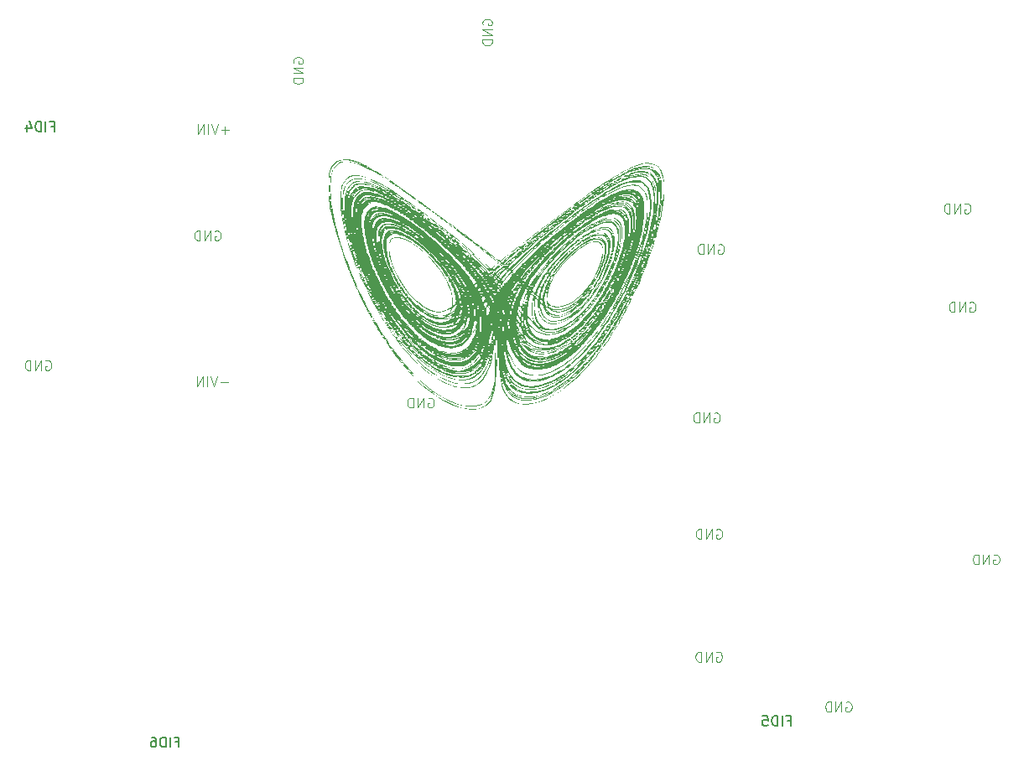
<source format=gbo>
%TF.GenerationSoftware,KiCad,Pcbnew,8.0.2*%
%TF.CreationDate,2024-06-23T14:40:44+03:00*%
%TF.ProjectId,Chaos Circuits,4368616f-7320-4436-9972-63756974732e,1*%
%TF.SameCoordinates,Original*%
%TF.FileFunction,Legend,Bot*%
%TF.FilePolarity,Positive*%
%FSLAX46Y46*%
G04 Gerber Fmt 4.6, Leading zero omitted, Abs format (unit mm)*
G04 Created by KiCad (PCBNEW 8.0.2) date 2024-06-23 14:40:44*
%MOMM*%
%LPD*%
G01*
G04 APERTURE LIST*
%ADD10C,0.100000*%
%ADD11C,0.150000*%
%ADD12C,0.000000*%
G04 APERTURE END LIST*
D10*
X121372306Y-46080038D02*
X121467544Y-46032419D01*
X121467544Y-46032419D02*
X121610401Y-46032419D01*
X121610401Y-46032419D02*
X121753258Y-46080038D01*
X121753258Y-46080038D02*
X121848496Y-46175276D01*
X121848496Y-46175276D02*
X121896115Y-46270514D01*
X121896115Y-46270514D02*
X121943734Y-46460990D01*
X121943734Y-46460990D02*
X121943734Y-46603847D01*
X121943734Y-46603847D02*
X121896115Y-46794323D01*
X121896115Y-46794323D02*
X121848496Y-46889561D01*
X121848496Y-46889561D02*
X121753258Y-46984800D01*
X121753258Y-46984800D02*
X121610401Y-47032419D01*
X121610401Y-47032419D02*
X121515163Y-47032419D01*
X121515163Y-47032419D02*
X121372306Y-46984800D01*
X121372306Y-46984800D02*
X121324687Y-46937180D01*
X121324687Y-46937180D02*
X121324687Y-46603847D01*
X121324687Y-46603847D02*
X121515163Y-46603847D01*
X120896115Y-47032419D02*
X120896115Y-46032419D01*
X120896115Y-46032419D02*
X120324687Y-47032419D01*
X120324687Y-47032419D02*
X120324687Y-46032419D01*
X119848496Y-47032419D02*
X119848496Y-46032419D01*
X119848496Y-46032419D02*
X119610401Y-46032419D01*
X119610401Y-46032419D02*
X119467544Y-46080038D01*
X119467544Y-46080038D02*
X119372306Y-46175276D01*
X119372306Y-46175276D02*
X119324687Y-46270514D01*
X119324687Y-46270514D02*
X119277068Y-46460990D01*
X119277068Y-46460990D02*
X119277068Y-46603847D01*
X119277068Y-46603847D02*
X119324687Y-46794323D01*
X119324687Y-46794323D02*
X119372306Y-46889561D01*
X119372306Y-46889561D02*
X119467544Y-46984800D01*
X119467544Y-46984800D02*
X119610401Y-47032419D01*
X119610401Y-47032419D02*
X119848496Y-47032419D01*
X121872306Y-56040038D02*
X121967544Y-55992419D01*
X121967544Y-55992419D02*
X122110401Y-55992419D01*
X122110401Y-55992419D02*
X122253258Y-56040038D01*
X122253258Y-56040038D02*
X122348496Y-56135276D01*
X122348496Y-56135276D02*
X122396115Y-56230514D01*
X122396115Y-56230514D02*
X122443734Y-56420990D01*
X122443734Y-56420990D02*
X122443734Y-56563847D01*
X122443734Y-56563847D02*
X122396115Y-56754323D01*
X122396115Y-56754323D02*
X122348496Y-56849561D01*
X122348496Y-56849561D02*
X122253258Y-56944800D01*
X122253258Y-56944800D02*
X122110401Y-56992419D01*
X122110401Y-56992419D02*
X122015163Y-56992419D01*
X122015163Y-56992419D02*
X121872306Y-56944800D01*
X121872306Y-56944800D02*
X121824687Y-56897180D01*
X121824687Y-56897180D02*
X121824687Y-56563847D01*
X121824687Y-56563847D02*
X122015163Y-56563847D01*
X121396115Y-56992419D02*
X121396115Y-55992419D01*
X121396115Y-55992419D02*
X120824687Y-56992419D01*
X120824687Y-56992419D02*
X120824687Y-55992419D01*
X120348496Y-56992419D02*
X120348496Y-55992419D01*
X120348496Y-55992419D02*
X120110401Y-55992419D01*
X120110401Y-55992419D02*
X119967544Y-56040038D01*
X119967544Y-56040038D02*
X119872306Y-56135276D01*
X119872306Y-56135276D02*
X119824687Y-56230514D01*
X119824687Y-56230514D02*
X119777068Y-56420990D01*
X119777068Y-56420990D02*
X119777068Y-56563847D01*
X119777068Y-56563847D02*
X119824687Y-56754323D01*
X119824687Y-56754323D02*
X119872306Y-56849561D01*
X119872306Y-56849561D02*
X119967544Y-56944800D01*
X119967544Y-56944800D02*
X120110401Y-56992419D01*
X120110401Y-56992419D02*
X120348496Y-56992419D01*
X124282306Y-81540038D02*
X124377544Y-81492419D01*
X124377544Y-81492419D02*
X124520401Y-81492419D01*
X124520401Y-81492419D02*
X124663258Y-81540038D01*
X124663258Y-81540038D02*
X124758496Y-81635276D01*
X124758496Y-81635276D02*
X124806115Y-81730514D01*
X124806115Y-81730514D02*
X124853734Y-81920990D01*
X124853734Y-81920990D02*
X124853734Y-82063847D01*
X124853734Y-82063847D02*
X124806115Y-82254323D01*
X124806115Y-82254323D02*
X124758496Y-82349561D01*
X124758496Y-82349561D02*
X124663258Y-82444800D01*
X124663258Y-82444800D02*
X124520401Y-82492419D01*
X124520401Y-82492419D02*
X124425163Y-82492419D01*
X124425163Y-82492419D02*
X124282306Y-82444800D01*
X124282306Y-82444800D02*
X124234687Y-82397180D01*
X124234687Y-82397180D02*
X124234687Y-82063847D01*
X124234687Y-82063847D02*
X124425163Y-82063847D01*
X123806115Y-82492419D02*
X123806115Y-81492419D01*
X123806115Y-81492419D02*
X123234687Y-82492419D01*
X123234687Y-82492419D02*
X123234687Y-81492419D01*
X122758496Y-82492419D02*
X122758496Y-81492419D01*
X122758496Y-81492419D02*
X122520401Y-81492419D01*
X122520401Y-81492419D02*
X122377544Y-81540038D01*
X122377544Y-81540038D02*
X122282306Y-81635276D01*
X122282306Y-81635276D02*
X122234687Y-81730514D01*
X122234687Y-81730514D02*
X122187068Y-81920990D01*
X122187068Y-81920990D02*
X122187068Y-82063847D01*
X122187068Y-82063847D02*
X122234687Y-82254323D01*
X122234687Y-82254323D02*
X122282306Y-82349561D01*
X122282306Y-82349561D02*
X122377544Y-82444800D01*
X122377544Y-82444800D02*
X122520401Y-82492419D01*
X122520401Y-82492419D02*
X122758496Y-82492419D01*
X109372306Y-96430038D02*
X109467544Y-96382419D01*
X109467544Y-96382419D02*
X109610401Y-96382419D01*
X109610401Y-96382419D02*
X109753258Y-96430038D01*
X109753258Y-96430038D02*
X109848496Y-96525276D01*
X109848496Y-96525276D02*
X109896115Y-96620514D01*
X109896115Y-96620514D02*
X109943734Y-96810990D01*
X109943734Y-96810990D02*
X109943734Y-96953847D01*
X109943734Y-96953847D02*
X109896115Y-97144323D01*
X109896115Y-97144323D02*
X109848496Y-97239561D01*
X109848496Y-97239561D02*
X109753258Y-97334800D01*
X109753258Y-97334800D02*
X109610401Y-97382419D01*
X109610401Y-97382419D02*
X109515163Y-97382419D01*
X109515163Y-97382419D02*
X109372306Y-97334800D01*
X109372306Y-97334800D02*
X109324687Y-97287180D01*
X109324687Y-97287180D02*
X109324687Y-96953847D01*
X109324687Y-96953847D02*
X109515163Y-96953847D01*
X108896115Y-97382419D02*
X108896115Y-96382419D01*
X108896115Y-96382419D02*
X108324687Y-97382419D01*
X108324687Y-97382419D02*
X108324687Y-96382419D01*
X107848496Y-97382419D02*
X107848496Y-96382419D01*
X107848496Y-96382419D02*
X107610401Y-96382419D01*
X107610401Y-96382419D02*
X107467544Y-96430038D01*
X107467544Y-96430038D02*
X107372306Y-96525276D01*
X107372306Y-96525276D02*
X107324687Y-96620514D01*
X107324687Y-96620514D02*
X107277068Y-96810990D01*
X107277068Y-96810990D02*
X107277068Y-96953847D01*
X107277068Y-96953847D02*
X107324687Y-97144323D01*
X107324687Y-97144323D02*
X107372306Y-97239561D01*
X107372306Y-97239561D02*
X107467544Y-97334800D01*
X107467544Y-97334800D02*
X107610401Y-97382419D01*
X107610401Y-97382419D02*
X107848496Y-97382419D01*
X67202306Y-65710038D02*
X67297544Y-65662419D01*
X67297544Y-65662419D02*
X67440401Y-65662419D01*
X67440401Y-65662419D02*
X67583258Y-65710038D01*
X67583258Y-65710038D02*
X67678496Y-65805276D01*
X67678496Y-65805276D02*
X67726115Y-65900514D01*
X67726115Y-65900514D02*
X67773734Y-66090990D01*
X67773734Y-66090990D02*
X67773734Y-66233847D01*
X67773734Y-66233847D02*
X67726115Y-66424323D01*
X67726115Y-66424323D02*
X67678496Y-66519561D01*
X67678496Y-66519561D02*
X67583258Y-66614800D01*
X67583258Y-66614800D02*
X67440401Y-66662419D01*
X67440401Y-66662419D02*
X67345163Y-66662419D01*
X67345163Y-66662419D02*
X67202306Y-66614800D01*
X67202306Y-66614800D02*
X67154687Y-66567180D01*
X67154687Y-66567180D02*
X67154687Y-66233847D01*
X67154687Y-66233847D02*
X67345163Y-66233847D01*
X66726115Y-66662419D02*
X66726115Y-65662419D01*
X66726115Y-65662419D02*
X66154687Y-66662419D01*
X66154687Y-66662419D02*
X66154687Y-65662419D01*
X65678496Y-66662419D02*
X65678496Y-65662419D01*
X65678496Y-65662419D02*
X65440401Y-65662419D01*
X65440401Y-65662419D02*
X65297544Y-65710038D01*
X65297544Y-65710038D02*
X65202306Y-65805276D01*
X65202306Y-65805276D02*
X65154687Y-65900514D01*
X65154687Y-65900514D02*
X65107068Y-66090990D01*
X65107068Y-66090990D02*
X65107068Y-66233847D01*
X65107068Y-66233847D02*
X65154687Y-66424323D01*
X65154687Y-66424323D02*
X65202306Y-66519561D01*
X65202306Y-66519561D02*
X65297544Y-66614800D01*
X65297544Y-66614800D02*
X65440401Y-66662419D01*
X65440401Y-66662419D02*
X65678496Y-66662419D01*
X96492306Y-50190038D02*
X96587544Y-50142419D01*
X96587544Y-50142419D02*
X96730401Y-50142419D01*
X96730401Y-50142419D02*
X96873258Y-50190038D01*
X96873258Y-50190038D02*
X96968496Y-50285276D01*
X96968496Y-50285276D02*
X97016115Y-50380514D01*
X97016115Y-50380514D02*
X97063734Y-50570990D01*
X97063734Y-50570990D02*
X97063734Y-50713847D01*
X97063734Y-50713847D02*
X97016115Y-50904323D01*
X97016115Y-50904323D02*
X96968496Y-50999561D01*
X96968496Y-50999561D02*
X96873258Y-51094800D01*
X96873258Y-51094800D02*
X96730401Y-51142419D01*
X96730401Y-51142419D02*
X96635163Y-51142419D01*
X96635163Y-51142419D02*
X96492306Y-51094800D01*
X96492306Y-51094800D02*
X96444687Y-51047180D01*
X96444687Y-51047180D02*
X96444687Y-50713847D01*
X96444687Y-50713847D02*
X96635163Y-50713847D01*
X96016115Y-51142419D02*
X96016115Y-50142419D01*
X96016115Y-50142419D02*
X95444687Y-51142419D01*
X95444687Y-51142419D02*
X95444687Y-50142419D01*
X94968496Y-51142419D02*
X94968496Y-50142419D01*
X94968496Y-50142419D02*
X94730401Y-50142419D01*
X94730401Y-50142419D02*
X94587544Y-50190038D01*
X94587544Y-50190038D02*
X94492306Y-50285276D01*
X94492306Y-50285276D02*
X94444687Y-50380514D01*
X94444687Y-50380514D02*
X94397068Y-50570990D01*
X94397068Y-50570990D02*
X94397068Y-50713847D01*
X94397068Y-50713847D02*
X94444687Y-50904323D01*
X94444687Y-50904323D02*
X94492306Y-50999561D01*
X94492306Y-50999561D02*
X94587544Y-51094800D01*
X94587544Y-51094800D02*
X94730401Y-51142419D01*
X94730401Y-51142419D02*
X94968496Y-51142419D01*
X96282306Y-91370038D02*
X96377544Y-91322419D01*
X96377544Y-91322419D02*
X96520401Y-91322419D01*
X96520401Y-91322419D02*
X96663258Y-91370038D01*
X96663258Y-91370038D02*
X96758496Y-91465276D01*
X96758496Y-91465276D02*
X96806115Y-91560514D01*
X96806115Y-91560514D02*
X96853734Y-91750990D01*
X96853734Y-91750990D02*
X96853734Y-91893847D01*
X96853734Y-91893847D02*
X96806115Y-92084323D01*
X96806115Y-92084323D02*
X96758496Y-92179561D01*
X96758496Y-92179561D02*
X96663258Y-92274800D01*
X96663258Y-92274800D02*
X96520401Y-92322419D01*
X96520401Y-92322419D02*
X96425163Y-92322419D01*
X96425163Y-92322419D02*
X96282306Y-92274800D01*
X96282306Y-92274800D02*
X96234687Y-92227180D01*
X96234687Y-92227180D02*
X96234687Y-91893847D01*
X96234687Y-91893847D02*
X96425163Y-91893847D01*
X95806115Y-92322419D02*
X95806115Y-91322419D01*
X95806115Y-91322419D02*
X95234687Y-92322419D01*
X95234687Y-92322419D02*
X95234687Y-91322419D01*
X94758496Y-92322419D02*
X94758496Y-91322419D01*
X94758496Y-91322419D02*
X94520401Y-91322419D01*
X94520401Y-91322419D02*
X94377544Y-91370038D01*
X94377544Y-91370038D02*
X94282306Y-91465276D01*
X94282306Y-91465276D02*
X94234687Y-91560514D01*
X94234687Y-91560514D02*
X94187068Y-91750990D01*
X94187068Y-91750990D02*
X94187068Y-91893847D01*
X94187068Y-91893847D02*
X94234687Y-92084323D01*
X94234687Y-92084323D02*
X94282306Y-92179561D01*
X94282306Y-92179561D02*
X94377544Y-92274800D01*
X94377544Y-92274800D02*
X94520401Y-92322419D01*
X94520401Y-92322419D02*
X94758496Y-92322419D01*
X96307306Y-78945038D02*
X96402544Y-78897419D01*
X96402544Y-78897419D02*
X96545401Y-78897419D01*
X96545401Y-78897419D02*
X96688258Y-78945038D01*
X96688258Y-78945038D02*
X96783496Y-79040276D01*
X96783496Y-79040276D02*
X96831115Y-79135514D01*
X96831115Y-79135514D02*
X96878734Y-79325990D01*
X96878734Y-79325990D02*
X96878734Y-79468847D01*
X96878734Y-79468847D02*
X96831115Y-79659323D01*
X96831115Y-79659323D02*
X96783496Y-79754561D01*
X96783496Y-79754561D02*
X96688258Y-79849800D01*
X96688258Y-79849800D02*
X96545401Y-79897419D01*
X96545401Y-79897419D02*
X96450163Y-79897419D01*
X96450163Y-79897419D02*
X96307306Y-79849800D01*
X96307306Y-79849800D02*
X96259687Y-79802180D01*
X96259687Y-79802180D02*
X96259687Y-79468847D01*
X96259687Y-79468847D02*
X96450163Y-79468847D01*
X95831115Y-79897419D02*
X95831115Y-78897419D01*
X95831115Y-78897419D02*
X95259687Y-79897419D01*
X95259687Y-79897419D02*
X95259687Y-78897419D01*
X94783496Y-79897419D02*
X94783496Y-78897419D01*
X94783496Y-78897419D02*
X94545401Y-78897419D01*
X94545401Y-78897419D02*
X94402544Y-78945038D01*
X94402544Y-78945038D02*
X94307306Y-79040276D01*
X94307306Y-79040276D02*
X94259687Y-79135514D01*
X94259687Y-79135514D02*
X94212068Y-79325990D01*
X94212068Y-79325990D02*
X94212068Y-79468847D01*
X94212068Y-79468847D02*
X94259687Y-79659323D01*
X94259687Y-79659323D02*
X94307306Y-79754561D01*
X94307306Y-79754561D02*
X94402544Y-79849800D01*
X94402544Y-79849800D02*
X94545401Y-79897419D01*
X94545401Y-79897419D02*
X94783496Y-79897419D01*
X96067306Y-67220038D02*
X96162544Y-67172419D01*
X96162544Y-67172419D02*
X96305401Y-67172419D01*
X96305401Y-67172419D02*
X96448258Y-67220038D01*
X96448258Y-67220038D02*
X96543496Y-67315276D01*
X96543496Y-67315276D02*
X96591115Y-67410514D01*
X96591115Y-67410514D02*
X96638734Y-67600990D01*
X96638734Y-67600990D02*
X96638734Y-67743847D01*
X96638734Y-67743847D02*
X96591115Y-67934323D01*
X96591115Y-67934323D02*
X96543496Y-68029561D01*
X96543496Y-68029561D02*
X96448258Y-68124800D01*
X96448258Y-68124800D02*
X96305401Y-68172419D01*
X96305401Y-68172419D02*
X96210163Y-68172419D01*
X96210163Y-68172419D02*
X96067306Y-68124800D01*
X96067306Y-68124800D02*
X96019687Y-68077180D01*
X96019687Y-68077180D02*
X96019687Y-67743847D01*
X96019687Y-67743847D02*
X96210163Y-67743847D01*
X95591115Y-68172419D02*
X95591115Y-67172419D01*
X95591115Y-67172419D02*
X95019687Y-68172419D01*
X95019687Y-68172419D02*
X95019687Y-67172419D01*
X94543496Y-68172419D02*
X94543496Y-67172419D01*
X94543496Y-67172419D02*
X94305401Y-67172419D01*
X94305401Y-67172419D02*
X94162544Y-67220038D01*
X94162544Y-67220038D02*
X94067306Y-67315276D01*
X94067306Y-67315276D02*
X94019687Y-67410514D01*
X94019687Y-67410514D02*
X93972068Y-67600990D01*
X93972068Y-67600990D02*
X93972068Y-67743847D01*
X93972068Y-67743847D02*
X94019687Y-67934323D01*
X94019687Y-67934323D02*
X94067306Y-68029561D01*
X94067306Y-68029561D02*
X94162544Y-68124800D01*
X94162544Y-68124800D02*
X94305401Y-68172419D01*
X94305401Y-68172419D02*
X94543496Y-68172419D01*
X72715038Y-27962693D02*
X72667419Y-27867455D01*
X72667419Y-27867455D02*
X72667419Y-27724598D01*
X72667419Y-27724598D02*
X72715038Y-27581741D01*
X72715038Y-27581741D02*
X72810276Y-27486503D01*
X72810276Y-27486503D02*
X72905514Y-27438884D01*
X72905514Y-27438884D02*
X73095990Y-27391265D01*
X73095990Y-27391265D02*
X73238847Y-27391265D01*
X73238847Y-27391265D02*
X73429323Y-27438884D01*
X73429323Y-27438884D02*
X73524561Y-27486503D01*
X73524561Y-27486503D02*
X73619800Y-27581741D01*
X73619800Y-27581741D02*
X73667419Y-27724598D01*
X73667419Y-27724598D02*
X73667419Y-27819836D01*
X73667419Y-27819836D02*
X73619800Y-27962693D01*
X73619800Y-27962693D02*
X73572180Y-28010312D01*
X73572180Y-28010312D02*
X73238847Y-28010312D01*
X73238847Y-28010312D02*
X73238847Y-27819836D01*
X73667419Y-28438884D02*
X72667419Y-28438884D01*
X72667419Y-28438884D02*
X73667419Y-29010312D01*
X73667419Y-29010312D02*
X72667419Y-29010312D01*
X73667419Y-29486503D02*
X72667419Y-29486503D01*
X72667419Y-29486503D02*
X72667419Y-29724598D01*
X72667419Y-29724598D02*
X72715038Y-29867455D01*
X72715038Y-29867455D02*
X72810276Y-29962693D01*
X72810276Y-29962693D02*
X72905514Y-30010312D01*
X72905514Y-30010312D02*
X73095990Y-30057931D01*
X73095990Y-30057931D02*
X73238847Y-30057931D01*
X73238847Y-30057931D02*
X73429323Y-30010312D01*
X73429323Y-30010312D02*
X73524561Y-29962693D01*
X73524561Y-29962693D02*
X73619800Y-29867455D01*
X73619800Y-29867455D02*
X73667419Y-29724598D01*
X73667419Y-29724598D02*
X73667419Y-29486503D01*
X53615038Y-31837693D02*
X53567419Y-31742455D01*
X53567419Y-31742455D02*
X53567419Y-31599598D01*
X53567419Y-31599598D02*
X53615038Y-31456741D01*
X53615038Y-31456741D02*
X53710276Y-31361503D01*
X53710276Y-31361503D02*
X53805514Y-31313884D01*
X53805514Y-31313884D02*
X53995990Y-31266265D01*
X53995990Y-31266265D02*
X54138847Y-31266265D01*
X54138847Y-31266265D02*
X54329323Y-31313884D01*
X54329323Y-31313884D02*
X54424561Y-31361503D01*
X54424561Y-31361503D02*
X54519800Y-31456741D01*
X54519800Y-31456741D02*
X54567419Y-31599598D01*
X54567419Y-31599598D02*
X54567419Y-31694836D01*
X54567419Y-31694836D02*
X54519800Y-31837693D01*
X54519800Y-31837693D02*
X54472180Y-31885312D01*
X54472180Y-31885312D02*
X54138847Y-31885312D01*
X54138847Y-31885312D02*
X54138847Y-31694836D01*
X54567419Y-32313884D02*
X53567419Y-32313884D01*
X53567419Y-32313884D02*
X54567419Y-32885312D01*
X54567419Y-32885312D02*
X53567419Y-32885312D01*
X54567419Y-33361503D02*
X53567419Y-33361503D01*
X53567419Y-33361503D02*
X53567419Y-33599598D01*
X53567419Y-33599598D02*
X53615038Y-33742455D01*
X53615038Y-33742455D02*
X53710276Y-33837693D01*
X53710276Y-33837693D02*
X53805514Y-33885312D01*
X53805514Y-33885312D02*
X53995990Y-33932931D01*
X53995990Y-33932931D02*
X54138847Y-33932931D01*
X54138847Y-33932931D02*
X54329323Y-33885312D01*
X54329323Y-33885312D02*
X54424561Y-33837693D01*
X54424561Y-33837693D02*
X54519800Y-33742455D01*
X54519800Y-33742455D02*
X54567419Y-33599598D01*
X54567419Y-33599598D02*
X54567419Y-33361503D01*
X28572306Y-61920038D02*
X28667544Y-61872419D01*
X28667544Y-61872419D02*
X28810401Y-61872419D01*
X28810401Y-61872419D02*
X28953258Y-61920038D01*
X28953258Y-61920038D02*
X29048496Y-62015276D01*
X29048496Y-62015276D02*
X29096115Y-62110514D01*
X29096115Y-62110514D02*
X29143734Y-62300990D01*
X29143734Y-62300990D02*
X29143734Y-62443847D01*
X29143734Y-62443847D02*
X29096115Y-62634323D01*
X29096115Y-62634323D02*
X29048496Y-62729561D01*
X29048496Y-62729561D02*
X28953258Y-62824800D01*
X28953258Y-62824800D02*
X28810401Y-62872419D01*
X28810401Y-62872419D02*
X28715163Y-62872419D01*
X28715163Y-62872419D02*
X28572306Y-62824800D01*
X28572306Y-62824800D02*
X28524687Y-62777180D01*
X28524687Y-62777180D02*
X28524687Y-62443847D01*
X28524687Y-62443847D02*
X28715163Y-62443847D01*
X28096115Y-62872419D02*
X28096115Y-61872419D01*
X28096115Y-61872419D02*
X27524687Y-62872419D01*
X27524687Y-62872419D02*
X27524687Y-61872419D01*
X27048496Y-62872419D02*
X27048496Y-61872419D01*
X27048496Y-61872419D02*
X26810401Y-61872419D01*
X26810401Y-61872419D02*
X26667544Y-61920038D01*
X26667544Y-61920038D02*
X26572306Y-62015276D01*
X26572306Y-62015276D02*
X26524687Y-62110514D01*
X26524687Y-62110514D02*
X26477068Y-62300990D01*
X26477068Y-62300990D02*
X26477068Y-62443847D01*
X26477068Y-62443847D02*
X26524687Y-62634323D01*
X26524687Y-62634323D02*
X26572306Y-62729561D01*
X26572306Y-62729561D02*
X26667544Y-62824800D01*
X26667544Y-62824800D02*
X26810401Y-62872419D01*
X26810401Y-62872419D02*
X27048496Y-62872419D01*
X45672306Y-48820038D02*
X45767544Y-48772419D01*
X45767544Y-48772419D02*
X45910401Y-48772419D01*
X45910401Y-48772419D02*
X46053258Y-48820038D01*
X46053258Y-48820038D02*
X46148496Y-48915276D01*
X46148496Y-48915276D02*
X46196115Y-49010514D01*
X46196115Y-49010514D02*
X46243734Y-49200990D01*
X46243734Y-49200990D02*
X46243734Y-49343847D01*
X46243734Y-49343847D02*
X46196115Y-49534323D01*
X46196115Y-49534323D02*
X46148496Y-49629561D01*
X46148496Y-49629561D02*
X46053258Y-49724800D01*
X46053258Y-49724800D02*
X45910401Y-49772419D01*
X45910401Y-49772419D02*
X45815163Y-49772419D01*
X45815163Y-49772419D02*
X45672306Y-49724800D01*
X45672306Y-49724800D02*
X45624687Y-49677180D01*
X45624687Y-49677180D02*
X45624687Y-49343847D01*
X45624687Y-49343847D02*
X45815163Y-49343847D01*
X45196115Y-49772419D02*
X45196115Y-48772419D01*
X45196115Y-48772419D02*
X44624687Y-49772419D01*
X44624687Y-49772419D02*
X44624687Y-48772419D01*
X44148496Y-49772419D02*
X44148496Y-48772419D01*
X44148496Y-48772419D02*
X43910401Y-48772419D01*
X43910401Y-48772419D02*
X43767544Y-48820038D01*
X43767544Y-48820038D02*
X43672306Y-48915276D01*
X43672306Y-48915276D02*
X43624687Y-49010514D01*
X43624687Y-49010514D02*
X43577068Y-49200990D01*
X43577068Y-49200990D02*
X43577068Y-49343847D01*
X43577068Y-49343847D02*
X43624687Y-49534323D01*
X43624687Y-49534323D02*
X43672306Y-49629561D01*
X43672306Y-49629561D02*
X43767544Y-49724800D01*
X43767544Y-49724800D02*
X43910401Y-49772419D01*
X43910401Y-49772419D02*
X44148496Y-49772419D01*
X47071115Y-38616466D02*
X46309211Y-38616466D01*
X46690163Y-38997419D02*
X46690163Y-38235514D01*
X45975877Y-37997419D02*
X45642544Y-38997419D01*
X45642544Y-38997419D02*
X45309211Y-37997419D01*
X44975877Y-38997419D02*
X44975877Y-37997419D01*
X44499687Y-38997419D02*
X44499687Y-37997419D01*
X44499687Y-37997419D02*
X43928259Y-38997419D01*
X43928259Y-38997419D02*
X43928259Y-37997419D01*
X46996115Y-64091466D02*
X46234211Y-64091466D01*
X45900877Y-63472419D02*
X45567544Y-64472419D01*
X45567544Y-64472419D02*
X45234211Y-63472419D01*
X44900877Y-64472419D02*
X44900877Y-63472419D01*
X44424687Y-64472419D02*
X44424687Y-63472419D01*
X44424687Y-63472419D02*
X43853259Y-64472419D01*
X43853259Y-64472419D02*
X43853259Y-63472419D01*
D11*
X41701428Y-100421009D02*
X42034761Y-100421009D01*
X42034761Y-100944819D02*
X42034761Y-99944819D01*
X42034761Y-99944819D02*
X41558571Y-99944819D01*
X41177618Y-100944819D02*
X41177618Y-99944819D01*
X40701428Y-100944819D02*
X40701428Y-99944819D01*
X40701428Y-99944819D02*
X40463333Y-99944819D01*
X40463333Y-99944819D02*
X40320476Y-99992438D01*
X40320476Y-99992438D02*
X40225238Y-100087676D01*
X40225238Y-100087676D02*
X40177619Y-100182914D01*
X40177619Y-100182914D02*
X40130000Y-100373390D01*
X40130000Y-100373390D02*
X40130000Y-100516247D01*
X40130000Y-100516247D02*
X40177619Y-100706723D01*
X40177619Y-100706723D02*
X40225238Y-100801961D01*
X40225238Y-100801961D02*
X40320476Y-100897200D01*
X40320476Y-100897200D02*
X40463333Y-100944819D01*
X40463333Y-100944819D02*
X40701428Y-100944819D01*
X39272857Y-99944819D02*
X39463333Y-99944819D01*
X39463333Y-99944819D02*
X39558571Y-99992438D01*
X39558571Y-99992438D02*
X39606190Y-100040057D01*
X39606190Y-100040057D02*
X39701428Y-100182914D01*
X39701428Y-100182914D02*
X39749047Y-100373390D01*
X39749047Y-100373390D02*
X39749047Y-100754342D01*
X39749047Y-100754342D02*
X39701428Y-100849580D01*
X39701428Y-100849580D02*
X39653809Y-100897200D01*
X39653809Y-100897200D02*
X39558571Y-100944819D01*
X39558571Y-100944819D02*
X39368095Y-100944819D01*
X39368095Y-100944819D02*
X39272857Y-100897200D01*
X39272857Y-100897200D02*
X39225238Y-100849580D01*
X39225238Y-100849580D02*
X39177619Y-100754342D01*
X39177619Y-100754342D02*
X39177619Y-100516247D01*
X39177619Y-100516247D02*
X39225238Y-100421009D01*
X39225238Y-100421009D02*
X39272857Y-100373390D01*
X39272857Y-100373390D02*
X39368095Y-100325771D01*
X39368095Y-100325771D02*
X39558571Y-100325771D01*
X39558571Y-100325771D02*
X39653809Y-100373390D01*
X39653809Y-100373390D02*
X39701428Y-100421009D01*
X39701428Y-100421009D02*
X39749047Y-100516247D01*
X29101428Y-38221009D02*
X29434761Y-38221009D01*
X29434761Y-38744819D02*
X29434761Y-37744819D01*
X29434761Y-37744819D02*
X28958571Y-37744819D01*
X28577618Y-38744819D02*
X28577618Y-37744819D01*
X28101428Y-38744819D02*
X28101428Y-37744819D01*
X28101428Y-37744819D02*
X27863333Y-37744819D01*
X27863333Y-37744819D02*
X27720476Y-37792438D01*
X27720476Y-37792438D02*
X27625238Y-37887676D01*
X27625238Y-37887676D02*
X27577619Y-37982914D01*
X27577619Y-37982914D02*
X27530000Y-38173390D01*
X27530000Y-38173390D02*
X27530000Y-38316247D01*
X27530000Y-38316247D02*
X27577619Y-38506723D01*
X27577619Y-38506723D02*
X27625238Y-38601961D01*
X27625238Y-38601961D02*
X27720476Y-38697200D01*
X27720476Y-38697200D02*
X27863333Y-38744819D01*
X27863333Y-38744819D02*
X28101428Y-38744819D01*
X26672857Y-38078152D02*
X26672857Y-38744819D01*
X26910952Y-37697200D02*
X27149047Y-38411485D01*
X27149047Y-38411485D02*
X26530000Y-38411485D01*
X103441428Y-98261009D02*
X103774761Y-98261009D01*
X103774761Y-98784819D02*
X103774761Y-97784819D01*
X103774761Y-97784819D02*
X103298571Y-97784819D01*
X102917618Y-98784819D02*
X102917618Y-97784819D01*
X102441428Y-98784819D02*
X102441428Y-97784819D01*
X102441428Y-97784819D02*
X102203333Y-97784819D01*
X102203333Y-97784819D02*
X102060476Y-97832438D01*
X102060476Y-97832438D02*
X101965238Y-97927676D01*
X101965238Y-97927676D02*
X101917619Y-98022914D01*
X101917619Y-98022914D02*
X101870000Y-98213390D01*
X101870000Y-98213390D02*
X101870000Y-98356247D01*
X101870000Y-98356247D02*
X101917619Y-98546723D01*
X101917619Y-98546723D02*
X101965238Y-98641961D01*
X101965238Y-98641961D02*
X102060476Y-98737200D01*
X102060476Y-98737200D02*
X102203333Y-98784819D01*
X102203333Y-98784819D02*
X102441428Y-98784819D01*
X100965238Y-97784819D02*
X101441428Y-97784819D01*
X101441428Y-97784819D02*
X101489047Y-98261009D01*
X101489047Y-98261009D02*
X101441428Y-98213390D01*
X101441428Y-98213390D02*
X101346190Y-98165771D01*
X101346190Y-98165771D02*
X101108095Y-98165771D01*
X101108095Y-98165771D02*
X101012857Y-98213390D01*
X101012857Y-98213390D02*
X100965238Y-98261009D01*
X100965238Y-98261009D02*
X100917619Y-98356247D01*
X100917619Y-98356247D02*
X100917619Y-98594342D01*
X100917619Y-98594342D02*
X100965238Y-98689580D01*
X100965238Y-98689580D02*
X101012857Y-98737200D01*
X101012857Y-98737200D02*
X101108095Y-98784819D01*
X101108095Y-98784819D02*
X101346190Y-98784819D01*
X101346190Y-98784819D02*
X101441428Y-98737200D01*
X101441428Y-98737200D02*
X101489047Y-98689580D01*
D12*
%TO.C,G\u002A\u002A\u002A*%
G36*
X85514090Y-58175880D02*
G01*
X85490403Y-58246527D01*
X85470848Y-58326649D01*
X85461650Y-58335450D01*
X85389228Y-58308775D01*
X85386163Y-58306941D01*
X85343518Y-58291182D01*
X85386215Y-58235950D01*
X85469124Y-58148011D01*
X85518538Y-58120082D01*
X85514090Y-58175880D01*
G37*
G36*
X62495719Y-43103573D02*
G01*
X62515692Y-43115317D01*
X62681013Y-43216738D01*
X62821959Y-43308333D01*
X62957623Y-43401619D01*
X63107095Y-43508116D01*
X63342829Y-43675637D01*
X63645666Y-43887581D01*
X63834462Y-44017712D01*
X63923290Y-44078938D01*
X63933424Y-44085850D01*
X64208550Y-44275656D01*
X64213179Y-44278895D01*
X64520888Y-44494186D01*
X64804781Y-44695515D01*
X64829306Y-44713069D01*
X65103285Y-44908521D01*
X65298364Y-45047039D01*
X65386365Y-45109525D01*
X65620977Y-45275195D01*
X65786796Y-45391765D01*
X65974973Y-45524106D01*
X66075896Y-45595083D01*
X66338416Y-45779788D01*
X66442121Y-45853945D01*
X66690677Y-46036524D01*
X66904852Y-46197194D01*
X66975266Y-46250017D01*
X67252555Y-46462080D01*
X67426806Y-46596427D01*
X67655743Y-46771430D01*
X67838858Y-46909658D01*
X67947533Y-46989395D01*
X67949828Y-46991002D01*
X68058538Y-47068976D01*
X68245709Y-47204993D01*
X68441125Y-47347789D01*
X68485676Y-47380344D01*
X68752775Y-47576324D01*
X68835958Y-47637368D01*
X69025855Y-47776725D01*
X69282864Y-47964658D01*
X69492428Y-48117213D01*
X69625704Y-48213344D01*
X69713426Y-48276884D01*
X69917613Y-48428767D01*
X70126375Y-48587824D01*
X70281524Y-48705545D01*
X70537266Y-48894356D01*
X70783517Y-49071344D01*
X70972034Y-49209511D01*
X71251447Y-49426230D01*
X71444139Y-49584645D01*
X71501769Y-49632024D01*
X71697734Y-49792124D01*
X71723322Y-49813029D01*
X72010601Y-50032899D01*
X72281131Y-50227036D01*
X72291416Y-50234100D01*
X72513995Y-50392352D01*
X72800849Y-50603524D01*
X73116083Y-50840895D01*
X73423804Y-51077742D01*
X73574986Y-51195984D01*
X73879542Y-51434753D01*
X74104095Y-51605230D01*
X74266825Y-51713495D01*
X74385910Y-51765627D01*
X74479530Y-51767704D01*
X74565863Y-51725807D01*
X74663087Y-51646013D01*
X74789382Y-51534403D01*
X74801743Y-51523873D01*
X74982440Y-51376869D01*
X75125429Y-51272541D01*
X75200716Y-51232879D01*
X75232297Y-51220109D01*
X75340226Y-51137779D01*
X75480617Y-51004345D01*
X75556484Y-50930267D01*
X75690911Y-50819429D01*
X75777136Y-50775810D01*
X75861234Y-50738853D01*
X75976538Y-50637377D01*
X76004012Y-50609992D01*
X76135837Y-50495832D01*
X76341365Y-50329202D01*
X76598331Y-50127940D01*
X76884473Y-49909887D01*
X76992582Y-49828450D01*
X77281995Y-49608907D01*
X77541522Y-49409950D01*
X77746241Y-49250756D01*
X77871231Y-49150505D01*
X77894367Y-49131378D01*
X78061665Y-48999578D01*
X78285179Y-48830111D01*
X78523165Y-48654724D01*
X78589449Y-48606502D01*
X78802445Y-48449558D01*
X78973623Y-48320544D01*
X79070854Y-48243579D01*
X79162529Y-48170864D01*
X79329463Y-48045850D01*
X79528946Y-47901016D01*
X79784867Y-47716403D01*
X80011811Y-47547356D01*
X80175035Y-47417328D01*
X80298731Y-47307672D01*
X80396622Y-47228286D01*
X80562294Y-47123167D01*
X80676485Y-47055501D01*
X80823477Y-46947133D01*
X80868891Y-46909401D01*
X81014466Y-46795409D01*
X81219576Y-46639187D01*
X81455167Y-46463002D01*
X81594783Y-46359154D01*
X81812126Y-46195985D01*
X81880253Y-46144072D01*
X82613849Y-46144072D01*
X82630488Y-46205116D01*
X82643903Y-46224445D01*
X82703491Y-46270412D01*
X82712422Y-46266160D01*
X82695784Y-46205116D01*
X82682369Y-46185787D01*
X82622781Y-46139820D01*
X82613849Y-46144072D01*
X81880253Y-46144072D01*
X81980326Y-46067816D01*
X82071382Y-45995873D01*
X82080957Y-45987999D01*
X82193345Y-45904745D01*
X82374615Y-45777631D01*
X82590412Y-45630820D01*
X82630025Y-45604104D01*
X82837124Y-45459365D01*
X82999271Y-45337971D01*
X83084222Y-45263880D01*
X83125475Y-45226570D01*
X83263200Y-45122634D01*
X83466382Y-44980111D01*
X83707866Y-44818398D01*
X83843639Y-44728658D01*
X84109080Y-44549231D01*
X84341861Y-44387082D01*
X84503383Y-44268874D01*
X84609846Y-44190727D01*
X84843392Y-44033390D01*
X85080182Y-43887121D01*
X85227477Y-43798115D01*
X85406933Y-43680484D01*
X85517700Y-43596208D01*
X85531262Y-43584933D01*
X85650522Y-43505710D01*
X85856507Y-43381592D01*
X86126215Y-43225462D01*
X86436647Y-43050204D01*
X86764802Y-42868700D01*
X87087681Y-42693832D01*
X87382281Y-42538485D01*
X87625604Y-42415540D01*
X87649827Y-42403783D01*
X88259239Y-42149328D01*
X88823794Y-41993716D01*
X89335565Y-41937095D01*
X89786627Y-41979611D01*
X90169054Y-42121411D01*
X90474919Y-42362643D01*
X90515755Y-42409609D01*
X90748135Y-42783054D01*
X90916335Y-43263250D01*
X91019083Y-43843427D01*
X91051055Y-44441121D01*
X91055104Y-44516815D01*
X91023125Y-45276645D01*
X90996705Y-45543606D01*
X90933145Y-46036857D01*
X90848648Y-46585148D01*
X90749809Y-47151464D01*
X90643221Y-47698789D01*
X90535479Y-48190108D01*
X90433175Y-48588406D01*
X90362058Y-48840628D01*
X90285502Y-49120477D01*
X90228070Y-49339306D01*
X90207971Y-49415813D01*
X90119091Y-49720401D01*
X89996433Y-50109482D01*
X89849703Y-50554814D01*
X89688608Y-51028154D01*
X89522855Y-51501259D01*
X89362153Y-51945886D01*
X89216208Y-52333793D01*
X89094727Y-52636735D01*
X88987359Y-52894009D01*
X88856741Y-53214465D01*
X88745144Y-53496162D01*
X88668855Y-53698497D01*
X88619996Y-53829471D01*
X88527351Y-54054916D01*
X88448710Y-54220863D01*
X88399729Y-54316202D01*
X88300695Y-54516319D01*
X88166445Y-54791703D01*
X88008084Y-55119560D01*
X87836717Y-55477095D01*
X87724280Y-55709792D01*
X87511183Y-56139247D01*
X87292521Y-56567651D01*
X87088404Y-56955838D01*
X86918940Y-57264638D01*
X86904078Y-57290828D01*
X86752657Y-57560616D01*
X86629189Y-57785782D01*
X86546042Y-57943453D01*
X86515578Y-58010759D01*
X86491526Y-58063344D01*
X86411922Y-58197581D01*
X86295928Y-58377972D01*
X86103703Y-58669069D01*
X85861626Y-59041064D01*
X85683858Y-59322714D01*
X85564023Y-59524202D01*
X85495744Y-59655710D01*
X85398269Y-59819886D01*
X85265390Y-59986531D01*
X85233756Y-60020945D01*
X85152220Y-60117349D01*
X85052648Y-60247440D01*
X84921433Y-60429958D01*
X84744967Y-60683640D01*
X84509642Y-61027224D01*
X84490547Y-61055002D01*
X84212536Y-61428266D01*
X83857897Y-61861205D01*
X83447941Y-62331071D01*
X83003978Y-62815115D01*
X82547319Y-63290591D01*
X82099273Y-63734750D01*
X81681151Y-64124846D01*
X81314263Y-64438131D01*
X81308234Y-64442950D01*
X80548764Y-65005745D01*
X79797371Y-65476646D01*
X79063390Y-65852003D01*
X78356154Y-66128168D01*
X77684996Y-66301491D01*
X77059250Y-66368324D01*
X76488249Y-66325016D01*
X76288201Y-66281944D01*
X75886447Y-66146831D01*
X75541010Y-65950621D01*
X75247511Y-65684844D01*
X75001569Y-65341033D01*
X74798808Y-64910719D01*
X74634846Y-64385433D01*
X74505306Y-63756708D01*
X74445385Y-63310675D01*
X74524501Y-63310675D01*
X74552210Y-63602720D01*
X74610890Y-63947613D01*
X74696605Y-64318730D01*
X74805423Y-64689446D01*
X74945569Y-65052042D01*
X75186625Y-65468871D01*
X75491621Y-65792081D01*
X75874848Y-66039717D01*
X76064192Y-66125489D01*
X76531107Y-66258285D01*
X77043834Y-66296303D01*
X77617373Y-66239855D01*
X78266725Y-66089250D01*
X78431798Y-66033267D01*
X78687636Y-65931244D01*
X78988284Y-65801170D01*
X79306142Y-65655993D01*
X79613611Y-65508662D01*
X79883092Y-65372128D01*
X80086986Y-65259340D01*
X80197691Y-65183247D01*
X80227415Y-65157436D01*
X80361362Y-65059696D01*
X80535609Y-64946776D01*
X80610187Y-64899674D01*
X80982112Y-64632419D01*
X81409574Y-64282280D01*
X81874566Y-63867313D01*
X82359083Y-63405573D01*
X82845120Y-62915115D01*
X83314670Y-62413996D01*
X83749729Y-61920271D01*
X84132289Y-61451995D01*
X84444347Y-61027224D01*
X84520900Y-60914545D01*
X84652761Y-60719732D01*
X84797833Y-60504859D01*
X84922067Y-60328234D01*
X85076949Y-60124955D01*
X85199168Y-59982494D01*
X85332184Y-59820198D01*
X85430931Y-59655710D01*
X85470772Y-59575458D01*
X85571420Y-59400248D01*
X85727266Y-59149207D01*
X85944830Y-58811921D01*
X86230632Y-58377972D01*
X86330270Y-58223769D01*
X86416933Y-58080043D01*
X86450282Y-58010759D01*
X86450555Y-58008955D01*
X86486367Y-57932405D01*
X86573730Y-57767587D01*
X86700277Y-57537375D01*
X86853644Y-57264638D01*
X86945912Y-57098635D01*
X87137802Y-56739302D01*
X87352757Y-56323156D01*
X87570666Y-55889364D01*
X87771421Y-55477095D01*
X87921567Y-55163687D01*
X88082190Y-54830809D01*
X88220109Y-54547517D01*
X88324218Y-54336603D01*
X88383415Y-54220863D01*
X88425141Y-54136894D01*
X88515122Y-53929000D01*
X88603559Y-53698497D01*
X88661328Y-53544061D01*
X88767195Y-53274925D01*
X88895325Y-52958948D01*
X89029431Y-52636735D01*
X89065864Y-52548766D01*
X89196412Y-52214936D01*
X89348250Y-51805376D01*
X89511671Y-51348330D01*
X89676969Y-50872041D01*
X89834435Y-50404751D01*
X89974363Y-49974703D01*
X90087045Y-49610141D01*
X90162774Y-49339306D01*
X90213664Y-49144857D01*
X90289160Y-48868035D01*
X90367880Y-48588406D01*
X90465548Y-48219179D01*
X90585051Y-47688989D01*
X90695707Y-47115091D01*
X90794160Y-46521804D01*
X90877047Y-45933446D01*
X90941011Y-45374334D01*
X90982692Y-44868786D01*
X90998731Y-44441121D01*
X90985768Y-44115656D01*
X90906508Y-43558005D01*
X90781032Y-43047784D01*
X90610595Y-42648662D01*
X90389013Y-42352623D01*
X90110101Y-42151653D01*
X89767676Y-42037734D01*
X89355551Y-42002854D01*
X89028254Y-42028077D01*
X88523620Y-42135680D01*
X87988115Y-42318229D01*
X87456972Y-42565286D01*
X87066285Y-42773902D01*
X86605421Y-43021521D01*
X86242925Y-43219469D01*
X85968732Y-43374297D01*
X85772779Y-43492553D01*
X85645003Y-43580789D01*
X85575339Y-43645555D01*
X85553723Y-43693400D01*
X85570091Y-43730874D01*
X85614380Y-43764527D01*
X85651354Y-43778765D01*
X85633464Y-43722874D01*
X85616071Y-43666680D01*
X85692063Y-43679390D01*
X85750661Y-43693200D01*
X85767122Y-43662539D01*
X85771496Y-43627463D01*
X85850373Y-43566983D01*
X85970766Y-43521812D01*
X86079686Y-43516676D01*
X86099289Y-43514305D01*
X86085299Y-43453221D01*
X86072809Y-43406881D01*
X86149132Y-43418207D01*
X86207730Y-43432017D01*
X86224191Y-43401357D01*
X86229540Y-43362831D01*
X86311348Y-43303448D01*
X86434894Y-43261352D01*
X86548226Y-43259317D01*
X86568814Y-43262615D01*
X86564412Y-43228585D01*
X86559584Y-43216566D01*
X86607914Y-43150698D01*
X86726716Y-43063374D01*
X86877534Y-42977302D01*
X87021910Y-42915187D01*
X87121387Y-42899734D01*
X87151096Y-42905253D01*
X87148889Y-42890436D01*
X87140696Y-42880311D01*
X87174737Y-42841728D01*
X87290905Y-42774985D01*
X87463496Y-42691762D01*
X87525933Y-42691762D01*
X87526507Y-42721170D01*
X87606464Y-42772897D01*
X87618852Y-42777546D01*
X87684279Y-42791246D01*
X87643016Y-42736345D01*
X87622672Y-42720557D01*
X87767745Y-42720557D01*
X87821491Y-42744448D01*
X87856058Y-42739735D01*
X87865021Y-42700917D01*
X87855451Y-42693102D01*
X87777960Y-42700917D01*
X87767745Y-42720557D01*
X87622672Y-42720557D01*
X87595006Y-42699087D01*
X87525933Y-42691762D01*
X87463496Y-42691762D01*
X87502167Y-42673115D01*
X87748374Y-42562118D01*
X87834522Y-42562118D01*
X87886786Y-42613856D01*
X87942720Y-42644641D01*
X88050025Y-42677152D01*
X88069642Y-42665595D01*
X88017378Y-42613856D01*
X87961444Y-42583072D01*
X87854139Y-42550560D01*
X87834522Y-42562118D01*
X87748374Y-42562118D01*
X87821491Y-42529155D01*
X87901127Y-42496822D01*
X88030409Y-42496822D01*
X88082673Y-42548561D01*
X88138607Y-42579345D01*
X88245912Y-42611857D01*
X88265529Y-42600299D01*
X88213264Y-42548561D01*
X88157331Y-42517776D01*
X88050025Y-42485265D01*
X88030409Y-42496822D01*
X87901127Y-42496822D01*
X87913107Y-42491958D01*
X88081835Y-42438732D01*
X88237616Y-42438732D01*
X88311208Y-42483265D01*
X88356658Y-42501812D01*
X88478257Y-42538413D01*
X88525730Y-42532231D01*
X88474447Y-42483265D01*
X88417950Y-42454391D01*
X88278560Y-42423559D01*
X88237616Y-42438732D01*
X88081835Y-42438732D01*
X88204633Y-42399995D01*
X88617784Y-42399995D01*
X88620789Y-42429085D01*
X88673673Y-42447949D01*
X88836353Y-42472309D01*
X89047881Y-42482265D01*
X89445317Y-42532231D01*
X89459738Y-42534044D01*
X89833735Y-42698340D01*
X90138747Y-42972995D01*
X90371326Y-43355734D01*
X90443516Y-43501449D01*
X90490041Y-43543703D01*
X90522226Y-43487888D01*
X90531662Y-43463364D01*
X90540032Y-43494152D01*
X90530261Y-43625939D01*
X90518675Y-43763294D01*
X90528401Y-43813625D01*
X90566149Y-43756530D01*
X90597703Y-43702741D01*
X90610766Y-43727997D01*
X90594298Y-43870797D01*
X90578970Y-44008311D01*
X90583937Y-44104039D01*
X90612459Y-44086080D01*
X90657586Y-43946160D01*
X90666578Y-43892731D01*
X90651611Y-43658077D01*
X90576727Y-43372524D01*
X90455226Y-43078118D01*
X90300406Y-42816905D01*
X90236513Y-42734946D01*
X89948172Y-42483401D01*
X89592226Y-42338976D01*
X89160051Y-42297746D01*
X88768277Y-42305246D01*
X89160051Y-42350758D01*
X89457586Y-42404761D01*
X89845804Y-42550293D01*
X90139486Y-42764462D01*
X90169828Y-42796309D01*
X90336788Y-43000211D01*
X90453155Y-43191193D01*
X90495625Y-43332108D01*
X90494282Y-43344774D01*
X90464070Y-43337390D01*
X90407195Y-43231947D01*
X90400254Y-43216440D01*
X90212093Y-42934616D01*
X89941511Y-42690296D01*
X89634056Y-42525124D01*
X89501717Y-42487384D01*
X89303337Y-42448174D01*
X89086274Y-42417037D01*
X88880007Y-42396765D01*
X88714017Y-42390153D01*
X88617784Y-42399995D01*
X88204633Y-42399995D01*
X88229359Y-42392195D01*
X88595100Y-42305825D01*
X88953620Y-42245052D01*
X89248211Y-42222082D01*
X89519955Y-42252287D01*
X89888472Y-42396519D01*
X90213513Y-42647599D01*
X90479109Y-42992103D01*
X90669291Y-43416609D01*
X90704809Y-43551939D01*
X90750144Y-43842037D01*
X90754188Y-43892731D01*
X90781218Y-44231607D01*
X90799544Y-44735964D01*
X90802490Y-44878000D01*
X90806943Y-45208353D01*
X90804680Y-45423246D01*
X90794967Y-45533848D01*
X90777070Y-45551331D01*
X90750256Y-45486864D01*
X90740508Y-45449094D01*
X90714000Y-45238759D01*
X90703818Y-44945273D01*
X90711574Y-44605373D01*
X90717812Y-44472554D01*
X90725538Y-44245756D01*
X90722744Y-44137791D01*
X90708792Y-44140630D01*
X90683043Y-44246247D01*
X90681667Y-44253018D01*
X90657524Y-44437829D01*
X90649854Y-44681793D01*
X90659151Y-45002444D01*
X90685904Y-45417314D01*
X90730605Y-45943933D01*
X90746166Y-46131073D01*
X90745301Y-46226350D01*
X90720415Y-46223701D01*
X90666002Y-46139820D01*
X90653203Y-46115923D01*
X90613179Y-45988752D01*
X90586623Y-45791101D01*
X90571611Y-45503010D01*
X90566221Y-45104515D01*
X90546932Y-44545833D01*
X90469557Y-43935120D01*
X90330913Y-43437892D01*
X90128724Y-43051958D01*
X89860715Y-42775125D01*
X89524609Y-42605203D01*
X89118132Y-42539999D01*
X88639007Y-42577323D01*
X88546534Y-42600299D01*
X88283734Y-42665595D01*
X88141571Y-42700917D01*
X88084959Y-42714983D01*
X87996976Y-42741825D01*
X87809123Y-42791246D01*
X87758919Y-42804454D01*
X87576594Y-42837935D01*
X87483839Y-42835486D01*
X87445054Y-42820255D01*
X87462987Y-42876046D01*
X87480381Y-42932241D01*
X87404389Y-42919531D01*
X87343297Y-42905046D01*
X87332236Y-42941082D01*
X87333836Y-42979540D01*
X87254008Y-43015575D01*
X87190570Y-43021043D01*
X87037943Y-43034949D01*
X86993537Y-43050002D01*
X86958994Y-43130958D01*
X86954345Y-43177489D01*
X86873983Y-43177628D01*
X86820506Y-43165441D01*
X86809871Y-43202265D01*
X86819391Y-43227297D01*
X86774164Y-43266813D01*
X86730379Y-43280185D01*
X86588029Y-43347702D01*
X86379851Y-43459316D01*
X86133678Y-43600524D01*
X85962232Y-43700970D01*
X85724737Y-43834180D01*
X85555844Y-43916802D01*
X85428762Y-43961283D01*
X85316699Y-43980069D01*
X85313385Y-43980659D01*
X85324456Y-44024224D01*
X85414643Y-44113483D01*
X85426733Y-44123769D01*
X85502585Y-44208232D01*
X85491025Y-44244075D01*
X85467986Y-44242184D01*
X85373902Y-44182565D01*
X85334574Y-44171584D01*
X85211629Y-44205363D01*
X85044813Y-44281086D01*
X84871640Y-44378933D01*
X84729623Y-44479086D01*
X84656277Y-44561722D01*
X84672123Y-44582665D01*
X84764148Y-44553386D01*
X84906767Y-44479540D01*
X85068910Y-44377559D01*
X85219507Y-44263873D01*
X85293742Y-44220274D01*
X85364072Y-44231956D01*
X85364786Y-44242713D01*
X85301458Y-44313508D01*
X85154161Y-44420953D01*
X84947644Y-44546364D01*
X84840386Y-44607330D01*
X84735711Y-44670669D01*
X84626128Y-44736978D01*
X84580887Y-44771747D01*
X84517955Y-44820112D01*
X84507522Y-44864382D01*
X84586485Y-44877438D01*
X84628042Y-44871395D01*
X84650832Y-44827726D01*
X84660999Y-44791208D01*
X84748556Y-44737035D01*
X84873064Y-44698132D01*
X84981131Y-44695821D01*
X85001519Y-44699162D01*
X84997862Y-44665635D01*
X84995131Y-44657456D01*
X85046342Y-44593167D01*
X85172513Y-44493710D01*
X85341367Y-44379899D01*
X85520629Y-44272546D01*
X85678023Y-44192463D01*
X85781274Y-44160464D01*
X85817594Y-44133089D01*
X85754830Y-44039477D01*
X85706215Y-43978212D01*
X85694935Y-43925120D01*
X85761444Y-43943439D01*
X85885028Y-44034036D01*
X85889517Y-44037944D01*
X85966167Y-44092365D01*
X85961078Y-44055588D01*
X85939293Y-43996567D01*
X85998826Y-43998180D01*
X86018888Y-44002513D01*
X86150378Y-43981633D01*
X86318673Y-43911333D01*
X86378082Y-43877850D01*
X86466222Y-43808991D01*
X86432940Y-43781016D01*
X86373597Y-43775433D01*
X86254396Y-43756530D01*
X86244897Y-43754177D01*
X86147417Y-43732044D01*
X86169757Y-43705630D01*
X86281057Y-43634269D01*
X86457571Y-43535089D01*
X86624052Y-43453175D01*
X86784033Y-43391759D01*
X86868539Y-43381981D01*
X86871448Y-43402706D01*
X86797457Y-43467288D01*
X86646318Y-43550085D01*
X86603751Y-43570346D01*
X86465915Y-43645065D01*
X86432529Y-43692099D01*
X86489244Y-43727670D01*
X86592276Y-43751368D01*
X86679369Y-43727381D01*
X86671705Y-43647079D01*
X86676786Y-43609117D01*
X86784908Y-43623220D01*
X86824679Y-43634023D01*
X86888800Y-43641501D01*
X86842056Y-43598568D01*
X86821563Y-43583790D01*
X86787824Y-43538037D01*
X86874704Y-43521259D01*
X86954334Y-43518285D01*
X87103239Y-43522981D01*
X87124388Y-43525044D01*
X87168019Y-43516850D01*
X87103239Y-43459758D01*
X87078635Y-43440708D01*
X87052104Y-43403618D01*
X87140982Y-43415338D01*
X87142131Y-43415579D01*
X87273076Y-43413757D01*
X87483585Y-43381911D01*
X87728643Y-43326823D01*
X88039108Y-43257043D01*
X88529921Y-43206813D01*
X88943360Y-43255124D01*
X89287841Y-43404785D01*
X89571777Y-43658604D01*
X89803582Y-44019389D01*
X89874977Y-44186432D01*
X89969291Y-44480304D01*
X90033183Y-44768639D01*
X90041680Y-44827061D01*
X90066629Y-45046453D01*
X90089103Y-45308888D01*
X90106275Y-45563691D01*
X90108231Y-45592707D01*
X90123143Y-45876246D01*
X90132968Y-46137845D01*
X90136837Y-46355841D01*
X90133880Y-46508572D01*
X90123225Y-46574377D01*
X90104004Y-46531594D01*
X90090336Y-46477346D01*
X90072304Y-46449565D01*
X90068236Y-46542243D01*
X90077582Y-46760129D01*
X90080576Y-46816500D01*
X90085743Y-47020471D01*
X90074422Y-47098585D01*
X90046282Y-47053959D01*
X90024911Y-46995497D01*
X89996920Y-46949457D01*
X89990481Y-47021311D01*
X90002919Y-47160690D01*
X90035961Y-47347789D01*
X90050627Y-47394230D01*
X90075826Y-47393987D01*
X90106978Y-47297124D01*
X90147203Y-47092619D01*
X90199621Y-46769446D01*
X90236750Y-46508155D01*
X90280217Y-46067839D01*
X90295423Y-45620148D01*
X90285498Y-45104408D01*
X90267471Y-44744005D01*
X90234943Y-44408174D01*
X90316675Y-44408174D01*
X90324490Y-44485664D01*
X90344130Y-44495880D01*
X90368020Y-44442134D01*
X90363308Y-44407567D01*
X90324490Y-44398603D01*
X90316675Y-44408174D01*
X90234943Y-44408174D01*
X90227143Y-44327639D01*
X90179308Y-44083008D01*
X90237429Y-44083008D01*
X90270077Y-44115656D01*
X90302725Y-44083008D01*
X90270077Y-44050360D01*
X90237429Y-44083008D01*
X90179308Y-44083008D01*
X90162961Y-43999410D01*
X90098579Y-43820513D01*
X90186084Y-43820513D01*
X90193899Y-43898004D01*
X90213538Y-43908219D01*
X90237429Y-43854473D01*
X90232717Y-43819906D01*
X90193899Y-43810943D01*
X90186084Y-43820513D01*
X90098579Y-43820513D01*
X90067708Y-43734731D01*
X90041973Y-43691234D01*
X90106838Y-43691234D01*
X90139486Y-43723882D01*
X90172133Y-43691234D01*
X90139486Y-43658586D01*
X90106838Y-43691234D01*
X90041973Y-43691234D01*
X89934165Y-43509018D01*
X89755117Y-43297683D01*
X89650126Y-43197288D01*
X89331099Y-42990947D01*
X88967366Y-42897571D01*
X88646649Y-42907687D01*
X88539743Y-42911059D01*
X88400534Y-42929248D01*
X88171560Y-42954555D01*
X88007289Y-42967025D01*
X87898067Y-42987511D01*
X87870584Y-43032240D01*
X87860820Y-43061698D01*
X87766315Y-43054653D01*
X87684197Y-43044932D01*
X87662015Y-43077015D01*
X87667188Y-43106361D01*
X87600663Y-43136221D01*
X87556481Y-43130872D01*
X87466705Y-43077948D01*
X87469876Y-43063976D01*
X87555672Y-43012742D01*
X87730883Y-42945972D01*
X87858288Y-42907687D01*
X88082673Y-42907687D01*
X88115321Y-42940334D01*
X88147969Y-42907687D01*
X88120407Y-42880125D01*
X89356324Y-42880125D01*
X89407207Y-42935499D01*
X89559037Y-43046233D01*
X89634087Y-43098680D01*
X89779484Y-43212262D01*
X89857509Y-43291091D01*
X89910387Y-43367222D01*
X90011312Y-43495347D01*
X90072397Y-43564714D01*
X90073114Y-43548535D01*
X90006372Y-43430052D01*
X89797862Y-43147217D01*
X89535680Y-42949167D01*
X89408149Y-42887437D01*
X89356324Y-42880125D01*
X88120407Y-42880125D01*
X88115321Y-42875039D01*
X88082673Y-42907687D01*
X87858288Y-42907687D01*
X87968881Y-42874454D01*
X87969599Y-42874261D01*
X88086465Y-42851148D01*
X88355406Y-42851148D01*
X88409151Y-42875039D01*
X88443719Y-42870327D01*
X88448147Y-42851148D01*
X89073658Y-42851148D01*
X89127403Y-42875039D01*
X89161971Y-42870327D01*
X89170934Y-42831508D01*
X89161364Y-42823694D01*
X89083873Y-42831508D01*
X89073658Y-42851148D01*
X88448147Y-42851148D01*
X88452682Y-42831508D01*
X88443112Y-42823694D01*
X88365621Y-42831508D01*
X88355406Y-42851148D01*
X88086465Y-42851148D01*
X88445816Y-42780078D01*
X88894064Y-42756371D01*
X89286558Y-42802406D01*
X89364713Y-42831508D01*
X89595513Y-42917449D01*
X89613292Y-42928217D01*
X89811462Y-43098939D01*
X90013730Y-43347713D01*
X90137895Y-43548535D01*
X90189335Y-43631732D01*
X90214770Y-43691234D01*
X90284550Y-43854473D01*
X90307513Y-43908191D01*
X90325411Y-43971906D01*
X90344729Y-44083008D01*
X90389228Y-44338929D01*
X90396385Y-44442134D01*
X90421512Y-44804453D01*
X90423230Y-45345487D01*
X90395347Y-45939037D01*
X90338830Y-46562111D01*
X90254645Y-47191716D01*
X90152471Y-47756687D01*
X90143759Y-47804859D01*
X90088993Y-48066041D01*
X90080131Y-48108307D01*
X90031432Y-48308911D01*
X89991430Y-48399324D01*
X89950519Y-48388473D01*
X89899090Y-48285286D01*
X89827538Y-48098689D01*
X89825175Y-48092435D01*
X89795603Y-48033433D01*
X89785917Y-48098689D01*
X89808766Y-48216548D01*
X89874656Y-48375854D01*
X89875481Y-48377449D01*
X89918687Y-48518121D01*
X89933968Y-48687785D01*
X89923805Y-48846856D01*
X89890683Y-48955749D01*
X89837083Y-48974882D01*
X89809553Y-48922038D01*
X89816135Y-48795081D01*
X89823157Y-48667198D01*
X89782225Y-48488928D01*
X89736518Y-48387056D01*
X89725892Y-48388333D01*
X89748827Y-48512258D01*
X89758034Y-48634830D01*
X89723771Y-48659083D01*
X89694482Y-48670266D01*
X89696548Y-48756243D01*
X89729370Y-48875459D01*
X89783995Y-48980180D01*
X89796286Y-49022865D01*
X89790333Y-49169195D01*
X89789915Y-49171373D01*
X89752621Y-49365627D01*
X89730846Y-49451224D01*
X89671178Y-49685778D01*
X89562530Y-49530661D01*
X89559524Y-49526393D01*
X89484810Y-49437381D01*
X89453881Y-49433903D01*
X89477951Y-49497244D01*
X89561067Y-49610701D01*
X89588153Y-49641944D01*
X89632389Y-49724136D01*
X89631612Y-49734571D01*
X89624511Y-49829936D01*
X89564998Y-50007616D01*
X89541339Y-50074072D01*
X89485076Y-50257298D01*
X89476481Y-50285287D01*
X89439862Y-50449332D01*
X89417981Y-50612571D01*
X89302954Y-50416684D01*
X89240668Y-50315382D01*
X89212859Y-50292417D01*
X89229957Y-50375889D01*
X89234265Y-50392279D01*
X89243347Y-50487397D01*
X89190295Y-50480494D01*
X89178536Y-50474454D01*
X89164120Y-50503990D01*
X89219703Y-50619232D01*
X89235870Y-50647196D01*
X89267465Y-50714740D01*
X89280230Y-50789814D01*
X89269581Y-50891513D01*
X89266763Y-50902263D01*
X89230937Y-51038931D01*
X89159715Y-51251164D01*
X89061489Y-51519554D01*
X89051333Y-51547305D01*
X88901209Y-51946451D01*
X88854018Y-52071984D01*
X88707785Y-52471505D01*
X88607767Y-52766826D01*
X88550254Y-52970630D01*
X88531537Y-53095601D01*
X88547906Y-53154420D01*
X88594339Y-53190623D01*
X88582035Y-53149118D01*
X88582788Y-53069265D01*
X88624266Y-52922827D01*
X88691541Y-52749771D01*
X88768285Y-52587868D01*
X88838169Y-52474891D01*
X88884865Y-52448610D01*
X88900156Y-52437141D01*
X88884159Y-52339153D01*
X88872228Y-52246110D01*
X88915141Y-52234841D01*
X88954896Y-52234968D01*
X88947789Y-52136898D01*
X88945768Y-52129033D01*
X88938583Y-52037753D01*
X88996615Y-52048953D01*
X89039566Y-52069449D01*
X89042354Y-52037290D01*
X89031564Y-51963813D01*
X89052465Y-51825334D01*
X89096461Y-51675542D01*
X89149320Y-51561245D01*
X89196812Y-51529252D01*
X89219586Y-51515784D01*
X89208972Y-51418646D01*
X89206951Y-51410781D01*
X89199766Y-51319501D01*
X89257798Y-51330701D01*
X89301739Y-51351522D01*
X89302146Y-51316788D01*
X89296835Y-51272329D01*
X89318722Y-51136773D01*
X89366938Y-50951109D01*
X89430026Y-50750733D01*
X89496530Y-50571039D01*
X89554991Y-50447424D01*
X89593953Y-50415282D01*
X89612152Y-50403113D01*
X89603639Y-50302753D01*
X89609829Y-50174220D01*
X89655972Y-49966200D01*
X89679563Y-49893007D01*
X89794310Y-49893007D01*
X89802125Y-49970497D01*
X89821765Y-49980712D01*
X89845655Y-49926967D01*
X89840943Y-49892399D01*
X89802125Y-49883436D01*
X89794310Y-49893007D01*
X89679563Y-49893007D01*
X89732375Y-49729156D01*
X89743472Y-49697120D01*
X89859606Y-49697120D01*
X89867420Y-49774610D01*
X89887060Y-49784826D01*
X89910951Y-49731080D01*
X89906239Y-49696513D01*
X89867420Y-49687549D01*
X89859606Y-49697120D01*
X89743472Y-49697120D01*
X89805211Y-49518894D01*
X89904351Y-49191984D01*
X89978974Y-48899750D01*
X90024664Y-48716086D01*
X90079560Y-48579743D01*
X90126202Y-48573271D01*
X90160770Y-48608493D01*
X90148983Y-48542793D01*
X90142796Y-48514668D01*
X90140587Y-48377678D01*
X90159859Y-48196114D01*
X90193657Y-48004873D01*
X90235020Y-47838853D01*
X90276993Y-47732951D01*
X90312618Y-47722064D01*
X90325423Y-47734744D01*
X90338314Y-47684736D01*
X90325334Y-47543676D01*
X90315450Y-47475800D01*
X90304777Y-47353381D01*
X90329823Y-47332034D01*
X90400810Y-47391098D01*
X90429013Y-47420739D01*
X90484707Y-47546249D01*
X90470994Y-47735715D01*
X90462205Y-47777687D01*
X90419239Y-47905034D01*
X90376536Y-47940713D01*
X90372849Y-47938951D01*
X90349313Y-47982428D01*
X90355960Y-48111413D01*
X90357483Y-48122239D01*
X90359312Y-48248715D01*
X90322985Y-48274450D01*
X90288784Y-48271496D01*
X90260558Y-48346794D01*
X90260442Y-48393407D01*
X90248954Y-48665961D01*
X90219445Y-48820027D01*
X90172881Y-48850051D01*
X90141328Y-48846101D01*
X90151330Y-48922205D01*
X90165859Y-48983493D01*
X90129422Y-48994138D01*
X90093867Y-48990441D01*
X90064671Y-49065046D01*
X90063740Y-49186816D01*
X90049812Y-49426471D01*
X90017863Y-49548487D01*
X89966158Y-49561606D01*
X89929145Y-49545662D01*
X89938152Y-49591676D01*
X89954530Y-49664697D01*
X89945995Y-49731080D01*
X89936629Y-49803923D01*
X89895953Y-49926967D01*
X89888364Y-49949922D01*
X89825802Y-50057314D01*
X89765009Y-50080718D01*
X89732367Y-50067601D01*
X89743890Y-50116670D01*
X89745628Y-50121270D01*
X89734696Y-50216597D01*
X89687645Y-50405214D01*
X89611901Y-50665305D01*
X89514891Y-50975049D01*
X89404043Y-51312629D01*
X89286783Y-51656226D01*
X89170539Y-51984021D01*
X89062736Y-52274197D01*
X88970803Y-52504933D01*
X88902167Y-52654412D01*
X88864253Y-52700815D01*
X88838786Y-52715806D01*
X88845327Y-52816208D01*
X88854494Y-52860903D01*
X88853778Y-52918179D01*
X88802312Y-52865270D01*
X88777760Y-52834819D01*
X88749129Y-52822779D01*
X88770995Y-52922419D01*
X88776384Y-52942111D01*
X88785811Y-53034723D01*
X88732536Y-53026597D01*
X88691852Y-53007567D01*
X88691701Y-53042905D01*
X88695416Y-53051720D01*
X88688422Y-53152594D01*
X88643671Y-53311945D01*
X88576068Y-53493014D01*
X88500514Y-53659043D01*
X88431914Y-53773277D01*
X88385169Y-53798957D01*
X88365521Y-53795671D01*
X88384149Y-53873730D01*
X88402712Y-53952401D01*
X88355700Y-53949968D01*
X88312221Y-53938755D01*
X88323052Y-54015264D01*
X88337786Y-54088529D01*
X88279568Y-54073862D01*
X88235003Y-54052653D01*
X88234110Y-54086790D01*
X88238969Y-54097942D01*
X88234891Y-54203680D01*
X88192711Y-54355623D01*
X88129567Y-54510470D01*
X88062597Y-54624923D01*
X88008938Y-54655684D01*
X87984794Y-54656864D01*
X87996574Y-54733516D01*
X88011853Y-54802633D01*
X87961560Y-54797349D01*
X87926587Y-54781055D01*
X87897607Y-54802962D01*
X87901762Y-54830515D01*
X87889538Y-54957254D01*
X87849734Y-55101181D01*
X87798411Y-55213581D01*
X87751630Y-55245739D01*
X87725385Y-55243159D01*
X87732306Y-55313135D01*
X87743120Y-55373547D01*
X87685636Y-55398146D01*
X87643185Y-55401026D01*
X87589627Y-55477095D01*
X87584043Y-55537335D01*
X87570254Y-55697301D01*
X87569937Y-55701073D01*
X87543199Y-55779963D01*
X87468019Y-55742970D01*
X87447649Y-55724059D01*
X87416618Y-55654792D01*
X87438240Y-55542158D01*
X87516991Y-55350268D01*
X87576871Y-55227996D01*
X87656812Y-55101263D01*
X87708841Y-55064593D01*
X87721253Y-55070571D01*
X87744559Y-55041203D01*
X87747040Y-54971663D01*
X87786468Y-54833964D01*
X87848782Y-54685345D01*
X87914264Y-54571263D01*
X87963194Y-54537176D01*
X87985745Y-54535115D01*
X87972886Y-54457693D01*
X87957803Y-54393386D01*
X88000192Y-54389096D01*
X88040803Y-54389900D01*
X88033650Y-54291654D01*
X88031630Y-54283788D01*
X88024444Y-54192509D01*
X88082476Y-54203709D01*
X88125922Y-54224371D01*
X88127525Y-54190929D01*
X88121425Y-54165782D01*
X88145110Y-54041874D01*
X88215380Y-53873204D01*
X88245468Y-53811735D01*
X88315764Y-53643071D01*
X88343856Y-53533214D01*
X88348920Y-53497488D01*
X88392827Y-53475459D01*
X88429140Y-53449324D01*
X88452153Y-53333668D01*
X88456839Y-53227403D01*
X88440828Y-53209109D01*
X88383464Y-53309334D01*
X88315549Y-53395394D01*
X88248374Y-53406007D01*
X88226313Y-53391883D01*
X88241065Y-53439467D01*
X88256131Y-53482624D01*
X88231073Y-53602706D01*
X88225221Y-53611440D01*
X88168573Y-53724872D01*
X88085246Y-53918222D01*
X87991056Y-54155090D01*
X87968110Y-54213568D01*
X87877174Y-54418440D01*
X87799836Y-54553610D01*
X87750820Y-54592282D01*
X87739567Y-54572175D01*
X87755108Y-54463084D01*
X87821377Y-54301998D01*
X87848434Y-54244528D01*
X87906423Y-54063400D01*
X87907738Y-53935714D01*
X87892651Y-53871762D01*
X87933614Y-53865938D01*
X87962714Y-53876352D01*
X87999719Y-53827678D01*
X88000453Y-53702822D01*
X88023518Y-53569512D01*
X88068681Y-53542227D01*
X88098784Y-53536739D01*
X88119985Y-53448137D01*
X88116072Y-53377100D01*
X88097736Y-53322340D01*
X88064395Y-53369194D01*
X87998564Y-53500942D01*
X87918499Y-53678445D01*
X87841338Y-53862218D01*
X87784220Y-54012773D01*
X87764281Y-54090625D01*
X87769742Y-54206763D01*
X87743564Y-54314454D01*
X87691647Y-54334884D01*
X87660094Y-54330934D01*
X87670096Y-54407038D01*
X87684078Y-54482188D01*
X87620376Y-54464501D01*
X87614600Y-54461244D01*
X87591840Y-54469173D01*
X87650939Y-54550508D01*
X87727229Y-54669533D01*
X87723056Y-54693548D01*
X87709087Y-54773943D01*
X87681592Y-54817763D01*
X87649012Y-54885183D01*
X87608481Y-54969055D01*
X87528469Y-55165623D01*
X87481620Y-55277549D01*
X87408788Y-55404666D01*
X87356293Y-55439424D01*
X87351401Y-55435266D01*
X87347219Y-55350367D01*
X87399977Y-55210290D01*
X87431340Y-55140701D01*
X87462819Y-54999165D01*
X87436584Y-54917545D01*
X87357253Y-54926512D01*
X87326741Y-54980373D01*
X87333395Y-55107141D01*
X87344378Y-55148191D01*
X87348269Y-55204269D01*
X87297243Y-55150617D01*
X87281713Y-55130788D01*
X87240939Y-55092907D01*
X87259570Y-55170332D01*
X87270641Y-55234518D01*
X87233830Y-55248561D01*
X87203033Y-55245154D01*
X87213026Y-55321176D01*
X87228360Y-55388681D01*
X87180379Y-55386472D01*
X87136597Y-55375735D01*
X87148618Y-55454079D01*
X87181368Y-55512252D01*
X87218742Y-55489711D01*
X87233432Y-55461233D01*
X87297515Y-55443452D01*
X87302987Y-55497727D01*
X87263136Y-55639770D01*
X87251121Y-55668731D01*
X87196942Y-55799322D01*
X87183078Y-55832739D01*
X87100159Y-55993003D01*
X87015249Y-56120027D01*
X86961554Y-56155843D01*
X86941633Y-56113310D01*
X86970174Y-56004083D01*
X87004190Y-55889715D01*
X86963489Y-55834708D01*
X86862917Y-55878652D01*
X86837536Y-55901671D01*
X86808223Y-55977254D01*
X86865919Y-56093160D01*
X86889434Y-56131551D01*
X86919245Y-56226455D01*
X86912650Y-56256392D01*
X86893700Y-56342408D01*
X86806574Y-56524689D01*
X86764727Y-56605594D01*
X86646138Y-56838894D01*
X86548150Y-57036672D01*
X86545140Y-57042865D01*
X86436102Y-57246513D01*
X86323931Y-57428446D01*
X86241658Y-57551124D01*
X86109169Y-57753031D01*
X85965871Y-57974653D01*
X85962592Y-57979760D01*
X85838684Y-58166516D01*
X85742956Y-58299459D01*
X85695892Y-58350103D01*
X85690687Y-58349831D01*
X85668755Y-58301694D01*
X85725195Y-58166203D01*
X85862622Y-57936876D01*
X85924067Y-57841198D01*
X86095533Y-57574210D01*
X86254968Y-57325962D01*
X86309538Y-57235451D01*
X86400092Y-57034937D01*
X86413287Y-56899900D01*
X86403067Y-56828221D01*
X86454598Y-56797692D01*
X86471735Y-56797229D01*
X86562226Y-56733561D01*
X86664015Y-56598995D01*
X86712699Y-56512020D01*
X86752734Y-56386793D01*
X86716206Y-56305165D01*
X86707933Y-56297081D01*
X86664246Y-56271743D01*
X86686045Y-56352974D01*
X86704935Y-56433579D01*
X86658014Y-56431202D01*
X86614535Y-56419989D01*
X86625366Y-56496498D01*
X86640644Y-56565615D01*
X86590352Y-56560331D01*
X86555113Y-56544114D01*
X86521693Y-56565944D01*
X86526473Y-56600135D01*
X86510254Y-56730949D01*
X86433959Y-56766684D01*
X86382398Y-56790029D01*
X86368861Y-56913599D01*
X86370645Y-56932624D01*
X86366690Y-57019503D01*
X86327027Y-56986591D01*
X86313771Y-56967806D01*
X86264635Y-56951275D01*
X86215772Y-57051887D01*
X86188164Y-57134415D01*
X86150387Y-57263945D01*
X86131966Y-57370669D01*
X86122472Y-57394576D01*
X86042185Y-57419640D01*
X85990625Y-57442985D01*
X85977087Y-57566555D01*
X85975678Y-57665950D01*
X85939440Y-57646322D01*
X85927712Y-57630890D01*
X85870719Y-57628684D01*
X85797355Y-57744266D01*
X85740441Y-57897198D01*
X85723457Y-58023625D01*
X85725664Y-58039673D01*
X85722554Y-58088309D01*
X85672420Y-58024564D01*
X85645120Y-57995089D01*
X85624698Y-58036343D01*
X85631954Y-58196212D01*
X85630378Y-58386431D01*
X85575069Y-58570843D01*
X85449429Y-58799337D01*
X85382651Y-58904836D01*
X85241892Y-59118921D01*
X85079079Y-59359538D01*
X84909994Y-59604177D01*
X84750419Y-59830328D01*
X84616134Y-60015481D01*
X84522921Y-60137126D01*
X84486561Y-60172753D01*
X84476940Y-60120150D01*
X84452986Y-59990052D01*
X84442011Y-59921004D01*
X84456180Y-59872556D01*
X84535667Y-59924757D01*
X84605414Y-59971954D01*
X84598038Y-59933522D01*
X84581806Y-59894621D01*
X84607670Y-59851903D01*
X84670648Y-59803076D01*
X84745241Y-59678730D01*
X84756631Y-59652986D01*
X84791123Y-59519453D01*
X84746143Y-59433872D01*
X84697471Y-59397637D01*
X84720458Y-59453894D01*
X84742002Y-59505880D01*
X84698137Y-59499474D01*
X84655193Y-59489987D01*
X84667626Y-59571005D01*
X84685747Y-59623794D01*
X84674839Y-59653436D01*
X84585258Y-59593869D01*
X84582586Y-59591870D01*
X84511044Y-59545946D01*
X84535283Y-59585502D01*
X84547962Y-59601349D01*
X84583893Y-59712291D01*
X84549687Y-59799148D01*
X84461788Y-59811379D01*
X84413242Y-59809274D01*
X84338650Y-59880798D01*
X84328034Y-59934453D01*
X84365446Y-59982494D01*
X84387959Y-60000330D01*
X84347073Y-60074187D01*
X84291856Y-60121651D01*
X84197583Y-60155806D01*
X84164021Y-60171846D01*
X84152979Y-60266553D01*
X84152800Y-60330238D01*
X84109271Y-60347572D01*
X84046529Y-60347601D01*
X83949498Y-60406325D01*
X83875502Y-60491010D01*
X83871546Y-60559713D01*
X83904147Y-60565474D01*
X83978758Y-60502968D01*
X83987313Y-60490959D01*
X84027741Y-60446719D01*
X84010708Y-60519092D01*
X84001444Y-60584244D01*
X84038814Y-60670860D01*
X84062131Y-60681752D01*
X84093525Y-60656627D01*
X84086518Y-60590669D01*
X84106522Y-60484818D01*
X84166553Y-60473211D01*
X84192110Y-60485308D01*
X84216032Y-60460741D01*
X84214861Y-60456130D01*
X84237556Y-60367510D01*
X84306302Y-60256319D01*
X84386603Y-60169175D01*
X84443964Y-60152697D01*
X84450638Y-60191650D01*
X84392318Y-60321018D01*
X84256948Y-60520305D01*
X84108544Y-60710001D01*
X84055873Y-60777328D01*
X83961883Y-60888664D01*
X83800438Y-61079903D01*
X83501987Y-61415845D01*
X83171865Y-61772970D01*
X82916932Y-62039306D01*
X82821416Y-62139095D01*
X82461986Y-62502034D01*
X82104918Y-62849605D01*
X81931577Y-63011161D01*
X81761557Y-63169622D01*
X81443249Y-63449902D01*
X81330656Y-63541106D01*
X81169438Y-63671697D01*
X81161336Y-63678260D01*
X80851209Y-63907035D01*
X80828210Y-63921997D01*
X80510367Y-64128766D01*
X80431409Y-64180131D01*
X80209251Y-64324653D01*
X80105823Y-64391937D01*
X79748012Y-64579680D01*
X79487392Y-64716427D01*
X79380169Y-64772687D01*
X79190988Y-64847018D01*
X79024802Y-64912314D01*
X78858618Y-64977609D01*
X78720130Y-65032022D01*
X78681070Y-65047369D01*
X78370094Y-65125238D01*
X78190307Y-65170257D01*
X78015348Y-65214067D01*
X77389823Y-65270866D01*
X76811319Y-65215850D01*
X76680572Y-65173798D01*
X77080313Y-65173798D01*
X77177998Y-65181356D01*
X77374190Y-65184191D01*
X77454091Y-65183816D01*
X77616951Y-65179145D01*
X77676479Y-65170257D01*
X77619049Y-65158578D01*
X77374512Y-65148013D01*
X77129331Y-65158578D01*
X77094758Y-65162945D01*
X77080313Y-65173798D01*
X76680572Y-65173798D01*
X76455472Y-65101399D01*
X76673622Y-65101399D01*
X76674633Y-65123689D01*
X76759323Y-65135694D01*
X76823505Y-65125238D01*
X76803169Y-65101399D01*
X78044830Y-65101399D01*
X78045842Y-65123689D01*
X78056769Y-65125238D01*
X78130531Y-65135694D01*
X78194713Y-65125238D01*
X78169980Y-65096244D01*
X78132222Y-65085812D01*
X78044830Y-65101399D01*
X76803169Y-65101399D01*
X76798772Y-65096244D01*
X76761013Y-65085812D01*
X76673622Y-65101399D01*
X76455472Y-65101399D01*
X76300831Y-65051662D01*
X76471601Y-65051662D01*
X76525347Y-65075553D01*
X76559914Y-65070841D01*
X76568877Y-65032022D01*
X76559307Y-65024208D01*
X76481816Y-65032022D01*
X76471601Y-65051662D01*
X76300831Y-65051662D01*
X76286656Y-65047103D01*
X76228357Y-65018872D01*
X76012598Y-64893103D01*
X75938581Y-64841205D01*
X76082105Y-64841205D01*
X76162377Y-64908712D01*
X76256982Y-64972930D01*
X76352822Y-65010257D01*
X76393822Y-65001467D01*
X76351365Y-64962830D01*
X76198869Y-64884908D01*
X76104054Y-64841088D01*
X76082105Y-64841205D01*
X75938581Y-64841205D01*
X75794565Y-64740227D01*
X75730870Y-64688030D01*
X75888400Y-64688030D01*
X75905038Y-64749075D01*
X75918453Y-64768404D01*
X75978041Y-64814370D01*
X75986973Y-64810119D01*
X75970334Y-64749075D01*
X75956919Y-64729746D01*
X75897331Y-64683779D01*
X75888400Y-64688030D01*
X75730870Y-64688030D01*
X75603107Y-64583331D01*
X75467076Y-64445502D01*
X75415321Y-64349827D01*
X75420739Y-64329066D01*
X75491928Y-64315007D01*
X75616401Y-64364347D01*
X75756719Y-64464508D01*
X76097573Y-64719497D01*
X76292899Y-64810119D01*
X76593002Y-64949352D01*
X76846418Y-65001467D01*
X76994996Y-65032022D01*
X77142898Y-65062438D01*
X77743776Y-65058133D01*
X77778076Y-65051662D01*
X78365174Y-65051662D01*
X78418920Y-65075553D01*
X78453487Y-65070841D01*
X78462450Y-65032022D01*
X78452880Y-65024208D01*
X78375390Y-65032022D01*
X78365174Y-65051662D01*
X77778076Y-65051662D01*
X78170605Y-64977609D01*
X78614807Y-64977609D01*
X78647455Y-65010257D01*
X78680103Y-64977609D01*
X78647455Y-64944962D01*
X78614807Y-64977609D01*
X78170605Y-64977609D01*
X78392151Y-64935813D01*
X78452719Y-64919634D01*
X78482002Y-64912314D01*
X78810694Y-64912314D01*
X78843342Y-64944962D01*
X78875989Y-64912314D01*
X78843342Y-64879666D01*
X78810694Y-64912314D01*
X78482002Y-64912314D01*
X78709053Y-64855556D01*
X78748016Y-64847018D01*
X78941285Y-64847018D01*
X78973933Y-64879666D01*
X79006581Y-64847018D01*
X78973933Y-64814370D01*
X78941285Y-64847018D01*
X78748016Y-64847018D01*
X78921863Y-64808923D01*
X79050111Y-64788898D01*
X79132173Y-64778277D01*
X79163593Y-64753731D01*
X79176374Y-64721583D01*
X79183995Y-64716427D01*
X79267763Y-64716427D01*
X79300411Y-64749075D01*
X79333059Y-64716427D01*
X79300411Y-64683779D01*
X79267763Y-64716427D01*
X79183995Y-64716427D01*
X79273688Y-64655743D01*
X79274979Y-64655092D01*
X79476173Y-64655092D01*
X79490054Y-64677211D01*
X79594241Y-64618483D01*
X79640167Y-64579680D01*
X79614419Y-64554188D01*
X79591657Y-64556402D01*
X79496298Y-64618483D01*
X79476173Y-64655092D01*
X79274979Y-64655092D01*
X79426741Y-64578573D01*
X79597151Y-64507312D01*
X79746534Y-64459201D01*
X79836510Y-64451480D01*
X79877726Y-64461075D01*
X79891449Y-64428061D01*
X79904340Y-64387792D01*
X79972257Y-64324653D01*
X80051311Y-64324653D01*
X80083959Y-64357301D01*
X80116606Y-64324653D01*
X80083959Y-64292005D01*
X80051311Y-64324653D01*
X79972257Y-64324653D01*
X80001730Y-64297254D01*
X80053007Y-64263211D01*
X80181902Y-64263211D01*
X80182538Y-64272339D01*
X80220335Y-64286719D01*
X80286081Y-64216621D01*
X80301968Y-64180131D01*
X80257286Y-64187827D01*
X80228280Y-64207983D01*
X80181902Y-64263211D01*
X80053007Y-64263211D01*
X80165564Y-64188485D01*
X80264969Y-64128766D01*
X80377789Y-64128766D01*
X80410437Y-64161414D01*
X80443085Y-64128766D01*
X80410437Y-64096118D01*
X80377789Y-64128766D01*
X80264969Y-64128766D01*
X80305366Y-64104497D01*
X80553716Y-63941637D01*
X80650521Y-63941637D01*
X80704267Y-63965527D01*
X80738834Y-63960815D01*
X80747797Y-63921997D01*
X80738227Y-63914182D01*
X80660737Y-63921997D01*
X80650521Y-63941637D01*
X80553716Y-63941637D01*
X80753135Y-63810864D01*
X80944587Y-63671697D01*
X81030745Y-63671697D01*
X81063393Y-63704345D01*
X81096041Y-63671697D01*
X81063393Y-63639049D01*
X81030745Y-63671697D01*
X80944587Y-63671697D01*
X81124242Y-63541106D01*
X81226632Y-63541106D01*
X81259280Y-63573753D01*
X81291928Y-63541106D01*
X81259280Y-63508458D01*
X81226632Y-63541106D01*
X81124242Y-63541106D01*
X81199574Y-63486347D01*
X81369976Y-63348119D01*
X81437589Y-63348119D01*
X81443067Y-63377867D01*
X81466870Y-63368114D01*
X81566973Y-63292194D01*
X81704007Y-63165656D01*
X81789883Y-63080316D01*
X81856347Y-63011161D01*
X81832291Y-63024894D01*
X81719372Y-63116178D01*
X81686083Y-63143396D01*
X81546644Y-63257045D01*
X81458432Y-63328389D01*
X81437589Y-63348119D01*
X81369976Y-63348119D01*
X81585758Y-63173079D01*
X81626526Y-63137310D01*
X81867808Y-62919496D01*
X82128489Y-62675739D01*
X82392117Y-62422431D01*
X82505596Y-62310609D01*
X82597840Y-62310609D01*
X82601089Y-62327412D01*
X82651512Y-62309599D01*
X82767283Y-62186221D01*
X82891671Y-62039306D01*
X82744755Y-62163693D01*
X82641874Y-62257283D01*
X82597840Y-62310609D01*
X82505596Y-62310609D01*
X82642239Y-62175961D01*
X82862403Y-61952717D01*
X83036158Y-61769091D01*
X83147051Y-61641471D01*
X83178630Y-61586248D01*
X83130003Y-61609098D01*
X83008041Y-61709090D01*
X82833257Y-61870784D01*
X82625131Y-62076911D01*
X82488537Y-62213110D01*
X82190284Y-62496201D01*
X81884121Y-62771825D01*
X81618406Y-62995840D01*
X81500243Y-63090376D01*
X81288598Y-63259729D01*
X81122128Y-63392967D01*
X81029236Y-63467361D01*
X80913643Y-63553339D01*
X80674198Y-63714958D01*
X80382117Y-63900035D01*
X80074079Y-64085516D01*
X79786761Y-64248347D01*
X79709869Y-64289321D01*
X79075775Y-64570671D01*
X78432942Y-64761742D01*
X77803133Y-64858978D01*
X77208110Y-64858821D01*
X76669637Y-64757716D01*
X76326199Y-64622135D01*
X75906665Y-64346926D01*
X75546175Y-63964844D01*
X75240087Y-63470665D01*
X74983763Y-62859163D01*
X74901071Y-62633199D01*
X74851524Y-62523072D01*
X74835673Y-62522619D01*
X74853350Y-62623609D01*
X74904387Y-62817810D01*
X74988615Y-63096989D01*
X74994605Y-63115741D01*
X75102327Y-63410038D01*
X75228745Y-63697653D01*
X75347741Y-63918823D01*
X75411776Y-64020023D01*
X75503889Y-64172516D01*
X75534150Y-64248349D01*
X75508192Y-64270574D01*
X75431645Y-64262238D01*
X75372159Y-64236149D01*
X75326329Y-64138127D01*
X75322089Y-64087412D01*
X75276829Y-64068354D01*
X75265265Y-64071624D01*
X75198760Y-64012643D01*
X75110521Y-63847722D01*
X75007646Y-63593944D01*
X74897235Y-63268392D01*
X74786386Y-62888149D01*
X74735365Y-62701796D01*
X74683421Y-62524670D01*
X74656897Y-62461176D01*
X74656597Y-62463728D01*
X74651915Y-62503536D01*
X74664593Y-62643967D01*
X74668662Y-62677432D01*
X74683108Y-62757558D01*
X74713079Y-62923796D01*
X74784216Y-63225713D01*
X74817901Y-63345219D01*
X74868705Y-63525458D01*
X74894800Y-63610859D01*
X74912264Y-63671697D01*
X74968573Y-63867856D01*
X74985162Y-63932879D01*
X75022342Y-64078613D01*
X75031765Y-64128766D01*
X75044033Y-64194062D01*
X75045929Y-64204151D01*
X75062400Y-64285410D01*
X75102386Y-64316283D01*
X75108179Y-64314325D01*
X75122124Y-64324653D01*
X75170505Y-64360485D01*
X75231476Y-64455244D01*
X75250443Y-64484722D01*
X75277216Y-64533234D01*
X75317491Y-64585836D01*
X75497028Y-64820325D01*
X75801024Y-65094190D01*
X76152079Y-65320418D01*
X76228314Y-65359775D01*
X76372614Y-65424150D01*
X76516916Y-65465144D01*
X76693861Y-65487970D01*
X76936091Y-65497842D01*
X77276246Y-65499974D01*
X77605353Y-65496977D01*
X77887671Y-65482976D01*
X78120755Y-65452010D01*
X78347496Y-65398149D01*
X78610781Y-65315465D01*
X78678923Y-65292358D01*
X79144927Y-65115870D01*
X79587503Y-64910508D01*
X80035523Y-64660336D01*
X80517862Y-64349419D01*
X81063393Y-63961819D01*
X81243126Y-63822852D01*
X81573872Y-63543900D01*
X81747398Y-63543900D01*
X81769300Y-63592629D01*
X81801290Y-63595385D01*
X81925218Y-63538603D01*
X82080396Y-63405438D01*
X82152327Y-63327767D01*
X82234522Y-63223032D01*
X82243528Y-63181980D01*
X82227633Y-63163179D01*
X82270766Y-63084755D01*
X82324517Y-63035222D01*
X82399360Y-63017138D01*
X82415782Y-63018670D01*
X82506865Y-62967138D01*
X82632713Y-62853180D01*
X82679077Y-62802885D01*
X82758591Y-62700394D01*
X82765301Y-62659615D01*
X82751744Y-62633732D01*
X82800080Y-62545347D01*
X82815826Y-62522749D01*
X82802135Y-62515206D01*
X82712144Y-62587486D01*
X82686885Y-62610632D01*
X82588064Y-62718898D01*
X82560351Y-62783373D01*
X82559729Y-62816561D01*
X82497847Y-62902560D01*
X82446800Y-62938630D01*
X82390433Y-62935208D01*
X82387267Y-62932371D01*
X82321085Y-62964841D01*
X82191246Y-63067780D01*
X82022047Y-63222255D01*
X81974497Y-63268486D01*
X81813396Y-63439372D01*
X81747398Y-63543900D01*
X81573872Y-63543900D01*
X81584087Y-63535285D01*
X81970239Y-63187273D01*
X82376877Y-62802393D01*
X82779299Y-62404224D01*
X82833188Y-62348260D01*
X82893076Y-62348260D01*
X82920465Y-62457493D01*
X82964895Y-62506126D01*
X83021470Y-62465009D01*
X83035479Y-62427094D01*
X83004354Y-62321758D01*
X82971279Y-62298383D01*
X82903349Y-62314241D01*
X82893076Y-62348260D01*
X82833188Y-62348260D01*
X82938352Y-62239047D01*
X83054910Y-62239047D01*
X83055545Y-62248175D01*
X83093343Y-62262554D01*
X83159088Y-62192456D01*
X83174976Y-62155966D01*
X83130294Y-62163662D01*
X83101288Y-62183818D01*
X83054910Y-62239047D01*
X82938352Y-62239047D01*
X83123265Y-62047015D01*
X83202047Y-62047015D01*
X83229576Y-62094596D01*
X83313901Y-62080905D01*
X83415429Y-62005119D01*
X83476602Y-61914980D01*
X83456804Y-61876067D01*
X83432219Y-61879862D01*
X83381388Y-61945216D01*
X83377464Y-61967173D01*
X83320604Y-61976799D01*
X83300163Y-61968283D01*
X83221596Y-62001081D01*
X83202047Y-62047015D01*
X83123265Y-62047015D01*
X83152801Y-62016342D01*
X83361736Y-61785109D01*
X83381388Y-61785109D01*
X83399485Y-61809435D01*
X83474327Y-61800351D01*
X83544165Y-61746224D01*
X83550126Y-61715998D01*
X83482723Y-61720562D01*
X83432606Y-61743174D01*
X83381388Y-61785109D01*
X83361736Y-61785109D01*
X83472679Y-61662326D01*
X83501117Y-61629908D01*
X83544343Y-61585109D01*
X83664336Y-61585109D01*
X83667173Y-61651515D01*
X83694744Y-61667395D01*
X83774471Y-61580659D01*
X83814205Y-61515943D01*
X83815114Y-61439185D01*
X83797853Y-61429054D01*
X83773162Y-61477264D01*
X83768529Y-61506625D01*
X83718749Y-61523667D01*
X83692639Y-61519267D01*
X83664336Y-61585109D01*
X83544343Y-61585109D01*
X83659786Y-61465466D01*
X83787282Y-61359362D01*
X83858217Y-61333267D01*
X83882443Y-61344398D01*
X83884082Y-61309403D01*
X83880631Y-61302167D01*
X83895467Y-61204338D01*
X83901213Y-61193335D01*
X83990814Y-61193335D01*
X83991202Y-61217462D01*
X84010605Y-61284645D01*
X84064204Y-61227623D01*
X84072777Y-61208263D01*
X84046292Y-61132551D01*
X84019628Y-61127850D01*
X83990814Y-61193335D01*
X83901213Y-61193335D01*
X83967508Y-61066394D01*
X84064605Y-60933134D01*
X84099640Y-60933134D01*
X84101337Y-60939650D01*
X84164935Y-60961928D01*
X84182832Y-60959271D01*
X84230231Y-60892779D01*
X84225104Y-60869162D01*
X84164935Y-60863985D01*
X84145395Y-60877387D01*
X84099640Y-60933134D01*
X84064605Y-60933134D01*
X84068450Y-60927857D01*
X84169989Y-60828248D01*
X84243822Y-60807089D01*
X84273365Y-60820394D01*
X84273921Y-60783908D01*
X84269387Y-60755835D01*
X84284610Y-60713593D01*
X84383221Y-60713593D01*
X84399248Y-60766041D01*
X84427712Y-60747113D01*
X84451604Y-60651774D01*
X84463105Y-60616185D01*
X84518317Y-60504859D01*
X84523839Y-60495392D01*
X84546847Y-60441772D01*
X84488595Y-60487874D01*
X84445160Y-60538569D01*
X84386850Y-60667437D01*
X84383221Y-60713593D01*
X84284610Y-60713593D01*
X84311367Y-60639344D01*
X84410748Y-60486877D01*
X84451440Y-60434084D01*
X84578081Y-60263844D01*
X84666707Y-60136296D01*
X84690712Y-60098789D01*
X84720843Y-60059912D01*
X84726497Y-60087144D01*
X84707434Y-60201162D01*
X84663418Y-60422642D01*
X84656770Y-60441772D01*
X84646272Y-60471982D01*
X84566498Y-60609184D01*
X84449226Y-60768081D01*
X84341630Y-60892779D01*
X84321672Y-60915909D01*
X84211051Y-61019900D01*
X84144579Y-61047291D01*
X84117348Y-61036838D01*
X84127397Y-61084607D01*
X84112689Y-61155826D01*
X84080882Y-61208263D01*
X84018064Y-61311826D01*
X83923503Y-61439185D01*
X83851020Y-61536809D01*
X83705075Y-61715998D01*
X83621781Y-61818266D01*
X83538206Y-61914980D01*
X83340572Y-62143686D01*
X83329459Y-62155966D01*
X83084098Y-62427094D01*
X83017615Y-62500559D01*
X82996685Y-62522749D01*
X82663136Y-62876373D01*
X82104179Y-63427472D01*
X81842849Y-63655509D01*
X81393604Y-64047520D01*
X80680437Y-64585099D01*
X79972299Y-65037669D01*
X79276815Y-65402694D01*
X78601608Y-65677636D01*
X77954301Y-65859955D01*
X77342517Y-65947116D01*
X76773879Y-65936579D01*
X76256011Y-65825807D01*
X75796535Y-65612261D01*
X75403074Y-65293405D01*
X75237532Y-65085007D01*
X75050236Y-64768228D01*
X74902244Y-64450201D01*
X74974177Y-64450201D01*
X74974523Y-64482661D01*
X75021567Y-64601895D01*
X75111880Y-64771214D01*
X75300790Y-65038790D01*
X75602302Y-65346521D01*
X75939957Y-65592838D01*
X76276059Y-65746171D01*
X76666602Y-65839395D01*
X77154785Y-65884493D01*
X77663644Y-65847352D01*
X78218166Y-65725744D01*
X78843342Y-65517445D01*
X79000385Y-65456244D01*
X79223664Y-65361137D01*
X79382683Y-65283213D01*
X79463330Y-65230637D01*
X79451493Y-65211571D01*
X79333059Y-65234177D01*
X79169820Y-65276887D01*
X79333059Y-65178534D01*
X79484170Y-65099388D01*
X79569234Y-65083462D01*
X79561594Y-65140849D01*
X79546405Y-65168550D01*
X79548559Y-65197019D01*
X79607221Y-65180766D01*
X79735670Y-65113229D01*
X79947182Y-64987844D01*
X80255036Y-64798046D01*
X80557919Y-64602276D01*
X80861270Y-64393045D01*
X81144694Y-64185842D01*
X81390332Y-63994575D01*
X81580323Y-63833157D01*
X81696807Y-63715498D01*
X81721926Y-63655509D01*
X81671415Y-63655686D01*
X81569834Y-63721857D01*
X81486100Y-63787592D01*
X81389871Y-63836813D01*
X81373541Y-63841710D01*
X81340899Y-63906761D01*
X81342891Y-63922321D01*
X81291928Y-63973689D01*
X81249643Y-63979559D01*
X81155910Y-64003543D01*
X81049961Y-64057464D01*
X80884190Y-64163481D01*
X80827829Y-64203155D01*
X80702736Y-64322437D01*
X80672720Y-64413543D01*
X80677234Y-64464933D01*
X80603673Y-64463262D01*
X80553503Y-64451779D01*
X80539048Y-64484688D01*
X80539871Y-64517586D01*
X80460820Y-64537931D01*
X80378744Y-64554923D01*
X80210016Y-64627079D01*
X80011640Y-64737647D01*
X79613396Y-64962153D01*
X78970828Y-65252657D01*
X78316948Y-65472592D01*
X78136499Y-65518404D01*
X77846489Y-65570043D01*
X77537888Y-65591147D01*
X77155437Y-65587166D01*
X77098843Y-65584992D01*
X76601407Y-65534387D01*
X76191647Y-65422749D01*
X75839047Y-65238621D01*
X75513097Y-64970546D01*
X75402580Y-64864567D01*
X75315230Y-64784804D01*
X75300886Y-64778458D01*
X75313684Y-64796698D01*
X75350025Y-64900720D01*
X75349974Y-64903827D01*
X75318944Y-64929580D01*
X75247906Y-64871507D01*
X75162178Y-64757194D01*
X75087079Y-64614225D01*
X75079868Y-64597231D01*
X75073744Y-64585836D01*
X75154139Y-64585836D01*
X75186786Y-64618483D01*
X75219434Y-64585836D01*
X75186786Y-64553188D01*
X75154139Y-64585836D01*
X75073744Y-64585836D01*
X75017200Y-64480631D01*
X74981307Y-64455244D01*
X75088843Y-64455244D01*
X75121491Y-64487892D01*
X75154139Y-64455244D01*
X75121491Y-64422597D01*
X75088843Y-64455244D01*
X74981307Y-64455244D01*
X74974177Y-64450201D01*
X74902244Y-64450201D01*
X74879633Y-64401610D01*
X74851155Y-64324653D01*
X74892956Y-64324653D01*
X74925604Y-64357301D01*
X74958252Y-64324653D01*
X74925604Y-64292005D01*
X74892956Y-64324653D01*
X74851155Y-64324653D01*
X74802830Y-64194062D01*
X74958252Y-64194062D01*
X74990899Y-64226710D01*
X75023547Y-64194062D01*
X74990899Y-64161414D01*
X74958252Y-64194062D01*
X74802830Y-64194062D01*
X74778668Y-64128766D01*
X74827660Y-64128766D01*
X74860308Y-64161414D01*
X74892956Y-64128766D01*
X74860308Y-64096118D01*
X74827660Y-64128766D01*
X74778668Y-64128766D01*
X74737177Y-64016644D01*
X74714005Y-63932879D01*
X74762365Y-63932879D01*
X74795013Y-63965527D01*
X74827660Y-63932879D01*
X74795013Y-63900232D01*
X74762365Y-63932879D01*
X74714005Y-63932879D01*
X74641753Y-63671697D01*
X74697069Y-63671697D01*
X74729717Y-63704345D01*
X74762365Y-63671697D01*
X74729717Y-63639049D01*
X74697069Y-63671697D01*
X74641753Y-63671697D01*
X74634320Y-63644826D01*
X74586882Y-63345219D01*
X74631773Y-63345219D01*
X74664421Y-63377867D01*
X74697069Y-63345219D01*
X74664421Y-63312571D01*
X74631773Y-63345219D01*
X74586882Y-63345219D01*
X74582517Y-63317648D01*
X74593222Y-63066605D01*
X74612083Y-62976213D01*
X74607548Y-62940674D01*
X74557807Y-63013716D01*
X74531696Y-63098101D01*
X74524501Y-63310675D01*
X74445385Y-63310675D01*
X74405808Y-63016074D01*
X74382429Y-62743444D01*
X74445436Y-62743444D01*
X74458352Y-62873068D01*
X74460955Y-62878889D01*
X74481395Y-62869071D01*
X74488453Y-62757558D01*
X74488022Y-62737281D01*
X74476718Y-62650554D01*
X74455933Y-62677181D01*
X74445436Y-62743444D01*
X74382429Y-62743444D01*
X74355530Y-62429767D01*
X74515133Y-62429767D01*
X74522947Y-62507258D01*
X74542587Y-62517473D01*
X74566478Y-62463728D01*
X74561766Y-62429160D01*
X74522947Y-62420197D01*
X74515133Y-62429767D01*
X74355530Y-62429767D01*
X74343833Y-62293357D01*
X74772624Y-62293357D01*
X74788211Y-62380748D01*
X74810500Y-62379737D01*
X74820422Y-62309741D01*
X74902920Y-62309741D01*
X74942925Y-62469359D01*
X75027799Y-62737531D01*
X75030010Y-62744081D01*
X75294453Y-63381072D01*
X75617574Y-63901985D01*
X75999130Y-64306503D01*
X76438882Y-64594312D01*
X76494183Y-64620039D01*
X76936183Y-64753604D01*
X77448955Y-64802711D01*
X78008289Y-64768588D01*
X78589980Y-64652465D01*
X79169820Y-64455573D01*
X79206554Y-64440262D01*
X79613615Y-64258994D01*
X79990758Y-64064947D01*
X80369643Y-63839381D01*
X80781930Y-63563554D01*
X81259280Y-63218724D01*
X81455187Y-63064805D01*
X81701678Y-62856334D01*
X81972335Y-62616513D01*
X82249589Y-62362017D01*
X82515870Y-62109520D01*
X82753608Y-61875696D01*
X82945232Y-61677220D01*
X83073173Y-61530765D01*
X83119860Y-61453007D01*
X83119516Y-61451089D01*
X83069129Y-61476356D01*
X82945525Y-61577484D01*
X82766255Y-61739302D01*
X82548869Y-61946638D01*
X82518309Y-61976405D01*
X82137332Y-62338738D01*
X81768873Y-62674054D01*
X81432352Y-62965498D01*
X81147189Y-63196214D01*
X80932802Y-63349348D01*
X80912089Y-63362493D01*
X80777013Y-63453080D01*
X80704267Y-63510225D01*
X80680290Y-63531974D01*
X80551112Y-63620492D01*
X80347576Y-63743529D01*
X80099936Y-63883757D01*
X79838450Y-64023848D01*
X79593370Y-64146474D01*
X79474621Y-64201273D01*
X78864066Y-64429797D01*
X78252531Y-64575735D01*
X77663090Y-64636391D01*
X77118813Y-64609071D01*
X76642772Y-64491080D01*
X76393882Y-64372638D01*
X76023000Y-64116896D01*
X75687815Y-63798305D01*
X75431779Y-63454074D01*
X75427881Y-63447379D01*
X75315414Y-63228341D01*
X75189970Y-62946736D01*
X75077984Y-62661762D01*
X75025929Y-62521738D01*
X74947041Y-62331977D01*
X74905165Y-62262629D01*
X74903620Y-62295047D01*
X74902920Y-62309741D01*
X74820422Y-62309741D01*
X74822505Y-62295047D01*
X74812049Y-62230865D01*
X74783056Y-62255598D01*
X74772624Y-62293357D01*
X74343833Y-62293357D01*
X74332057Y-62156034D01*
X74393463Y-62156034D01*
X74414941Y-62197050D01*
X74430732Y-62158914D01*
X74438489Y-62104039D01*
X74443165Y-62085186D01*
X74579905Y-62085186D01*
X74588529Y-62218869D01*
X74611202Y-62229945D01*
X74621464Y-62137250D01*
X74612362Y-62047427D01*
X74588529Y-62055630D01*
X74579905Y-62085186D01*
X74443165Y-62085186D01*
X74472510Y-61966879D01*
X74707328Y-61966879D01*
X74722915Y-62054270D01*
X74745205Y-62053259D01*
X74748194Y-62032174D01*
X74837919Y-62032174D01*
X74853507Y-62119565D01*
X74875796Y-62118554D01*
X74887801Y-62033865D01*
X74877345Y-61969683D01*
X74848352Y-61994415D01*
X74837919Y-62032174D01*
X74748194Y-62032174D01*
X74757210Y-61968569D01*
X74746754Y-61904387D01*
X74717760Y-61929120D01*
X74707328Y-61966879D01*
X74472510Y-61966879D01*
X74473465Y-61963027D01*
X74489206Y-61911657D01*
X74490807Y-61880003D01*
X74436195Y-61960147D01*
X74399136Y-62041433D01*
X74393463Y-62156034D01*
X74332057Y-62156034D01*
X74331974Y-62155063D01*
X74329840Y-62123103D01*
X74313553Y-61807353D01*
X74314262Y-61711516D01*
X74776315Y-61711516D01*
X74784130Y-61789006D01*
X74803770Y-61799221D01*
X74827660Y-61745476D01*
X74822948Y-61710908D01*
X74784130Y-61701945D01*
X74776315Y-61711516D01*
X74314262Y-61711516D01*
X74315128Y-61594325D01*
X74317201Y-61580924D01*
X74645724Y-61580924D01*
X74653539Y-61658415D01*
X74673178Y-61668630D01*
X74697069Y-61614885D01*
X74692357Y-61580317D01*
X74653539Y-61571354D01*
X74645724Y-61580924D01*
X74317201Y-61580924D01*
X74336019Y-61459247D01*
X74373772Y-61385037D01*
X74711020Y-61385037D01*
X74718834Y-61462528D01*
X74738474Y-61472743D01*
X74762365Y-61418998D01*
X74757653Y-61384430D01*
X74718834Y-61375467D01*
X74711020Y-61385037D01*
X74373772Y-61385037D01*
X74377683Y-61377350D01*
X74418616Y-61326271D01*
X74425481Y-61298824D01*
X74334855Y-61350652D01*
X74330438Y-61353450D01*
X74285267Y-61392286D01*
X74249662Y-61455032D01*
X74220889Y-61559438D01*
X74196212Y-61723256D01*
X74172896Y-61964234D01*
X74148204Y-62300124D01*
X74119402Y-62748675D01*
X74095904Y-63102222D01*
X74072921Y-63377867D01*
X74036125Y-63819183D01*
X73965982Y-64422237D01*
X73955149Y-64487892D01*
X73904635Y-64794045D01*
X73883386Y-64922834D01*
X73786246Y-65332426D01*
X73672473Y-65662463D01*
X73539979Y-65924396D01*
X73388266Y-66135773D01*
X73033111Y-66465130D01*
X72597785Y-66701014D01*
X72098299Y-66833329D01*
X71937095Y-66857079D01*
X71770860Y-66881876D01*
X71693470Y-66893852D01*
X71688727Y-66894130D01*
X71594133Y-66886570D01*
X71410352Y-66866044D01*
X71171763Y-66836342D01*
X71076456Y-66823001D01*
X70305161Y-66646950D01*
X69504387Y-66346858D01*
X68677888Y-65924611D01*
X67829418Y-65382096D01*
X66962730Y-64721200D01*
X66586262Y-64389869D01*
X66146936Y-63965104D01*
X65674622Y-63477473D01*
X65189812Y-62949840D01*
X64712997Y-62405073D01*
X64264669Y-61866038D01*
X63865318Y-61355602D01*
X63535437Y-60896633D01*
X63366217Y-60648553D01*
X63291554Y-60540202D01*
X63378686Y-60540202D01*
X63436027Y-60661146D01*
X63560543Y-60855440D01*
X63741888Y-61109962D01*
X63969718Y-61411591D01*
X64233688Y-61747206D01*
X64523453Y-62103685D01*
X64828669Y-62467907D01*
X65138990Y-62826749D01*
X65444073Y-63167091D01*
X65733571Y-63475810D01*
X65801413Y-63546064D01*
X66135797Y-63887819D01*
X66417458Y-64164116D01*
X66676178Y-64401382D01*
X66941736Y-64626048D01*
X67243914Y-64864544D01*
X67612493Y-65143299D01*
X67755418Y-65250319D01*
X67967747Y-65410115D01*
X68128934Y-65532440D01*
X68212187Y-65597021D01*
X68267241Y-65633307D01*
X68422144Y-65723894D01*
X68644191Y-65847878D01*
X68905559Y-65989506D01*
X69239989Y-66157591D01*
X69734514Y-66373241D01*
X70221808Y-66551134D01*
X70668290Y-66679371D01*
X71040381Y-66746052D01*
X71182026Y-66760410D01*
X71392495Y-66783139D01*
X71530231Y-66799800D01*
X71563308Y-66803507D01*
X71819026Y-66798114D01*
X72130077Y-66752392D01*
X72441273Y-66676671D01*
X72697430Y-66581284D01*
X72841065Y-66501286D01*
X73183324Y-66216720D01*
X73470218Y-65839769D01*
X73685393Y-65394989D01*
X73812494Y-64906938D01*
X73826675Y-64794045D01*
X73816358Y-64772990D01*
X73774334Y-64859275D01*
X73694584Y-65060753D01*
X73633091Y-65213446D01*
X73426421Y-65624786D01*
X73190553Y-65938948D01*
X72907685Y-66181282D01*
X72837048Y-66227622D01*
X72376310Y-66440311D01*
X71847798Y-66548703D01*
X71259304Y-66553880D01*
X70618620Y-66456923D01*
X69933536Y-66258914D01*
X69211844Y-65960934D01*
X68461336Y-65564064D01*
X68320763Y-65480830D01*
X68158851Y-65382062D01*
X68069563Y-65323728D01*
X68051459Y-65310163D01*
X67940889Y-65228015D01*
X67764330Y-65097268D01*
X67550527Y-64939213D01*
X67422341Y-64841503D01*
X67141296Y-64614162D01*
X66824998Y-64345850D01*
X66500983Y-64060967D01*
X66196785Y-63783908D01*
X65939939Y-63539074D01*
X65757978Y-63350861D01*
X65656876Y-63239276D01*
X65480218Y-63047883D01*
X65294498Y-62849598D01*
X65156537Y-62700347D01*
X64960555Y-62479709D01*
X64804781Y-62294914D01*
X64753989Y-62231993D01*
X64601772Y-62045773D01*
X64478303Y-61897712D01*
X64357229Y-61751024D01*
X64217121Y-61573831D01*
X64099245Y-61426208D01*
X63985520Y-61293909D01*
X63920670Y-61213717D01*
X63799177Y-61045275D01*
X63664369Y-60844595D01*
X63556381Y-60687280D01*
X63451838Y-60555491D01*
X63391335Y-60504859D01*
X63378686Y-60540202D01*
X63291554Y-60540202D01*
X63161119Y-60350916D01*
X62981625Y-60093293D01*
X62958732Y-60060663D01*
X62596790Y-59528067D01*
X62293059Y-59048354D01*
X62099438Y-58709810D01*
X62170862Y-58709810D01*
X62192789Y-58779313D01*
X62271917Y-58924582D01*
X62391980Y-59115591D01*
X62521386Y-59311238D01*
X62679583Y-59551234D01*
X62803762Y-59740495D01*
X62849476Y-59808125D01*
X62959463Y-59953569D01*
X63036337Y-60031800D01*
X63047180Y-60036505D01*
X63046369Y-59995942D01*
X62983862Y-59882025D01*
X62734382Y-59494128D01*
X62504649Y-59145936D01*
X62332117Y-58895871D01*
X62220023Y-58748607D01*
X62171602Y-58708818D01*
X62170862Y-58709810D01*
X62099438Y-58709810D01*
X62061761Y-58643933D01*
X61988672Y-58510954D01*
X61880753Y-58330713D01*
X61802655Y-58219512D01*
X61749290Y-58147490D01*
X61626310Y-57946928D01*
X61462935Y-57654434D01*
X61267306Y-57286596D01*
X61047567Y-56860001D01*
X60989525Y-56744570D01*
X61067660Y-56744570D01*
X61088432Y-56819843D01*
X61161665Y-56973013D01*
X61272824Y-57173391D01*
X61281292Y-57187869D01*
X61395570Y-57389476D01*
X61476769Y-57544004D01*
X61507792Y-57619026D01*
X61510675Y-57629763D01*
X61561264Y-57727862D01*
X61661850Y-57897607D01*
X61795371Y-58109875D01*
X61836169Y-58172970D01*
X62006300Y-58430342D01*
X62111358Y-58578558D01*
X62152250Y-58620498D01*
X62129883Y-58559039D01*
X62045165Y-58397058D01*
X61899004Y-58137433D01*
X61692307Y-57783043D01*
X61612751Y-57647232D01*
X61491406Y-57435149D01*
X61407862Y-57282440D01*
X61376761Y-57215439D01*
X61351954Y-57144857D01*
X61281885Y-57018193D01*
X61193274Y-56881200D01*
X61113224Y-56775491D01*
X61068842Y-56742683D01*
X61067660Y-56744570D01*
X60989525Y-56744570D01*
X60926772Y-56619769D01*
X60984987Y-56619769D01*
X61017635Y-56652417D01*
X61050282Y-56619769D01*
X61017635Y-56587121D01*
X60984987Y-56619769D01*
X60926772Y-56619769D01*
X60811859Y-56391234D01*
X60568323Y-55896883D01*
X60474007Y-55701694D01*
X60552456Y-55701694D01*
X60589454Y-55823172D01*
X60671192Y-56017025D01*
X60787965Y-56258419D01*
X60813998Y-56308160D01*
X60895650Y-56447061D01*
X60951767Y-56519961D01*
X60968010Y-56511811D01*
X60930041Y-56407558D01*
X60913419Y-56370262D01*
X60790012Y-56101893D01*
X60681594Y-55879916D01*
X60600515Y-55728792D01*
X60559126Y-55672982D01*
X60552456Y-55701694D01*
X60474007Y-55701694D01*
X60325103Y-55393534D01*
X60090340Y-54897772D01*
X59992653Y-54686611D01*
X60073618Y-54686611D01*
X60093599Y-54761946D01*
X60159321Y-54928095D01*
X60267385Y-55174234D01*
X60280578Y-55203177D01*
X60378370Y-55408069D01*
X60455086Y-55552823D01*
X60495096Y-55607687D01*
X60495349Y-55585400D01*
X60459016Y-55475542D01*
X60390784Y-55304934D01*
X60305487Y-55108529D01*
X60217960Y-54921279D01*
X60143036Y-54778137D01*
X60102776Y-54712916D01*
X60073618Y-54686611D01*
X59992653Y-54686611D01*
X59950552Y-54595604D01*
X60005552Y-54595604D01*
X60038200Y-54628252D01*
X60070848Y-54595604D01*
X60038200Y-54562957D01*
X60005552Y-54595604D01*
X59950552Y-54595604D01*
X59872176Y-54426186D01*
X59742443Y-54137223D01*
X59823616Y-54137223D01*
X59831431Y-54214713D01*
X59851071Y-54224928D01*
X59874961Y-54171183D01*
X59870249Y-54136615D01*
X59831431Y-54127652D01*
X59823616Y-54137223D01*
X59742443Y-54137223D01*
X59678753Y-53995361D01*
X59518214Y-53621883D01*
X59489882Y-53550874D01*
X59553957Y-53550874D01*
X59556184Y-53567202D01*
X59598985Y-53683189D01*
X59679074Y-53844705D01*
X59710721Y-53900380D01*
X59777565Y-53999460D01*
X59804192Y-54007944D01*
X59801965Y-53991616D01*
X59759163Y-53875629D01*
X59679074Y-53714113D01*
X59647427Y-53658438D01*
X59580584Y-53559358D01*
X59553957Y-53550874D01*
X59489882Y-53550874D01*
X59411203Y-53353675D01*
X59497138Y-53353675D01*
X59504953Y-53431166D01*
X59524592Y-53441381D01*
X59548483Y-53387635D01*
X59543771Y-53353068D01*
X59504953Y-53344105D01*
X59497138Y-53353675D01*
X59411203Y-53353675D01*
X59398701Y-53322340D01*
X59385263Y-53288308D01*
X59325070Y-53142685D01*
X59233571Y-52925383D01*
X59166299Y-52767327D01*
X59227479Y-52767327D01*
X59229706Y-52783655D01*
X59272507Y-52899641D01*
X59352596Y-53061157D01*
X59384243Y-53116833D01*
X59451087Y-53215912D01*
X59477714Y-53224396D01*
X59475486Y-53208068D01*
X59432685Y-53092082D01*
X59352596Y-52930566D01*
X59320949Y-52874890D01*
X59254106Y-52775811D01*
X59227479Y-52767327D01*
X59166299Y-52767327D01*
X59124612Y-52669383D01*
X59086560Y-52575943D01*
X59084384Y-52570127D01*
X59170660Y-52570127D01*
X59178474Y-52647618D01*
X59198114Y-52657833D01*
X59222005Y-52604088D01*
X59217293Y-52569520D01*
X59178474Y-52560557D01*
X59170660Y-52570127D01*
X59084384Y-52570127D01*
X58986520Y-52308584D01*
X58859668Y-51950148D01*
X58720348Y-51543605D01*
X58788841Y-51543605D01*
X58812875Y-51671856D01*
X58864269Y-51858407D01*
X58898645Y-51962641D01*
X58983819Y-52182072D01*
X59062658Y-52342905D01*
X59162157Y-52506144D01*
X59118460Y-52342905D01*
X59101613Y-52283111D01*
X59037285Y-52083271D01*
X58960829Y-51872390D01*
X58885519Y-51684227D01*
X58824627Y-51552544D01*
X58791428Y-51511100D01*
X58788841Y-51543605D01*
X58720348Y-51543605D01*
X58712971Y-51522079D01*
X58553394Y-51045821D01*
X58387905Y-50542818D01*
X58223470Y-50034512D01*
X58067055Y-49542348D01*
X57925627Y-49087770D01*
X57806153Y-48692221D01*
X57715598Y-48377145D01*
X57660929Y-48163985D01*
X57634043Y-48042145D01*
X57579749Y-47793094D01*
X57659302Y-47793094D01*
X57677281Y-47941660D01*
X57717038Y-48147295D01*
X57743826Y-48259274D01*
X57804847Y-48485671D01*
X57879770Y-48742157D01*
X57960287Y-49002794D01*
X58038089Y-49241642D01*
X58104867Y-49432763D01*
X58152314Y-49550216D01*
X58172120Y-49568063D01*
X58171727Y-49557856D01*
X58147588Y-49445914D01*
X58093864Y-49252663D01*
X58020126Y-49013051D01*
X57932060Y-48719971D01*
X57843768Y-48393221D01*
X57778592Y-48117130D01*
X57733603Y-47923072D01*
X57691445Y-47783449D01*
X57664042Y-47741314D01*
X57659302Y-47793094D01*
X57579749Y-47793094D01*
X57569190Y-47744661D01*
X57525766Y-47542364D01*
X57603565Y-47542364D01*
X57611379Y-47619855D01*
X57631019Y-47630070D01*
X57654910Y-47576324D01*
X57650197Y-47541757D01*
X57611379Y-47532794D01*
X57603565Y-47542364D01*
X57525766Y-47542364D01*
X57512032Y-47478381D01*
X57488529Y-47372125D01*
X57463046Y-47268380D01*
X57533867Y-47268380D01*
X57546784Y-47398004D01*
X57549386Y-47403825D01*
X57569827Y-47394007D01*
X57576885Y-47282494D01*
X57576454Y-47262217D01*
X57565150Y-47175489D01*
X57544365Y-47202117D01*
X57533867Y-47268380D01*
X57463046Y-47268380D01*
X57434049Y-47150330D01*
X57387380Y-46988663D01*
X57342378Y-46828405D01*
X57277237Y-46488375D01*
X57221040Y-46066555D01*
X57175109Y-45589309D01*
X57140767Y-45083001D01*
X57119337Y-44573995D01*
X57112142Y-44088655D01*
X57113648Y-44010239D01*
X57171701Y-44010239D01*
X57175198Y-44494478D01*
X57196019Y-45006921D01*
X57233864Y-45520771D01*
X57288431Y-46009229D01*
X57299280Y-46088371D01*
X57348021Y-46412888D01*
X57396083Y-46689206D01*
X57438433Y-46890180D01*
X57470038Y-46988663D01*
X57487758Y-47013343D01*
X57512333Y-47008154D01*
X57499688Y-46884585D01*
X57378049Y-46041139D01*
X57298552Y-45229186D01*
X57269305Y-44540077D01*
X57363553Y-44540077D01*
X57364913Y-44726189D01*
X57388331Y-45397357D01*
X57444008Y-46048947D01*
X57536361Y-46708624D01*
X57646482Y-47282494D01*
X57669808Y-47404053D01*
X57710434Y-47576324D01*
X57848766Y-48162900D01*
X58077650Y-49012828D01*
X58099746Y-49091215D01*
X58206591Y-49474905D01*
X58231378Y-49568063D01*
X58281044Y-49754725D01*
X58327030Y-49948889D01*
X58348476Y-50075610D01*
X58349306Y-50153103D01*
X58333449Y-50199581D01*
X58318325Y-50237922D01*
X58373359Y-50220675D01*
X58378139Y-50217780D01*
X58432562Y-50211585D01*
X58422184Y-50308620D01*
X58411444Y-50395792D01*
X58454832Y-50406564D01*
X58494587Y-50406437D01*
X58487480Y-50504507D01*
X58476740Y-50591679D01*
X58520128Y-50602451D01*
X58559883Y-50602323D01*
X58552776Y-50700394D01*
X58542036Y-50787566D01*
X58585424Y-50798337D01*
X58625179Y-50798210D01*
X58618071Y-50896281D01*
X58607331Y-50983453D01*
X58650719Y-50994224D01*
X58690474Y-50994097D01*
X58683367Y-51092168D01*
X58672627Y-51179340D01*
X58716015Y-51190111D01*
X58755770Y-51189984D01*
X58748663Y-51288055D01*
X58737106Y-51370928D01*
X58763363Y-51397090D01*
X58798015Y-51413359D01*
X58871010Y-51525449D01*
X58962916Y-51718284D01*
X59061998Y-51966557D01*
X59156523Y-52244962D01*
X59166202Y-52275505D01*
X59248223Y-52506144D01*
X59250010Y-52511170D01*
X59286678Y-52604088D01*
X59378888Y-52837752D01*
X59539884Y-53224396D01*
X59556486Y-53264266D01*
X59609471Y-53387635D01*
X59786459Y-53799726D01*
X59858258Y-53985987D01*
X59864327Y-54007944D01*
X59908780Y-54168780D01*
X59908892Y-54171183D01*
X59913810Y-54276511D01*
X59902774Y-54329749D01*
X59952101Y-54327102D01*
X59996772Y-54318396D01*
X59980550Y-54403340D01*
X59961944Y-54468895D01*
X59982476Y-54477207D01*
X59992993Y-54480482D01*
X60055294Y-54564205D01*
X60074034Y-54595604D01*
X60161920Y-54742858D01*
X60303871Y-55000318D01*
X60472150Y-55320461D01*
X60606249Y-55585400D01*
X60657759Y-55687167D01*
X60805973Y-55984924D01*
X61000122Y-56373019D01*
X61070489Y-56511811D01*
X61125224Y-56619769D01*
X61159600Y-56687573D01*
X61298519Y-56955204D01*
X61430988Y-57202534D01*
X61571116Y-57456183D01*
X61733014Y-57742772D01*
X61930792Y-58088921D01*
X61944288Y-58112408D01*
X62123148Y-58415013D01*
X62248508Y-58620498D01*
X62343758Y-58776628D01*
X62584540Y-59162933D01*
X62823912Y-59539605D01*
X63040294Y-59872323D01*
X63151159Y-60036505D01*
X63212107Y-60126765D01*
X63288916Y-60244529D01*
X63331099Y-60335677D01*
X63300270Y-60335451D01*
X63197669Y-60234586D01*
X63059708Y-60080437D01*
X63159770Y-60243676D01*
X63248895Y-60353035D01*
X63327943Y-60391403D01*
X63329816Y-60391047D01*
X63411973Y-60431403D01*
X63512757Y-60544680D01*
X63576673Y-60634427D01*
X63770833Y-60891991D01*
X64023425Y-61213870D01*
X64315353Y-61576874D01*
X64627522Y-61957812D01*
X64940838Y-62333494D01*
X65236205Y-62680728D01*
X65494528Y-62976324D01*
X65696713Y-63197091D01*
X65883360Y-63390615D01*
X66413916Y-63914955D01*
X66920485Y-64369447D01*
X67439161Y-64783482D01*
X68006042Y-65186453D01*
X68657223Y-65607751D01*
X68707513Y-65638069D01*
X68991810Y-65787842D01*
X69348421Y-65951876D01*
X69734153Y-66112031D01*
X70105813Y-66250168D01*
X70420205Y-66348146D01*
X70794679Y-66429214D01*
X71361526Y-66485563D01*
X71898330Y-66461673D01*
X72379414Y-66359370D01*
X72779102Y-66180477D01*
X72912433Y-66085904D01*
X73210747Y-65777025D01*
X73465866Y-65372345D01*
X73664972Y-64894738D01*
X73778274Y-64435829D01*
X73861653Y-64435829D01*
X73870278Y-64569512D01*
X73892950Y-64580588D01*
X73903212Y-64487892D01*
X73894110Y-64398070D01*
X73870278Y-64406273D01*
X73861653Y-64435829D01*
X73778274Y-64435829D01*
X73795247Y-64367082D01*
X73802995Y-64321868D01*
X73848551Y-64099034D01*
X73885381Y-63998974D01*
X73912230Y-64025354D01*
X73917956Y-64021771D01*
X73926688Y-63916998D01*
X73935162Y-63704806D01*
X73943040Y-63399166D01*
X73944037Y-63343906D01*
X73992768Y-63343906D01*
X74000582Y-63421397D01*
X74020222Y-63431612D01*
X74044113Y-63377867D01*
X74039401Y-63343299D01*
X74000582Y-63334336D01*
X73992768Y-63343906D01*
X73944037Y-63343906D01*
X73949985Y-63014053D01*
X73955658Y-62563440D01*
X73959721Y-62061299D01*
X73970642Y-60244725D01*
X74030983Y-60244725D01*
X74034759Y-60632997D01*
X74042899Y-61059872D01*
X74076761Y-62496376D01*
X74130977Y-61476654D01*
X74136975Y-61352631D01*
X74139793Y-61263472D01*
X74585074Y-61263472D01*
X74607960Y-61263138D01*
X74656355Y-61187939D01*
X74675662Y-61125167D01*
X74762365Y-61125167D01*
X74795013Y-61157815D01*
X74827660Y-61125167D01*
X74795013Y-61092519D01*
X74762365Y-61125167D01*
X74675662Y-61125167D01*
X74692232Y-61071292D01*
X74681538Y-61037031D01*
X74623803Y-61113741D01*
X74603627Y-61157815D01*
X74588690Y-61190446D01*
X74585074Y-61263472D01*
X74139793Y-61263472D01*
X74144205Y-61123855D01*
X74449837Y-61123855D01*
X74457652Y-61201346D01*
X74477292Y-61211561D01*
X74501182Y-61157815D01*
X74496470Y-61123248D01*
X74457652Y-61114285D01*
X74449837Y-61123855D01*
X74144205Y-61123855D01*
X74148583Y-60985324D01*
X74151758Y-60668098D01*
X74370591Y-60668098D01*
X74403239Y-60700746D01*
X74435887Y-60668098D01*
X74566478Y-60668098D01*
X74599126Y-60700746D01*
X74631773Y-60668098D01*
X74599126Y-60635450D01*
X74566478Y-60668098D01*
X74435887Y-60668098D01*
X74403239Y-60635450D01*
X74370591Y-60668098D01*
X74151758Y-60668098D01*
X74152241Y-60619833D01*
X74148704Y-60274548D01*
X74138730Y-59967865D01*
X74123270Y-59721311D01*
X74576217Y-59721311D01*
X74583018Y-59887204D01*
X74613143Y-60162936D01*
X74659686Y-60439563D01*
X74696686Y-60619833D01*
X74706592Y-60668098D01*
X74746798Y-60863985D01*
X74750765Y-60601490D01*
X74972202Y-60601490D01*
X74980017Y-60678980D01*
X74999657Y-60689196D01*
X75023547Y-60635450D01*
X75018835Y-60600883D01*
X74980017Y-60591920D01*
X74972202Y-60601490D01*
X74750765Y-60601490D01*
X74751732Y-60537507D01*
X74747304Y-60389615D01*
X74717508Y-60099306D01*
X74674004Y-59851903D01*
X74841894Y-59851903D01*
X74856793Y-60065791D01*
X74892956Y-60276324D01*
X74906610Y-60329270D01*
X74931312Y-60405709D01*
X74941476Y-60369242D01*
X74944018Y-60211028D01*
X74943791Y-60178746D01*
X74927427Y-59961822D01*
X74892956Y-59786607D01*
X74891543Y-59782200D01*
X74858050Y-59691482D01*
X74844094Y-59711400D01*
X74841894Y-59851903D01*
X74674004Y-59851903D01*
X74668263Y-59819255D01*
X74579860Y-59427481D01*
X74576217Y-59721311D01*
X74123270Y-59721311D01*
X74123073Y-59718174D01*
X74102488Y-59543869D01*
X74077732Y-59463343D01*
X74049561Y-59494989D01*
X74044960Y-59520607D01*
X74039381Y-59613951D01*
X74036173Y-59667621D01*
X74031485Y-59915963D01*
X74030983Y-60244725D01*
X73970642Y-60244725D01*
X73972415Y-59949846D01*
X73929630Y-60178381D01*
X73864782Y-60524765D01*
X73816074Y-60784938D01*
X73782950Y-60959015D01*
X73622791Y-61716843D01*
X73455546Y-62358528D01*
X73275157Y-62896022D01*
X73075566Y-63341276D01*
X72850715Y-63706242D01*
X72594548Y-64002871D01*
X72301005Y-64243115D01*
X71964029Y-64438925D01*
X71888246Y-64475913D01*
X71705842Y-64557670D01*
X71545242Y-64608886D01*
X71368355Y-64636507D01*
X71137089Y-64647478D01*
X70813352Y-64648747D01*
X70634560Y-64647185D01*
X70323858Y-64635089D01*
X70074856Y-64605357D01*
X69840687Y-64551047D01*
X69574486Y-64465214D01*
X68966667Y-64221877D01*
X68243730Y-63857253D01*
X67560691Y-63434284D01*
X66962806Y-62978729D01*
X66726780Y-62770736D01*
X66443535Y-62511664D01*
X66144282Y-62230624D01*
X65851693Y-61949418D01*
X65588442Y-61689846D01*
X65377202Y-61473711D01*
X65240646Y-61322812D01*
X65160650Y-61227835D01*
X65029942Y-61080676D01*
X64944159Y-60994576D01*
X64909898Y-60961121D01*
X64802700Y-60835155D01*
X64675259Y-60668098D01*
X64612140Y-60582787D01*
X64493243Y-60430818D01*
X64414336Y-60341620D01*
X64395884Y-60322844D01*
X64301533Y-60206955D01*
X64186622Y-60047789D01*
X64155633Y-60002974D01*
X64035796Y-59837234D01*
X63944388Y-59721311D01*
X63898323Y-59666941D01*
X63738826Y-59461429D01*
X63565456Y-59219996D01*
X63410339Y-58988357D01*
X63305598Y-58812231D01*
X63294318Y-58790967D01*
X63211933Y-58663393D01*
X63151077Y-58611286D01*
X63126465Y-58595951D01*
X63049496Y-58496015D01*
X62954609Y-58333779D01*
X62876891Y-58191480D01*
X62733097Y-57941634D01*
X62585645Y-57697147D01*
X62529424Y-57606370D01*
X62162183Y-56996439D01*
X61826508Y-56404054D01*
X61680439Y-56128799D01*
X61768534Y-56128799D01*
X61782501Y-56189028D01*
X61866504Y-56372285D01*
X62025480Y-56658009D01*
X62258354Y-57044190D01*
X62359289Y-57209136D01*
X62517525Y-57472753D01*
X62648961Y-57697147D01*
X62699795Y-57784227D01*
X62857440Y-58043368D01*
X63011511Y-58284807D01*
X63079432Y-58388176D01*
X63215194Y-58597273D01*
X63319556Y-58761043D01*
X63391060Y-58866946D01*
X63537919Y-59072091D01*
X63739943Y-59347241D01*
X63983782Y-59674385D01*
X64256090Y-60035513D01*
X64543521Y-60412615D01*
X64935742Y-60893168D01*
X65419841Y-61431686D01*
X65946620Y-61973371D01*
X66482071Y-62483309D01*
X66992185Y-62926583D01*
X67023831Y-62952403D01*
X67850892Y-63553002D01*
X68706312Y-64035836D01*
X69578912Y-64394560D01*
X69908552Y-64484336D01*
X70327308Y-64556907D01*
X70752172Y-64594773D01*
X71140307Y-64594328D01*
X71448878Y-64551966D01*
X71657721Y-64490452D01*
X72073498Y-64303780D01*
X72436069Y-64038991D01*
X72751096Y-63687577D01*
X73024239Y-63241029D01*
X73261160Y-62690840D01*
X73467521Y-62028500D01*
X73648982Y-61245502D01*
X73705164Y-60956763D01*
X73751733Y-60687538D01*
X73772606Y-60524765D01*
X73768505Y-60472896D01*
X73740151Y-60536381D01*
X73688268Y-60719673D01*
X73613577Y-61027224D01*
X73512136Y-61439858D01*
X73310649Y-62116844D01*
X73087955Y-62681114D01*
X72837419Y-63144005D01*
X72552409Y-63516858D01*
X72226290Y-63811010D01*
X71852432Y-64037801D01*
X71773317Y-64074813D01*
X71253082Y-64235965D01*
X70677067Y-64285404D01*
X70054197Y-64223887D01*
X69393393Y-64052170D01*
X68703578Y-63771008D01*
X68509919Y-63674150D01*
X68228109Y-63522512D01*
X67945279Y-63360673D01*
X67690758Y-63206036D01*
X67493875Y-63076004D01*
X67383959Y-62987979D01*
X67357792Y-62965034D01*
X67248006Y-62879406D01*
X67090128Y-62761973D01*
X67012040Y-62701401D01*
X66802493Y-62523238D01*
X66528265Y-62276585D01*
X66206930Y-61977663D01*
X65856059Y-61642693D01*
X65493225Y-61287895D01*
X65468186Y-61262993D01*
X64988428Y-60745975D01*
X64466931Y-60112465D01*
X63908071Y-59367766D01*
X63758223Y-59160282D01*
X63559425Y-58885497D01*
X63388360Y-58649514D01*
X63285584Y-58503627D01*
X63115352Y-58247681D01*
X62976946Y-58023625D01*
X62869935Y-57845212D01*
X62709370Y-57588298D01*
X62547385Y-57338021D01*
X62417661Y-57131925D01*
X62237523Y-56821631D01*
X62087510Y-56538219D01*
X61965302Y-56303852D01*
X61859585Y-56136049D01*
X61792197Y-56075388D01*
X61768534Y-56128799D01*
X61680439Y-56128799D01*
X61496704Y-55782564D01*
X61147078Y-55085322D01*
X61097586Y-54984470D01*
X60927349Y-54638611D01*
X60765606Y-54311444D01*
X60628641Y-54035849D01*
X60532734Y-53844705D01*
X60530799Y-53840879D01*
X60411487Y-53584446D01*
X60260676Y-53229565D01*
X60087804Y-52801253D01*
X59902312Y-52324526D01*
X59713640Y-51824398D01*
X59531228Y-51325886D01*
X59364515Y-50854006D01*
X59222942Y-50433774D01*
X59115948Y-50090206D01*
X59086155Y-49988036D01*
X59013551Y-49739210D01*
X58953969Y-49535193D01*
X58900162Y-49344998D01*
X58780866Y-48877999D01*
X58657055Y-48329039D01*
X58523208Y-47674268D01*
X58504333Y-47574419D01*
X58428199Y-47069836D01*
X58374559Y-46533737D01*
X58343904Y-45992725D01*
X58340523Y-45748046D01*
X58413707Y-45748046D01*
X58419139Y-46127860D01*
X58435751Y-46548040D01*
X58466819Y-46916125D01*
X58516389Y-47276679D01*
X58588503Y-47674268D01*
X58650470Y-47984225D01*
X58779107Y-48588317D01*
X58900198Y-49097357D01*
X59019264Y-49535193D01*
X59042170Y-49613594D01*
X59110330Y-49847084D01*
X59181244Y-50090206D01*
X59182928Y-50095971D01*
X59290680Y-50441261D01*
X59432829Y-50862730D01*
X59599935Y-51335362D01*
X59782558Y-51834143D01*
X59971258Y-52334055D01*
X60156596Y-52810083D01*
X60329130Y-53237211D01*
X60479421Y-53590424D01*
X60598030Y-53844705D01*
X60623276Y-53894834D01*
X60733088Y-54116413D01*
X60878199Y-54412669D01*
X61042681Y-54750989D01*
X61210601Y-55098762D01*
X61288648Y-55259511D01*
X61436098Y-55554800D01*
X61562205Y-55796519D01*
X61655573Y-55963126D01*
X61704808Y-56033078D01*
X61752899Y-56052208D01*
X61759166Y-56010956D01*
X61710415Y-55887816D01*
X61602166Y-55666807D01*
X61552115Y-55559325D01*
X61480577Y-55345288D01*
X61475538Y-55266747D01*
X61508877Y-55266747D01*
X61525288Y-55335142D01*
X61594729Y-55497928D01*
X61721551Y-55753317D01*
X61908997Y-56107785D01*
X62160308Y-56567806D01*
X62307313Y-56827010D01*
X62580100Y-57285285D01*
X62885051Y-57776656D01*
X63194827Y-58257360D01*
X63482088Y-58683633D01*
X63513487Y-58728799D01*
X64053302Y-59482089D01*
X64559937Y-60140431D01*
X65052603Y-60726751D01*
X65550512Y-61263971D01*
X66072877Y-61775015D01*
X66110229Y-61809958D01*
X66346208Y-62032321D01*
X66547293Y-62224448D01*
X66693202Y-62366814D01*
X66763650Y-62439895D01*
X66768057Y-62444802D01*
X66856847Y-62519492D01*
X67027734Y-62648913D01*
X67258064Y-62816262D01*
X67525183Y-63004735D01*
X67703662Y-63125359D01*
X68273043Y-63468375D01*
X68852730Y-63760522D01*
X69410133Y-63986429D01*
X69912664Y-64130729D01*
X70508811Y-64213841D01*
X71095552Y-64193421D01*
X71622201Y-64057766D01*
X72090143Y-63806505D01*
X72500766Y-63439268D01*
X72684155Y-63212049D01*
X72920661Y-62831595D01*
X73131933Y-62373347D01*
X73323019Y-61824132D01*
X73498964Y-61170772D01*
X73664814Y-60400095D01*
X73669129Y-60378017D01*
X73721661Y-60126317D01*
X73796358Y-60126317D01*
X73804982Y-60260000D01*
X73827655Y-60271076D01*
X73837916Y-60178381D01*
X73828814Y-60088558D01*
X73804982Y-60096761D01*
X73796358Y-60126317D01*
X73721661Y-60126317D01*
X73736945Y-60053086D01*
X73789308Y-59851380D01*
X73828063Y-59767024D01*
X73855053Y-59794148D01*
X73873106Y-59835084D01*
X73887257Y-59781319D01*
X73888864Y-59613951D01*
X73882430Y-59486734D01*
X73863144Y-59347493D01*
X73837479Y-59304203D01*
X73815465Y-59307495D01*
X73756462Y-59248325D01*
X73740493Y-59230506D01*
X73754379Y-59310359D01*
X73769951Y-59456206D01*
X73759001Y-59620080D01*
X73728831Y-59763463D01*
X73687203Y-59849675D01*
X73641877Y-59842038D01*
X73638869Y-59837612D01*
X73607740Y-59820657D01*
X73622498Y-59924404D01*
X73627652Y-59982002D01*
X73610149Y-60178178D01*
X73560459Y-60456067D01*
X73485251Y-60787509D01*
X73391195Y-61144347D01*
X73284958Y-61498422D01*
X73173209Y-61821575D01*
X73170020Y-61830031D01*
X72891659Y-62454980D01*
X72571374Y-62959774D01*
X72202712Y-63349894D01*
X71779222Y-63630819D01*
X71294453Y-63808030D01*
X70741955Y-63887009D01*
X70627326Y-63891197D01*
X69957495Y-63840492D01*
X69260299Y-63663530D01*
X68537472Y-63361148D01*
X67790744Y-62934183D01*
X67021849Y-62383470D01*
X66232517Y-61709845D01*
X66161493Y-61643798D01*
X65952051Y-61441907D01*
X65741290Y-61230031D01*
X65542547Y-61022832D01*
X65369156Y-60834972D01*
X65234456Y-60681112D01*
X65151782Y-60575915D01*
X65134471Y-60534042D01*
X65195858Y-60570154D01*
X65230531Y-60584573D01*
X65203699Y-60523357D01*
X65108915Y-60391498D01*
X65072217Y-60344865D01*
X64906212Y-60149633D01*
X64805830Y-60064139D01*
X64772133Y-60089335D01*
X64775063Y-60101352D01*
X64834892Y-60192516D01*
X64947589Y-60321723D01*
X64986045Y-60363544D01*
X65061391Y-60464335D01*
X65061856Y-60504457D01*
X65030268Y-60484305D01*
X64930304Y-60379564D01*
X64786425Y-60205575D01*
X64618146Y-59985176D01*
X64511839Y-59842638D01*
X64359308Y-59644508D01*
X64245449Y-59504672D01*
X64189195Y-59446889D01*
X64132514Y-59387503D01*
X64014312Y-59233428D01*
X63846377Y-59000277D01*
X63639753Y-58703395D01*
X63405482Y-58358121D01*
X63368275Y-58300145D01*
X63316408Y-58204442D01*
X63384567Y-58204442D01*
X63439210Y-58309690D01*
X63552138Y-58484960D01*
X63712860Y-58713925D01*
X63910883Y-58980255D01*
X64088364Y-59213500D01*
X64295239Y-59486239D01*
X64470093Y-59717600D01*
X64598339Y-59877643D01*
X64703916Y-59989378D01*
X64756904Y-60019488D01*
X64762615Y-59985356D01*
X64712972Y-59891941D01*
X64678609Y-59834116D01*
X64696825Y-59760147D01*
X64754364Y-59771712D01*
X64823507Y-59864444D01*
X64864437Y-59998818D01*
X64864899Y-60002101D01*
X64904471Y-60031466D01*
X64945429Y-60052995D01*
X65052005Y-60148892D01*
X65194082Y-60297637D01*
X65245150Y-60354975D01*
X65359677Y-60499678D01*
X65392765Y-60586237D01*
X65355575Y-60638193D01*
X65355287Y-60638373D01*
X65339176Y-60682365D01*
X65383186Y-60767757D01*
X65496652Y-60905929D01*
X65688912Y-61108259D01*
X65969303Y-61386125D01*
X66692015Y-62047336D01*
X67448103Y-62639268D01*
X68186853Y-63110331D01*
X68913755Y-63463998D01*
X69634303Y-63703743D01*
X70148506Y-63803243D01*
X70756638Y-63825102D01*
X71308668Y-63729286D01*
X71803454Y-63516324D01*
X72239852Y-63186744D01*
X72616721Y-62741074D01*
X72932916Y-62179842D01*
X72958065Y-62124055D01*
X73070063Y-61849990D01*
X73184674Y-61535191D01*
X73293624Y-61206751D01*
X73388641Y-60891764D01*
X73461452Y-60617326D01*
X73503784Y-60410530D01*
X73507365Y-60298470D01*
X73485945Y-60306255D01*
X73445763Y-60412469D01*
X73398114Y-60597218D01*
X73356541Y-60763158D01*
X73311298Y-60899310D01*
X73280923Y-60938755D01*
X73278968Y-60935512D01*
X73281930Y-60847144D01*
X73313217Y-60671383D01*
X73366924Y-60442316D01*
X73396083Y-60332691D01*
X73456042Y-60143425D01*
X73501462Y-60067821D01*
X73537640Y-60095106D01*
X73545984Y-60113238D01*
X73568992Y-60137548D01*
X73555756Y-60037844D01*
X73542619Y-59923920D01*
X73547693Y-59752618D01*
X73574999Y-59607812D01*
X73616918Y-59524201D01*
X73665832Y-59536482D01*
X73666093Y-59536857D01*
X73702187Y-59568469D01*
X73686793Y-59482531D01*
X73679359Y-59439148D01*
X73683661Y-59261659D01*
X73711948Y-59099690D01*
X73992768Y-59099690D01*
X74000582Y-59177181D01*
X74020222Y-59187396D01*
X74044113Y-59133651D01*
X74042630Y-59122768D01*
X74435887Y-59122768D01*
X74436236Y-59133651D01*
X74438076Y-59191024D01*
X74462114Y-59336760D01*
X74504141Y-59394833D01*
X74510210Y-59394196D01*
X74543383Y-59324284D01*
X74528127Y-59149974D01*
X74504524Y-59035707D01*
X74646008Y-59035707D01*
X74658864Y-59210548D01*
X74678895Y-59324284D01*
X74697069Y-59427481D01*
X74746914Y-59623368D01*
X74748131Y-59394833D01*
X74733689Y-59185910D01*
X74723142Y-59133245D01*
X74844941Y-59133245D01*
X74874970Y-59394833D01*
X74876844Y-59411157D01*
X74881747Y-59426352D01*
X74915850Y-59518336D01*
X74934873Y-59520053D01*
X74943127Y-59418069D01*
X74944920Y-59198946D01*
X74944906Y-59168423D01*
X74944719Y-59151670D01*
X75244945Y-59151670D01*
X75246415Y-59196954D01*
X75246921Y-59198946D01*
X75281694Y-59335772D01*
X75345461Y-59530659D01*
X75402813Y-59683150D01*
X75454207Y-59797705D01*
X75475846Y-59814562D01*
X75473177Y-59779436D01*
X75466868Y-59752647D01*
X75625159Y-59752647D01*
X75631402Y-59814562D01*
X75632973Y-59830137D01*
X75652613Y-59840353D01*
X75676504Y-59786607D01*
X75671791Y-59752040D01*
X75632973Y-59743076D01*
X75625159Y-59752647D01*
X75466868Y-59752647D01*
X75442713Y-59650071D01*
X75390288Y-59481358D01*
X75330272Y-59314551D01*
X75277034Y-59190903D01*
X75244945Y-59151670D01*
X74944719Y-59151670D01*
X74944138Y-59099690D01*
X75363976Y-59099690D01*
X75371791Y-59177181D01*
X75391430Y-59187396D01*
X75415321Y-59133651D01*
X75410609Y-59099083D01*
X75371791Y-59090120D01*
X75363976Y-59099690D01*
X74944138Y-59099690D01*
X74942677Y-58969099D01*
X75168089Y-58969099D01*
X75175904Y-59046590D01*
X75195544Y-59056805D01*
X75219434Y-59003059D01*
X75214722Y-58968492D01*
X75175904Y-58959529D01*
X75168089Y-58969099D01*
X74942677Y-58969099D01*
X74942608Y-58962968D01*
X74936524Y-58903803D01*
X75298680Y-58903803D01*
X75306495Y-58981294D01*
X75326135Y-58991509D01*
X75333094Y-58975853D01*
X75546912Y-58975853D01*
X75547783Y-59003059D01*
X75550253Y-59080258D01*
X75556442Y-59133651D01*
X75572680Y-59273732D01*
X75609044Y-59393568D01*
X75635019Y-59407522D01*
X75645934Y-59314047D01*
X75642025Y-59255290D01*
X75751535Y-59255290D01*
X75754300Y-59314047D01*
X75761569Y-59468532D01*
X75811936Y-59730193D01*
X75829177Y-59786607D01*
X75889044Y-59982494D01*
X75897347Y-60009661D01*
X75956114Y-60145733D01*
X76012514Y-60276324D01*
X76046431Y-60341620D01*
X76058750Y-60365335D01*
X76173713Y-60574771D01*
X76191262Y-60602802D01*
X76252020Y-60699852D01*
X76287124Y-60733050D01*
X76272477Y-60666834D01*
X76201530Y-60493675D01*
X76174032Y-60428278D01*
X76088923Y-60192251D01*
X76005738Y-59920361D01*
X75963026Y-59759440D01*
X76052651Y-59759440D01*
X76054158Y-59844892D01*
X76095196Y-60010729D01*
X76168998Y-60231816D01*
X76268797Y-60483018D01*
X76308779Y-60584866D01*
X76351372Y-60733050D01*
X76355648Y-60747927D01*
X76357462Y-60838853D01*
X76347527Y-60859663D01*
X76373578Y-60883331D01*
X76388596Y-60886501D01*
X76480713Y-60952725D01*
X76628075Y-61086674D01*
X76806702Y-61267102D01*
X77005882Y-61461490D01*
X77376677Y-61732075D01*
X77779186Y-61900839D01*
X78248444Y-61985234D01*
X78379804Y-61993542D01*
X78926646Y-61955206D01*
X79519073Y-61807996D01*
X80144216Y-61556842D01*
X80789205Y-61206672D01*
X81441172Y-60762415D01*
X81662244Y-60600221D01*
X81865022Y-60460019D01*
X82008268Y-60370842D01*
X82070107Y-60347134D01*
X82055924Y-60394133D01*
X81951596Y-60500178D01*
X81770845Y-60648308D01*
X81533001Y-60825113D01*
X81257394Y-61017179D01*
X80963353Y-61211093D01*
X80670208Y-61393444D01*
X80397289Y-61550818D01*
X80163925Y-61669804D01*
X79917168Y-61776927D01*
X79243682Y-61999111D01*
X78610430Y-62100757D01*
X78020087Y-62081595D01*
X77475326Y-61941356D01*
X77315728Y-61865478D01*
X77014327Y-61668489D01*
X76700257Y-61410077D01*
X76409291Y-61120830D01*
X76177202Y-60831337D01*
X76123189Y-60759613D01*
X76128248Y-60792135D01*
X76193334Y-60934604D01*
X76336933Y-61160335D01*
X76578028Y-61432594D01*
X76869149Y-61695083D01*
X77173603Y-61915070D01*
X77454699Y-62059823D01*
X77653079Y-62124985D01*
X78229957Y-62224626D01*
X78832465Y-62206718D01*
X78996742Y-62169897D01*
X79724833Y-62169897D01*
X79757480Y-62202545D01*
X79790128Y-62169897D01*
X79757480Y-62137250D01*
X79724833Y-62169897D01*
X78996742Y-62169897D01*
X79248985Y-62113359D01*
X79866974Y-62113359D01*
X79920720Y-62137250D01*
X79955287Y-62132537D01*
X79964250Y-62093719D01*
X79954680Y-62085905D01*
X79877189Y-62093719D01*
X79866974Y-62113359D01*
X79248985Y-62113359D01*
X79437394Y-62071129D01*
X79458391Y-62064151D01*
X79521438Y-62039306D01*
X80051311Y-62039306D01*
X80083959Y-62071954D01*
X80116606Y-62039306D01*
X80083959Y-62006658D01*
X80051311Y-62039306D01*
X79521438Y-62039306D01*
X79687135Y-61974010D01*
X80181902Y-61974010D01*
X80214550Y-62006658D01*
X80247198Y-61974010D01*
X80443085Y-61974010D01*
X80475732Y-62006658D01*
X80508380Y-61974010D01*
X80475732Y-61941363D01*
X80443085Y-61974010D01*
X80247198Y-61974010D01*
X80214550Y-61941363D01*
X80181902Y-61974010D01*
X79687135Y-61974010D01*
X79730772Y-61956814D01*
X79962619Y-61850405D01*
X80377789Y-61850405D01*
X80395886Y-61874731D01*
X80470728Y-61865647D01*
X80540566Y-61811519D01*
X80546527Y-61781294D01*
X80479124Y-61785857D01*
X80429007Y-61808469D01*
X80377789Y-61850405D01*
X79962619Y-61850405D01*
X80065741Y-61803076D01*
X80240371Y-61715125D01*
X80638971Y-61715125D01*
X80643500Y-61737069D01*
X80689572Y-61729558D01*
X80712330Y-61712828D01*
X80900154Y-61712828D01*
X80932802Y-61745476D01*
X80965450Y-61712828D01*
X80932802Y-61680180D01*
X80900154Y-61712828D01*
X80712330Y-61712828D01*
X80806054Y-61643930D01*
X80874856Y-61587776D01*
X80886106Y-61567510D01*
X80785887Y-61613580D01*
X80690254Y-61667280D01*
X80638971Y-61715125D01*
X80240371Y-61715125D01*
X80419901Y-61624706D01*
X80609084Y-61520795D01*
X80965450Y-61520795D01*
X80966085Y-61529923D01*
X81003882Y-61544302D01*
X81069628Y-61474205D01*
X81085515Y-61437714D01*
X81040834Y-61445410D01*
X81011828Y-61465567D01*
X80965450Y-61520795D01*
X80609084Y-61520795D01*
X80749854Y-61443475D01*
X80947712Y-61321054D01*
X81226632Y-61321054D01*
X81259280Y-61353702D01*
X81291928Y-61321054D01*
X81259280Y-61288406D01*
X81226632Y-61321054D01*
X80947712Y-61321054D01*
X81012205Y-61281150D01*
X81024632Y-61272672D01*
X81137617Y-61189151D01*
X81371174Y-61189151D01*
X81378989Y-61266641D01*
X81398628Y-61276856D01*
X81422519Y-61223111D01*
X81417807Y-61188543D01*
X81378989Y-61179580D01*
X81371174Y-61189151D01*
X81137617Y-61189151D01*
X81224172Y-61125167D01*
X81487815Y-61125167D01*
X81520462Y-61157815D01*
X81553110Y-61125167D01*
X81520462Y-61092519D01*
X81487815Y-61125167D01*
X81224172Y-61125167D01*
X81439245Y-60966180D01*
X81699711Y-60966180D01*
X81716349Y-61027224D01*
X81729764Y-61046553D01*
X81789352Y-61092519D01*
X81798284Y-61088268D01*
X81781645Y-61027224D01*
X81768230Y-61007895D01*
X81708642Y-60961928D01*
X81699711Y-60966180D01*
X81439245Y-60966180D01*
X81441228Y-60964714D01*
X81484263Y-60929280D01*
X81814293Y-60929280D01*
X81846941Y-60961928D01*
X81879588Y-60929280D01*
X81846941Y-60896633D01*
X81814293Y-60929280D01*
X81484263Y-60929280D01*
X81642868Y-60798689D01*
X81879588Y-60798689D01*
X81912236Y-60831337D01*
X81944884Y-60798689D01*
X81912236Y-60766041D01*
X81879588Y-60798689D01*
X81642868Y-60798689D01*
X81880776Y-60602802D01*
X82140771Y-60602802D01*
X82173419Y-60635450D01*
X82206067Y-60602802D01*
X82271362Y-60602802D01*
X82304010Y-60635450D01*
X82336658Y-60602802D01*
X82304010Y-60570154D01*
X82271362Y-60602802D01*
X82206067Y-60602802D01*
X82173419Y-60570154D01*
X82140771Y-60602802D01*
X81880776Y-60602802D01*
X81900211Y-60586800D01*
X82024442Y-60476065D01*
X82336658Y-60476065D01*
X82337293Y-60485193D01*
X82375091Y-60499572D01*
X82440836Y-60429474D01*
X82456724Y-60392984D01*
X82412042Y-60400680D01*
X82383036Y-60420836D01*
X82336658Y-60476065D01*
X82024442Y-60476065D01*
X82248528Y-60276324D01*
X82467249Y-60276324D01*
X82499897Y-60308972D01*
X82532545Y-60276324D01*
X82499897Y-60243676D01*
X82467249Y-60276324D01*
X82248528Y-60276324D01*
X82371130Y-60167041D01*
X82380618Y-60157949D01*
X82597840Y-60157949D01*
X82597844Y-60158678D01*
X82618858Y-60174415D01*
X82691221Y-60114519D01*
X82830483Y-59966170D01*
X83022262Y-59753959D01*
X82810051Y-59945738D01*
X82751706Y-59999256D01*
X82641554Y-60106060D01*
X82597840Y-60157949D01*
X82380618Y-60157949D01*
X82823532Y-59733543D01*
X83180984Y-59362185D01*
X83381388Y-59362185D01*
X83414036Y-59394833D01*
X83446684Y-59362185D01*
X83414036Y-59329537D01*
X83381388Y-59362185D01*
X83180984Y-59362185D01*
X83226966Y-59314414D01*
X83550981Y-58937764D01*
X83728986Y-58713083D01*
X83838457Y-58713083D01*
X83839093Y-58722211D01*
X83876890Y-58736590D01*
X83942636Y-58666492D01*
X83958523Y-58630002D01*
X83913842Y-58637698D01*
X83884835Y-58657854D01*
X83841693Y-58709229D01*
X83838457Y-58713083D01*
X83728986Y-58713083D01*
X83732039Y-58709229D01*
X83475094Y-58951399D01*
X83371081Y-59045976D01*
X83304117Y-59101003D01*
X83240409Y-59153355D01*
X83169177Y-59196258D01*
X83087558Y-59207108D01*
X83082110Y-59208383D01*
X82989614Y-59223432D01*
X82975088Y-59226870D01*
X82922291Y-59296890D01*
X82913347Y-59325861D01*
X82836003Y-59436198D01*
X82702663Y-59583420D01*
X82661764Y-59623368D01*
X82541792Y-59740552D01*
X82381853Y-59880619D01*
X82376509Y-59884550D01*
X82251310Y-59976646D01*
X82178628Y-60001657D01*
X82152127Y-59989113D01*
X82153065Y-60011526D01*
X82156775Y-60041655D01*
X82095122Y-60139741D01*
X82026639Y-60211028D01*
X81968579Y-60271465D01*
X81812595Y-60406915D01*
X81806270Y-60412407D01*
X81638176Y-60537507D01*
X81637319Y-60538145D01*
X81490849Y-60624261D01*
X81395986Y-60646333D01*
X81371351Y-60641922D01*
X81374683Y-60668098D01*
X81375643Y-60675635D01*
X81379724Y-60684477D01*
X81331462Y-60754938D01*
X81277492Y-60798689D01*
X81191625Y-60868298D01*
X81101188Y-60929280D01*
X80980108Y-61010925D01*
X80742794Y-61153564D01*
X80716803Y-61169186D01*
X80625306Y-61218859D01*
X80437064Y-61321054D01*
X80421602Y-61329448D01*
X80355372Y-61362960D01*
X80186997Y-61435444D01*
X80080268Y-61447623D01*
X79997181Y-61406388D01*
X79957056Y-61375516D01*
X79920916Y-61357231D01*
X79974831Y-61431881D01*
X79988103Y-61449793D01*
X79988737Y-61451645D01*
X80007237Y-61505676D01*
X79983647Y-61531091D01*
X79962309Y-61554080D01*
X79832635Y-61608808D01*
X79657497Y-61664569D01*
X79597535Y-61683660D01*
X79517813Y-61706956D01*
X79443495Y-61722742D01*
X79158417Y-61783296D01*
X78890468Y-61786584D01*
X78771906Y-61770617D01*
X78720053Y-61775882D01*
X78778046Y-61813332D01*
X78804263Y-61829802D01*
X78783568Y-61852953D01*
X78649200Y-61859027D01*
X78393168Y-61848762D01*
X78115640Y-61818361D01*
X78023557Y-61793446D01*
X78222459Y-61793446D01*
X78246170Y-61813425D01*
X78340449Y-61807143D01*
X78457497Y-61781275D01*
X78549511Y-61742492D01*
X78575963Y-61722742D01*
X78571649Y-61700171D01*
X78495116Y-61712828D01*
X78451568Y-61720030D01*
X78451353Y-61720078D01*
X78305150Y-61757892D01*
X78228474Y-61787309D01*
X78222459Y-61793446D01*
X78023557Y-61793446D01*
X77725603Y-61712828D01*
X77896555Y-61712828D01*
X77929203Y-61745476D01*
X77961851Y-61712828D01*
X77929203Y-61680180D01*
X77896555Y-61712828D01*
X77725603Y-61712828D01*
X77611700Y-61682009D01*
X77553126Y-61651494D01*
X77713191Y-61651494D01*
X77727072Y-61673612D01*
X77751813Y-61659666D01*
X78059125Y-61659666D01*
X78132381Y-61660095D01*
X78301006Y-61645168D01*
X78342200Y-61640731D01*
X79024265Y-61640731D01*
X79025276Y-61663020D01*
X79109965Y-61675025D01*
X79174148Y-61664569D01*
X79149415Y-61635576D01*
X79111656Y-61625144D01*
X79024265Y-61640731D01*
X78342200Y-61640731D01*
X78582159Y-61614885D01*
X78973933Y-61571542D01*
X78614807Y-61565155D01*
X78473956Y-61566743D01*
X78360967Y-61576081D01*
X78263102Y-61584169D01*
X78125090Y-61614885D01*
X78064082Y-61643881D01*
X78059125Y-61659666D01*
X77751813Y-61659666D01*
X77831259Y-61614885D01*
X77877185Y-61576081D01*
X77851437Y-61550589D01*
X77828675Y-61552803D01*
X77733316Y-61614885D01*
X77713191Y-61651494D01*
X77553126Y-61651494D01*
X77294847Y-61516941D01*
X77635372Y-61516941D01*
X77668020Y-61549589D01*
X77700668Y-61516941D01*
X77961851Y-61516941D01*
X77994498Y-61549589D01*
X78027146Y-61516941D01*
X77994498Y-61484293D01*
X77961851Y-61516941D01*
X77700668Y-61516941D01*
X77668020Y-61484293D01*
X77635372Y-61516941D01*
X77294847Y-61516941D01*
X77170273Y-61452043D01*
X77095616Y-61386350D01*
X77374190Y-61386350D01*
X77406838Y-61418998D01*
X77439486Y-61386350D01*
X77406838Y-61353702D01*
X77374190Y-61386350D01*
X77095616Y-61386350D01*
X76914932Y-61227362D01*
X77194312Y-61227362D01*
X77210951Y-61288406D01*
X77224366Y-61307735D01*
X77283954Y-61353702D01*
X77292885Y-61349451D01*
X77276246Y-61288406D01*
X77262832Y-61269078D01*
X77203244Y-61223111D01*
X77194312Y-61227362D01*
X76914932Y-61227362D01*
X76814227Y-61138749D01*
X76802766Y-61125318D01*
X76672071Y-60946988D01*
X76579255Y-60798689D01*
X76721234Y-60798689D01*
X76753881Y-60831337D01*
X76786529Y-60798689D01*
X76753881Y-60766041D01*
X76721234Y-60798689D01*
X76579255Y-60798689D01*
X76525431Y-60712691D01*
X76380554Y-60455331D01*
X76255147Y-60207813D01*
X76166918Y-60003042D01*
X76136318Y-59884550D01*
X76329460Y-59884550D01*
X76362108Y-59917198D01*
X76394755Y-59884550D01*
X76362108Y-59851903D01*
X76329460Y-59884550D01*
X76136318Y-59884550D01*
X76133573Y-59873922D01*
X76130960Y-59849160D01*
X76073341Y-59757088D01*
X76052651Y-59759440D01*
X75963026Y-59759440D01*
X75932519Y-59644501D01*
X75877311Y-59396565D01*
X75848736Y-59212179D01*
X75951114Y-59212179D01*
X75959738Y-59345861D01*
X75982411Y-59356937D01*
X75992672Y-59264242D01*
X75983570Y-59174420D01*
X75959738Y-59182622D01*
X75951114Y-59212179D01*
X75848736Y-59212179D01*
X75848157Y-59208446D01*
X75853099Y-59112040D01*
X75862695Y-59084333D01*
X75809225Y-59099687D01*
X75787123Y-59121077D01*
X75751535Y-59255290D01*
X75642025Y-59255290D01*
X75631678Y-59099738D01*
X75611348Y-58913722D01*
X75585061Y-58742667D01*
X75564434Y-58694358D01*
X75551155Y-58771264D01*
X75547702Y-58937764D01*
X75546912Y-58975853D01*
X75333094Y-58975853D01*
X75350025Y-58937764D01*
X75345313Y-58903196D01*
X75306495Y-58894233D01*
X75298680Y-58903803D01*
X74936524Y-58903803D01*
X74933372Y-58873158D01*
X74912887Y-58885559D01*
X74876844Y-58986735D01*
X74844941Y-59133245D01*
X74723142Y-59133245D01*
X74697069Y-59003059D01*
X74661848Y-58900664D01*
X74647551Y-58906381D01*
X74646008Y-59035707D01*
X74504524Y-59035707D01*
X74490510Y-58967863D01*
X74460211Y-58889513D01*
X74456359Y-58900422D01*
X74441979Y-58941141D01*
X74435887Y-59122768D01*
X74042630Y-59122768D01*
X74039401Y-59099083D01*
X74000582Y-59090120D01*
X73992768Y-59099690D01*
X73711948Y-59099690D01*
X73720127Y-59052860D01*
X73734071Y-58991415D01*
X73737233Y-58969099D01*
X73796881Y-58969099D01*
X73804696Y-59046590D01*
X73824335Y-59056805D01*
X73848226Y-59003059D01*
X73843514Y-58968492D01*
X73804696Y-58959529D01*
X73796881Y-58969099D01*
X73737233Y-58969099D01*
X73768378Y-58749323D01*
X73768605Y-58734488D01*
X73893332Y-58734488D01*
X73897918Y-58841796D01*
X73924342Y-58947654D01*
X73953781Y-59003059D01*
X73970758Y-58988996D01*
X73979903Y-58900422D01*
X73961588Y-58786864D01*
X73922954Y-58715059D01*
X73893332Y-58734488D01*
X73768605Y-58734488D01*
X73771569Y-58540740D01*
X73759049Y-58472167D01*
X73734037Y-58470948D01*
X73692776Y-58562295D01*
X73630289Y-58757626D01*
X73541601Y-59068355D01*
X73473382Y-59340521D01*
X73423809Y-59538299D01*
X73388016Y-59721311D01*
X73356091Y-59884550D01*
X73334184Y-59996562D01*
X73312605Y-60106900D01*
X73241355Y-60638721D01*
X73216677Y-61092519D01*
X73201183Y-61215909D01*
X73169654Y-61321054D01*
X73130936Y-61450177D01*
X73016035Y-61731045D01*
X72869759Y-62034523D01*
X72705384Y-62336620D01*
X72536191Y-62613346D01*
X72375457Y-62840709D01*
X72236460Y-62994720D01*
X72132479Y-63051388D01*
X72115385Y-63020173D01*
X72173210Y-62931822D01*
X72233257Y-62843277D01*
X72238143Y-62768983D01*
X72236043Y-62766685D01*
X72242212Y-62691301D01*
X72315970Y-62594293D01*
X72414712Y-62518811D01*
X72495833Y-62508004D01*
X72521231Y-62519119D01*
X72519882Y-62480259D01*
X72519571Y-62479736D01*
X72526038Y-62389251D01*
X72582394Y-62220482D01*
X72676613Y-62009547D01*
X72741713Y-61865427D01*
X72836470Y-61620421D01*
X72929193Y-61348321D01*
X72937472Y-61321054D01*
X73064678Y-61321054D01*
X73097326Y-61353702D01*
X73129974Y-61321054D01*
X73097326Y-61288406D01*
X73064678Y-61321054D01*
X72937472Y-61321054D01*
X73010980Y-61078948D01*
X73016313Y-61058559D01*
X73143925Y-61058559D01*
X73151739Y-61136050D01*
X73171379Y-61146265D01*
X73195270Y-61092519D01*
X73190557Y-61057952D01*
X73151739Y-61048989D01*
X73143925Y-61058559D01*
X73016313Y-61058559D01*
X73072929Y-60842126D01*
X73106139Y-60667675D01*
X73101707Y-60585418D01*
X73089332Y-60590346D01*
X73047863Y-60677632D01*
X72997049Y-60840005D01*
X72917208Y-61111660D01*
X72822860Y-61383831D01*
X72732455Y-61601001D01*
X72655968Y-61739462D01*
X72603376Y-61775507D01*
X72576708Y-61775289D01*
X72586805Y-61850739D01*
X72601539Y-61924004D01*
X72543321Y-61909338D01*
X72494014Y-61887116D01*
X72505205Y-61934145D01*
X72513632Y-61969002D01*
X72489160Y-62079800D01*
X72477036Y-62104602D01*
X72428516Y-62203858D01*
X72356932Y-62295268D01*
X72333660Y-62300489D01*
X72299645Y-62308120D01*
X72238416Y-62328719D01*
X72109893Y-62419249D01*
X72018292Y-62496376D01*
X71942578Y-62560127D01*
X71859848Y-62626967D01*
X71779030Y-62692262D01*
X71752837Y-62713424D01*
X71676539Y-62757558D01*
X71563657Y-62822854D01*
X71450776Y-62888149D01*
X71354976Y-62943564D01*
X71323745Y-62953445D01*
X71188485Y-62996240D01*
X71151764Y-63007858D01*
X70944646Y-63073388D01*
X70550797Y-63091838D01*
X70460476Y-63084579D01*
X70193625Y-63083764D01*
X69963136Y-63108028D01*
X69939802Y-63112867D01*
X69879044Y-63133919D01*
X69931146Y-63147136D01*
X70101973Y-63153118D01*
X70397388Y-63152465D01*
X70442971Y-63151961D01*
X70749892Y-63145019D01*
X70969946Y-63127613D01*
X71142063Y-63092094D01*
X71305172Y-63030808D01*
X71498204Y-62936104D01*
X71528651Y-62920538D01*
X71707506Y-62835941D01*
X71816816Y-62796603D01*
X71833926Y-62810967D01*
X71731143Y-62905106D01*
X71473603Y-63045117D01*
X71136257Y-63156524D01*
X70895063Y-63203745D01*
X70750217Y-63232103D01*
X70346592Y-63264631D01*
X69956495Y-63246883D01*
X69806921Y-63223385D01*
X70333812Y-63223385D01*
X70387558Y-63247275D01*
X70422125Y-63242563D01*
X70431088Y-63203745D01*
X70421518Y-63195930D01*
X70344027Y-63203745D01*
X70333812Y-63223385D01*
X69806921Y-63223385D01*
X69665895Y-63201230D01*
X69369161Y-63135710D01*
X69217231Y-63092451D01*
X69499667Y-63092451D01*
X69538714Y-63111095D01*
X69595212Y-63105528D01*
X69734601Y-63051388D01*
X69761011Y-63032842D01*
X69763962Y-63027498D01*
X70790881Y-63027498D01*
X70844627Y-63051388D01*
X70879194Y-63046676D01*
X70888157Y-63007858D01*
X70878587Y-63000043D01*
X70801097Y-63007858D01*
X70790881Y-63027498D01*
X69763962Y-63027498D01*
X69781223Y-62996240D01*
X69709797Y-63002423D01*
X69571362Y-63051388D01*
X69499667Y-63092451D01*
X69217231Y-63092451D01*
X69102097Y-63059669D01*
X69001324Y-63022445D01*
X69233204Y-63022445D01*
X69244884Y-63049389D01*
X69289088Y-63041345D01*
X69408123Y-62986093D01*
X69450148Y-62951630D01*
X70078162Y-62951630D01*
X70134764Y-62963268D01*
X70289614Y-62967417D01*
X70410371Y-62964480D01*
X70480944Y-62954198D01*
X70478663Y-62953445D01*
X71040514Y-62953445D01*
X71041267Y-62954198D01*
X71073162Y-62986093D01*
X71105809Y-62953445D01*
X71073162Y-62920797D01*
X71040514Y-62953445D01*
X70478663Y-62953445D01*
X70435631Y-62939238D01*
X70288287Y-62928371D01*
X70109153Y-62940129D01*
X70083252Y-62949741D01*
X70078162Y-62951630D01*
X69450148Y-62951630D01*
X69452451Y-62949741D01*
X69440771Y-62922797D01*
X69396567Y-62930840D01*
X69277532Y-62986093D01*
X69233204Y-63022445D01*
X69001324Y-63022445D01*
X68889484Y-62981133D01*
X68851663Y-62960431D01*
X69016349Y-62960431D01*
X69034446Y-62984756D01*
X69109288Y-62975673D01*
X69179126Y-62921545D01*
X69185087Y-62891320D01*
X69117684Y-62895883D01*
X69067567Y-62918495D01*
X69016349Y-62960431D01*
X68851663Y-62960431D01*
X68756105Y-62908126D01*
X68749689Y-62895135D01*
X68820462Y-62895135D01*
X68838559Y-62919461D01*
X68913401Y-62910377D01*
X68983239Y-62856249D01*
X68989200Y-62826024D01*
X68921797Y-62830587D01*
X68871681Y-62853200D01*
X68820462Y-62895135D01*
X68749689Y-62895135D01*
X68726740Y-62848671D01*
X68726094Y-62823564D01*
X68649903Y-62834698D01*
X68576638Y-62849432D01*
X68591305Y-62791213D01*
X68607209Y-62757558D01*
X69081645Y-62757558D01*
X69114293Y-62790206D01*
X69146941Y-62757558D01*
X69114293Y-62724910D01*
X69081645Y-62757558D01*
X68607209Y-62757558D01*
X68612786Y-62745755D01*
X68576305Y-62747036D01*
X68493121Y-62754216D01*
X68353026Y-62719669D01*
X68305710Y-62700258D01*
X68428689Y-62700258D01*
X68429761Y-62711715D01*
X68472303Y-62712157D01*
X68567609Y-62610643D01*
X68604084Y-62563332D01*
X68620298Y-62529519D01*
X68542956Y-62585990D01*
X68473310Y-62645753D01*
X68428689Y-62700258D01*
X68305710Y-62700258D01*
X68205228Y-62659036D01*
X68166077Y-62634962D01*
X68298097Y-62634962D01*
X68299169Y-62646419D01*
X68341711Y-62646861D01*
X68437017Y-62545347D01*
X68463616Y-62510847D01*
X68692804Y-62510847D01*
X68748138Y-62529023D01*
X68749975Y-62529519D01*
X68779730Y-62537551D01*
X68781579Y-62604408D01*
X68765769Y-62640400D01*
X68809031Y-62634032D01*
X68833223Y-62625630D01*
X68966430Y-62628185D01*
X69147924Y-62667624D01*
X69216856Y-62689843D01*
X69337210Y-62749530D01*
X69335861Y-62757558D01*
X69328830Y-62799388D01*
X69315782Y-62812587D01*
X69357367Y-62826024D01*
X69364853Y-62828443D01*
X69506067Y-62819808D01*
X69577988Y-62812478D01*
X69672025Y-62813734D01*
X69655418Y-62837982D01*
X69657717Y-62854879D01*
X69762165Y-62872102D01*
X69958178Y-62883822D01*
X70224318Y-62888149D01*
X71236401Y-62888149D01*
X71239572Y-62891320D01*
X71269049Y-62920797D01*
X71301696Y-62888149D01*
X71269049Y-62855501D01*
X71236401Y-62888149D01*
X70224318Y-62888149D01*
X70447016Y-62885544D01*
X70657265Y-62876231D01*
X70779812Y-62861748D01*
X70793219Y-62843767D01*
X70764114Y-62831874D01*
X70763752Y-62831611D01*
X71052064Y-62831611D01*
X71105809Y-62855501D01*
X71140377Y-62850789D01*
X71146827Y-62822854D01*
X71366992Y-62822854D01*
X71399640Y-62855501D01*
X71432288Y-62822854D01*
X71399640Y-62790206D01*
X71377875Y-62811971D01*
X71366992Y-62822854D01*
X71146827Y-62822854D01*
X71149340Y-62811971D01*
X71139770Y-62804156D01*
X71062279Y-62811971D01*
X71052064Y-62831611D01*
X70763752Y-62831611D01*
X70725708Y-62804003D01*
X70811979Y-62794157D01*
X70907234Y-62779102D01*
X70967446Y-62757558D01*
X71236401Y-62757558D01*
X71269049Y-62790206D01*
X71301696Y-62757558D01*
X71497583Y-62757558D01*
X71530231Y-62790206D01*
X71562879Y-62757558D01*
X71530231Y-62724910D01*
X71497583Y-62757558D01*
X71301696Y-62757558D01*
X71269049Y-62724910D01*
X71236401Y-62757558D01*
X70967446Y-62757558D01*
X71140353Y-62695691D01*
X71147109Y-62692262D01*
X71366992Y-62692262D01*
X71399640Y-62724910D01*
X71432288Y-62692262D01*
X71399640Y-62659615D01*
X71366992Y-62692262D01*
X71147109Y-62692262D01*
X71275764Y-62626967D01*
X71497583Y-62626967D01*
X71530231Y-62659615D01*
X71562879Y-62626967D01*
X71530231Y-62594319D01*
X71497583Y-62626967D01*
X71275764Y-62626967D01*
X71411815Y-62557918D01*
X71509162Y-62496376D01*
X71693470Y-62496376D01*
X71726118Y-62529023D01*
X71758766Y-62496376D01*
X71726118Y-62463728D01*
X71693470Y-62496376D01*
X71509162Y-62496376D01*
X71682737Y-62386643D01*
X71791185Y-62300489D01*
X71954653Y-62300489D01*
X71987300Y-62333136D01*
X72019948Y-62300489D01*
X71987300Y-62267841D01*
X71954653Y-62300489D01*
X71791185Y-62300489D01*
X71914242Y-62202730D01*
X72024060Y-62104602D01*
X72346426Y-62104602D01*
X72379074Y-62137250D01*
X72411722Y-62104602D01*
X72379074Y-62071954D01*
X72346426Y-62104602D01*
X72024060Y-62104602D01*
X72052116Y-62079532D01*
X72187191Y-61968068D01*
X72259412Y-61920543D01*
X72282588Y-61905024D01*
X72312528Y-61810771D01*
X72323857Y-61765892D01*
X72400252Y-61730770D01*
X72436049Y-61731670D01*
X72447092Y-61684585D01*
X72450407Y-61617976D01*
X72505521Y-61467165D01*
X72602771Y-61274387D01*
X72629311Y-61225516D01*
X72745978Y-60969821D01*
X72850920Y-60681487D01*
X72932939Y-60398104D01*
X72980836Y-60157265D01*
X72983414Y-59996562D01*
X72978735Y-59985807D01*
X72940931Y-60018163D01*
X72911338Y-60080437D01*
X72879115Y-60148245D01*
X72832520Y-60276324D01*
X72813834Y-60327689D01*
X72804068Y-60354533D01*
X72787334Y-60404289D01*
X72761510Y-60472211D01*
X72708254Y-60612282D01*
X72640284Y-60750743D01*
X72596603Y-60791887D01*
X72574466Y-60788981D01*
X72580423Y-60854673D01*
X72586672Y-60889521D01*
X72578895Y-60929280D01*
X72555882Y-61046935D01*
X72536586Y-61093501D01*
X72465164Y-61265856D01*
X72330251Y-61516018D01*
X72166874Y-61767158D01*
X71990765Y-61989013D01*
X71831927Y-62150433D01*
X71396073Y-62468823D01*
X70901512Y-62672985D01*
X70353395Y-62761840D01*
X69756872Y-62734315D01*
X69117095Y-62589331D01*
X68931488Y-62536516D01*
X68771138Y-62501126D01*
X68698115Y-62499014D01*
X68692804Y-62510847D01*
X68463616Y-62510847D01*
X68473493Y-62498037D01*
X68489707Y-62464224D01*
X68412365Y-62520695D01*
X68364612Y-62561671D01*
X68342719Y-62580457D01*
X68298097Y-62634962D01*
X68166077Y-62634962D01*
X68094653Y-62591044D01*
X68079908Y-62561671D01*
X68167506Y-62561671D01*
X68200154Y-62594319D01*
X68232802Y-62561671D01*
X68200154Y-62529023D01*
X68167506Y-62561671D01*
X68079908Y-62561671D01*
X68066228Y-62534419D01*
X68066158Y-62504842D01*
X67987240Y-62487424D01*
X67927832Y-62479390D01*
X67889216Y-62417106D01*
X67886678Y-62396962D01*
X67977893Y-62396962D01*
X68036799Y-62349460D01*
X68038063Y-62348337D01*
X68140981Y-62281198D01*
X68207675Y-62274578D01*
X68200616Y-62332389D01*
X68196666Y-62363941D01*
X68272770Y-62353940D01*
X68340812Y-62338618D01*
X68337603Y-62387336D01*
X68316939Y-62423425D01*
X68319190Y-62458956D01*
X68372106Y-62431080D01*
X68559280Y-62431080D01*
X68591928Y-62463728D01*
X68624576Y-62431080D01*
X68591928Y-62398432D01*
X68559280Y-62431080D01*
X68372106Y-62431080D01*
X68412709Y-62409690D01*
X68430590Y-62392657D01*
X68401472Y-62329346D01*
X68249470Y-62241212D01*
X68182458Y-62210453D01*
X68073486Y-62168036D01*
X68052672Y-62173975D01*
X68066258Y-62221015D01*
X68023174Y-62327129D01*
X68005767Y-62350569D01*
X67977893Y-62396962D01*
X67886678Y-62396962D01*
X67884822Y-62382236D01*
X67814202Y-62372586D01*
X67769108Y-62379673D01*
X67674305Y-62327499D01*
X67655931Y-62283109D01*
X67710437Y-62300489D01*
X67756527Y-62321822D01*
X67751082Y-62280781D01*
X67712457Y-62249211D01*
X67599691Y-62249141D01*
X67531994Y-62262306D01*
X67546575Y-62203553D01*
X67568679Y-62155345D01*
X67524639Y-62163662D01*
X67415751Y-62188895D01*
X67359609Y-62128081D01*
X67397112Y-62017169D01*
X67423001Y-61983591D01*
X67447307Y-61940872D01*
X67381769Y-61986599D01*
X67268729Y-62023585D01*
X67159661Y-61989815D01*
X67120705Y-61908715D01*
X67253367Y-61908715D01*
X67286015Y-61941363D01*
X67318663Y-61908715D01*
X67286015Y-61876067D01*
X67253367Y-61908715D01*
X67120705Y-61908715D01*
X67117199Y-61901415D01*
X67117474Y-61892412D01*
X67073804Y-61837780D01*
X66954316Y-61802844D01*
X66852980Y-61741938D01*
X66838076Y-61712828D01*
X66992185Y-61712828D01*
X67024833Y-61745476D01*
X67040554Y-61729755D01*
X67319166Y-61729755D01*
X67336056Y-61756117D01*
X67436313Y-61837940D01*
X67546051Y-61908715D01*
X67596672Y-61941363D01*
X67794889Y-62056787D01*
X67909247Y-62117951D01*
X67960070Y-62133811D01*
X67971619Y-62115644D01*
X67938221Y-62080822D01*
X67819752Y-61994782D01*
X67645141Y-61882271D01*
X67497776Y-61796808D01*
X67368671Y-61734790D01*
X67319166Y-61729755D01*
X67040554Y-61729755D01*
X67057480Y-61712828D01*
X67024833Y-61680180D01*
X66992185Y-61712828D01*
X66838076Y-61712828D01*
X66824797Y-61686893D01*
X66817607Y-61659100D01*
X66727764Y-61632594D01*
X66654243Y-61637313D01*
X66565086Y-61684512D01*
X66521205Y-61709970D01*
X66398733Y-61677081D01*
X66328347Y-61618272D01*
X66322415Y-61582237D01*
X66339228Y-61582237D01*
X66371876Y-61614885D01*
X66404524Y-61582237D01*
X66371876Y-61549589D01*
X66339228Y-61582237D01*
X66322415Y-61582237D01*
X66314841Y-61536224D01*
X66328112Y-61507278D01*
X66294811Y-61504038D01*
X66263368Y-61497996D01*
X66156273Y-61419230D01*
X66000106Y-61271186D01*
X65816542Y-61073381D01*
X65787702Y-61040565D01*
X65615566Y-60843474D01*
X65526440Y-60736899D01*
X65517026Y-60714556D01*
X65584024Y-60770162D01*
X65724133Y-60897433D01*
X65876843Y-61037568D01*
X66129489Y-61268818D01*
X66308399Y-61428942D01*
X66429177Y-61529048D01*
X66507432Y-61580241D01*
X66515087Y-61582237D01*
X66558771Y-61593627D01*
X66598800Y-61580313D01*
X66643127Y-61551404D01*
X66702870Y-61504508D01*
X66665707Y-61500778D01*
X66580355Y-61490557D01*
X66471058Y-61421770D01*
X66441933Y-61386350D01*
X66600411Y-61386350D01*
X66633059Y-61418998D01*
X66665707Y-61386350D01*
X66633059Y-61353702D01*
X66600411Y-61386350D01*
X66441933Y-61386350D01*
X66394508Y-61328674D01*
X66393642Y-61250731D01*
X66405408Y-61233248D01*
X66364279Y-61243750D01*
X66290845Y-61238194D01*
X66191689Y-61172002D01*
X66152709Y-61125167D01*
X66273933Y-61125167D01*
X66306581Y-61157815D01*
X66339228Y-61125167D01*
X66306581Y-61092519D01*
X66273933Y-61125167D01*
X66152709Y-61125167D01*
X66117651Y-61083045D01*
X66113990Y-61013045D01*
X66116102Y-61010234D01*
X66088248Y-60945622D01*
X65985755Y-60847449D01*
X65974523Y-60838403D01*
X65880719Y-60736750D01*
X65868049Y-60666298D01*
X65881325Y-60647202D01*
X65841914Y-60656090D01*
X65763670Y-60651101D01*
X65653624Y-60570154D01*
X65563544Y-60492768D01*
X65488501Y-60473376D01*
X65478329Y-60476028D01*
X65420999Y-60429616D01*
X65370200Y-60334752D01*
X65361949Y-60253898D01*
X65345349Y-60207999D01*
X65260042Y-60109099D01*
X65140128Y-59999044D01*
X65025994Y-59914148D01*
X64958028Y-59890726D01*
X64932531Y-59895234D01*
X64900909Y-59843197D01*
X64919049Y-59763995D01*
X64920221Y-59732811D01*
X64862650Y-59651213D01*
X64771738Y-59578612D01*
X64699439Y-59562645D01*
X64680043Y-59570617D01*
X64641542Y-59529278D01*
X64660464Y-59409981D01*
X64728015Y-59380127D01*
X64745373Y-59382235D01*
X64742966Y-59335169D01*
X64700951Y-59304520D01*
X64580039Y-59296159D01*
X64485754Y-59280085D01*
X64392137Y-59182761D01*
X64371611Y-59047178D01*
X64371906Y-59035707D01*
X64445655Y-59035707D01*
X64478303Y-59068355D01*
X64510951Y-59035707D01*
X64478303Y-59003059D01*
X64445655Y-59035707D01*
X64371906Y-59035707D01*
X64372030Y-59030863D01*
X64323524Y-59030479D01*
X64307383Y-59035825D01*
X64240290Y-58992392D01*
X64187697Y-58887546D01*
X64179548Y-58774525D01*
X64249768Y-58774525D01*
X64282416Y-58807172D01*
X64315064Y-58774525D01*
X64282416Y-58741877D01*
X64249768Y-58774525D01*
X64179548Y-58774525D01*
X64181963Y-58754254D01*
X64146799Y-58757785D01*
X64090246Y-58754933D01*
X64011842Y-58680273D01*
X63952140Y-58577239D01*
X63947632Y-58494134D01*
X63942358Y-58462111D01*
X63853811Y-58433037D01*
X63800935Y-58439497D01*
X63794837Y-58487781D01*
X63852437Y-58599381D01*
X63980987Y-58794932D01*
X64118015Y-58986658D01*
X64263297Y-59171751D01*
X64370881Y-59289292D01*
X64456041Y-59389097D01*
X64474406Y-59466434D01*
X64472195Y-59469344D01*
X64408032Y-59451629D01*
X64288000Y-59342478D01*
X64126671Y-59158415D01*
X63938614Y-58915967D01*
X63738399Y-58631659D01*
X63720976Y-58605850D01*
X63581973Y-58407936D01*
X63512912Y-58317455D01*
X63923290Y-58317455D01*
X63955938Y-58350103D01*
X63988586Y-58317455D01*
X63955938Y-58284807D01*
X63923290Y-58317455D01*
X63512912Y-58317455D01*
X63467594Y-58258081D01*
X63401129Y-58186990D01*
X63398704Y-58185546D01*
X63384567Y-58204442D01*
X63316408Y-58204442D01*
X63278564Y-58134614D01*
X63251715Y-58056273D01*
X63270334Y-58056273D01*
X63302982Y-58088921D01*
X63335630Y-58056273D01*
X63302982Y-58023625D01*
X63270334Y-58056273D01*
X63251715Y-58056273D01*
X63238884Y-58018836D01*
X63238287Y-58013322D01*
X63195857Y-57890856D01*
X63106952Y-57711568D01*
X62996671Y-57519399D01*
X62890113Y-57358288D01*
X62812377Y-57272177D01*
X62807193Y-57269570D01*
X62805274Y-57304921D01*
X62854589Y-57413500D01*
X62937607Y-57563373D01*
X63036799Y-57722605D01*
X63134635Y-57859261D01*
X63187216Y-57926608D01*
X63199743Y-57955739D01*
X63125496Y-57901961D01*
X63114030Y-57892580D01*
X63006766Y-57770181D01*
X62893360Y-57596395D01*
X62794781Y-57410303D01*
X62732002Y-57250983D01*
X62725994Y-57157513D01*
X62738071Y-57126611D01*
X62688395Y-57138598D01*
X62645682Y-57154205D01*
X62625720Y-57099715D01*
X62624805Y-57081509D01*
X62587608Y-56965359D01*
X62510617Y-56780999D01*
X62449543Y-56648006D01*
X62614870Y-56648006D01*
X62616718Y-56686985D01*
X62678812Y-56827549D01*
X62720005Y-56908630D01*
X62808785Y-57060586D01*
X62871438Y-57137732D01*
X62892134Y-57158642D01*
X62974428Y-57272900D01*
X63094572Y-57459776D01*
X63234455Y-57691635D01*
X63302591Y-57806601D01*
X63459550Y-58056273D01*
X63481214Y-58090734D01*
X63606912Y-58258796D01*
X63681211Y-58312609D01*
X63705638Y-58253995D01*
X63705341Y-58252160D01*
X63792699Y-58252160D01*
X63794534Y-58253995D01*
X63825347Y-58284807D01*
X63857995Y-58252160D01*
X63825347Y-58219512D01*
X63792699Y-58252160D01*
X63705341Y-58252160D01*
X63699060Y-58213379D01*
X63651225Y-58193590D01*
X63625072Y-58198216D01*
X63588434Y-58133895D01*
X63589770Y-58056273D01*
X63662108Y-58056273D01*
X63694755Y-58088921D01*
X63727403Y-58056273D01*
X63694755Y-58023625D01*
X63662108Y-58056273D01*
X63589770Y-58056273D01*
X63590697Y-58002448D01*
X63591342Y-57989480D01*
X63548482Y-57980492D01*
X63545024Y-57981256D01*
X63488232Y-57928997D01*
X63389611Y-57795631D01*
X63267435Y-57610702D01*
X63139981Y-57403755D01*
X63025525Y-57204334D01*
X62942342Y-57041983D01*
X62908708Y-56946247D01*
X62901681Y-56923013D01*
X62826620Y-56897275D01*
X62797333Y-56899535D01*
X62747969Y-56860783D01*
X62724839Y-56798162D01*
X62649652Y-56685064D01*
X62747969Y-56685064D01*
X62780617Y-56717712D01*
X62813264Y-56685064D01*
X62780617Y-56652417D01*
X62747969Y-56685064D01*
X62649652Y-56685064D01*
X62647097Y-56681220D01*
X62614870Y-56648006D01*
X62449543Y-56648006D01*
X62409038Y-56559804D01*
X62374461Y-56489178D01*
X62486786Y-56489178D01*
X62519434Y-56521825D01*
X62552082Y-56489178D01*
X62519434Y-56456530D01*
X62486786Y-56489178D01*
X62374461Y-56489178D01*
X62298074Y-56333149D01*
X62192928Y-56132407D01*
X62108805Y-55988954D01*
X62060907Y-55934165D01*
X62060267Y-55947403D01*
X62097938Y-56048194D01*
X62178614Y-56226530D01*
X62290899Y-56456530D01*
X62348768Y-56573275D01*
X62447081Y-56781365D01*
X62508228Y-56925199D01*
X62520818Y-56978895D01*
X62499745Y-56956062D01*
X62427204Y-56840499D01*
X62318997Y-56649381D01*
X62189533Y-56407558D01*
X62143953Y-56320579D01*
X61926436Y-55913453D01*
X61908460Y-55881261D01*
X62186707Y-55881261D01*
X62218139Y-55974816D01*
X62290899Y-56130052D01*
X62330956Y-56205807D01*
X62410378Y-56338650D01*
X62456793Y-56391234D01*
X62460388Y-56378843D01*
X62428955Y-56285287D01*
X62356195Y-56130052D01*
X62316138Y-56054296D01*
X62275919Y-55987025D01*
X62492112Y-55987025D01*
X62546854Y-55966570D01*
X62609338Y-55948277D01*
X62596574Y-56024788D01*
X62581611Y-56088317D01*
X62622493Y-56094243D01*
X62660843Y-56090304D01*
X62670716Y-56172471D01*
X62672884Y-56242742D01*
X62739655Y-56274297D01*
X62788993Y-56278897D01*
X62789375Y-56359307D01*
X62784965Y-56378843D01*
X62776753Y-56415220D01*
X62818379Y-56420721D01*
X62856730Y-56416782D01*
X62865429Y-56489178D01*
X62866603Y-56498949D01*
X62868771Y-56569220D01*
X62935542Y-56600775D01*
X62984880Y-56605375D01*
X62985259Y-56685064D01*
X62985262Y-56685786D01*
X62972640Y-56741698D01*
X63014266Y-56747199D01*
X63052617Y-56743261D01*
X63062490Y-56825427D01*
X63064658Y-56895699D01*
X63131429Y-56927253D01*
X63180767Y-56931853D01*
X63181149Y-57012264D01*
X63168527Y-57068177D01*
X63210153Y-57073677D01*
X63248504Y-57069739D01*
X63258377Y-57151905D01*
X63260406Y-57220437D01*
X63322405Y-57255368D01*
X63367572Y-57264264D01*
X63387701Y-57353311D01*
X63390432Y-57416263D01*
X63452996Y-57451255D01*
X63488641Y-57452201D01*
X63518735Y-57516551D01*
X63515659Y-57549488D01*
X63554238Y-57611416D01*
X63600991Y-57649797D01*
X63702589Y-57772766D01*
X63831908Y-57949551D01*
X63904652Y-58056273D01*
X63967588Y-58148605D01*
X64033440Y-58252160D01*
X64074962Y-58317455D01*
X64088268Y-58338380D01*
X64172585Y-58487329D01*
X64199179Y-58563904D01*
X64196750Y-58581799D01*
X64241309Y-58583866D01*
X64253767Y-58579260D01*
X64320950Y-58618864D01*
X64377026Y-58720027D01*
X64383105Y-58774525D01*
X64389108Y-58828350D01*
X64388689Y-58844664D01*
X64437195Y-58845049D01*
X64494340Y-58857817D01*
X64562732Y-58951270D01*
X64588380Y-59035707D01*
X64603255Y-59084679D01*
X64605902Y-59095195D01*
X64674190Y-59143495D01*
X64689998Y-59147682D01*
X64780122Y-59216193D01*
X64852702Y-59320687D01*
X64865006Y-59403038D01*
X64867026Y-59440538D01*
X64935372Y-59525424D01*
X64984137Y-59578720D01*
X65001489Y-59654688D01*
X65021993Y-59724433D01*
X65116475Y-59826852D01*
X65212635Y-59906870D01*
X65222881Y-59905518D01*
X65147441Y-59813956D01*
X65081173Y-59709747D01*
X65076288Y-59634808D01*
X65079253Y-59632509D01*
X65140747Y-59657209D01*
X65225037Y-59742910D01*
X65292438Y-59842029D01*
X65303265Y-59906977D01*
X65303136Y-59917019D01*
X65354663Y-59995583D01*
X65463584Y-60119188D01*
X65507107Y-60166533D01*
X65584293Y-60268378D01*
X65587486Y-60308972D01*
X65564333Y-60311668D01*
X65560383Y-60345823D01*
X65628355Y-60400439D01*
X65732345Y-60451547D01*
X65836452Y-60475179D01*
X65922931Y-60492190D01*
X65966865Y-60547539D01*
X65972573Y-60581930D01*
X66045623Y-60692484D01*
X66169894Y-60821592D01*
X66306641Y-60931615D01*
X66417114Y-60984915D01*
X66418851Y-60985188D01*
X66512232Y-61023992D01*
X66633717Y-61100099D01*
X66748443Y-61187126D01*
X66821546Y-61258689D01*
X66818163Y-61288406D01*
X66780473Y-61279302D01*
X66679427Y-61210713D01*
X66636491Y-61176152D01*
X66499485Y-61118012D01*
X66495101Y-61117385D01*
X66434987Y-61125167D01*
X66433002Y-61125424D01*
X66475480Y-61197284D01*
X66524959Y-61244161D01*
X66587384Y-61257903D01*
X66613937Y-61250045D01*
X66701798Y-61291264D01*
X66745592Y-61318459D01*
X66871044Y-61339669D01*
X66909928Y-61340028D01*
X66936101Y-61386350D01*
X66943996Y-61400324D01*
X66947281Y-61434326D01*
X67015155Y-61446324D01*
X67088160Y-61450852D01*
X67193934Y-61530293D01*
X67233540Y-61581616D01*
X67248838Y-61614323D01*
X67171748Y-61557918D01*
X67095419Y-61511776D01*
X67057480Y-61541594D01*
X67059645Y-61563341D01*
X67106452Y-61620326D01*
X67154744Y-61625991D01*
X67286015Y-61642099D01*
X67291946Y-61643033D01*
X67416111Y-61690602D01*
X67458315Y-61712828D01*
X67606022Y-61790616D01*
X67823076Y-61922892D01*
X68058004Y-62066008D01*
X68164725Y-62115644D01*
X68760322Y-62392657D01*
X68771922Y-62398052D01*
X68887719Y-62431080D01*
X69003923Y-62464224D01*
X69556395Y-62621802D01*
X69608822Y-62632399D01*
X70088472Y-62700380D01*
X70501431Y-62693637D01*
X70887265Y-62607992D01*
X71285539Y-62439268D01*
X71338156Y-62410737D01*
X71617896Y-62210709D01*
X71905762Y-61939729D01*
X72163207Y-61637416D01*
X72351687Y-61343390D01*
X72403228Y-61239597D01*
X72465599Y-61093501D01*
X72460645Y-61058248D01*
X72390205Y-61134252D01*
X72256121Y-61321926D01*
X72074529Y-61570579D01*
X71884080Y-61783079D01*
X71730001Y-61897972D01*
X71622919Y-61905467D01*
X71583178Y-61887278D01*
X71586206Y-61926281D01*
X71589748Y-61934269D01*
X71575588Y-61974010D01*
X71559038Y-62020460D01*
X71539180Y-62039306D01*
X71470378Y-62104602D01*
X71449379Y-62124531D01*
X71366032Y-62169897D01*
X71246070Y-62235193D01*
X71126107Y-62300489D01*
X71124983Y-62301101D01*
X70942002Y-62354902D01*
X70669761Y-62434948D01*
X70159639Y-62487564D01*
X69622058Y-62456461D01*
X69246653Y-62374541D01*
X69550264Y-62374541D01*
X69604010Y-62398432D01*
X69638577Y-62393720D01*
X69643005Y-62374541D01*
X70464403Y-62374541D01*
X70518149Y-62398432D01*
X70552716Y-62393720D01*
X70561679Y-62354902D01*
X70552109Y-62347087D01*
X70474618Y-62354902D01*
X70464403Y-62374541D01*
X69643005Y-62374541D01*
X69647540Y-62354902D01*
X69637970Y-62347087D01*
X69560480Y-62354902D01*
X69550264Y-62374541D01*
X69246653Y-62374541D01*
X69084457Y-62339147D01*
X68965914Y-62300489D01*
X69212236Y-62300489D01*
X69244884Y-62333136D01*
X69277532Y-62300489D01*
X70779331Y-62300489D01*
X70811979Y-62333136D01*
X70844627Y-62300489D01*
X70811979Y-62267841D01*
X70779331Y-62300489D01*
X69277532Y-62300489D01*
X69244884Y-62267841D01*
X69212236Y-62300489D01*
X68965914Y-62300489D01*
X68941612Y-62292564D01*
X68789926Y-62235193D01*
X69016349Y-62235193D01*
X69048997Y-62267841D01*
X69081645Y-62235193D01*
X69074843Y-62228391D01*
X69425807Y-62228391D01*
X69426116Y-62235193D01*
X69426818Y-62250681D01*
X69511508Y-62262686D01*
X69575690Y-62252230D01*
X69555354Y-62228391D01*
X70470537Y-62228391D01*
X70471549Y-62250681D01*
X70482476Y-62252230D01*
X70556238Y-62262686D01*
X70620420Y-62252230D01*
X70605887Y-62235193D01*
X70975218Y-62235193D01*
X70992255Y-62252230D01*
X71007866Y-62267841D01*
X71040514Y-62235193D01*
X71007866Y-62202545D01*
X70975218Y-62235193D01*
X70605887Y-62235193D01*
X70595687Y-62223236D01*
X70557928Y-62212804D01*
X70470537Y-62228391D01*
X69555354Y-62228391D01*
X69550957Y-62223236D01*
X69513198Y-62212804D01*
X69425807Y-62228391D01*
X69074843Y-62228391D01*
X69048997Y-62202545D01*
X69016349Y-62235193D01*
X68789926Y-62235193D01*
X68637088Y-62177386D01*
X68619819Y-62169897D01*
X69212236Y-62169897D01*
X69244884Y-62202545D01*
X69277532Y-62169897D01*
X70779331Y-62169897D01*
X70811979Y-62202545D01*
X70844627Y-62169897D01*
X70811979Y-62137250D01*
X70779331Y-62169897D01*
X69277532Y-62169897D01*
X69244884Y-62137250D01*
X69212236Y-62169897D01*
X68619819Y-62169897D01*
X68469259Y-62104602D01*
X68951054Y-62104602D01*
X68983702Y-62137250D01*
X69016349Y-62104602D01*
X70975218Y-62104602D01*
X71007866Y-62137250D01*
X71040514Y-62104602D01*
X71007866Y-62071954D01*
X70975218Y-62104602D01*
X69016349Y-62104602D01*
X68983702Y-62071954D01*
X68951054Y-62104602D01*
X68469259Y-62104602D01*
X68325756Y-62042368D01*
X68319429Y-62039306D01*
X68755167Y-62039306D01*
X68787815Y-62071954D01*
X68820462Y-62039306D01*
X68787815Y-62006658D01*
X68755167Y-62039306D01*
X68319429Y-62039306D01*
X68184517Y-61974010D01*
X68559280Y-61974010D01*
X68591928Y-62006658D01*
X68624576Y-61974010D01*
X68591928Y-61941363D01*
X68559280Y-61974010D01*
X68184517Y-61974010D01*
X68029019Y-61898751D01*
X67768280Y-61757771D01*
X67696380Y-61712828D01*
X67841028Y-61712828D01*
X67873676Y-61745476D01*
X67906324Y-61712828D01*
X67873676Y-61680180D01*
X67841028Y-61712828D01*
X67696380Y-61712828D01*
X67564942Y-61630669D01*
X67440408Y-61528684D01*
X67416080Y-61463054D01*
X67422638Y-61453680D01*
X67408021Y-61449348D01*
X67366212Y-61461329D01*
X67264106Y-61426296D01*
X67178661Y-61348755D01*
X67164064Y-61268806D01*
X67179382Y-61236539D01*
X67157307Y-61237137D01*
X67105402Y-61254117D01*
X67000146Y-61225633D01*
X66912346Y-61159544D01*
X66897266Y-61087626D01*
X66908125Y-61064700D01*
X66882771Y-61039478D01*
X66803904Y-61033223D01*
X66686188Y-60975028D01*
X66593187Y-60892968D01*
X66573814Y-60821546D01*
X66567363Y-60798689D01*
X66665707Y-60798689D01*
X66698354Y-60831337D01*
X66731002Y-60798689D01*
X66698354Y-60766041D01*
X66665707Y-60798689D01*
X66567363Y-60798689D01*
X66565908Y-60793533D01*
X66469744Y-60831377D01*
X66396440Y-60864479D01*
X66297348Y-60858451D01*
X66184358Y-60758696D01*
X66045398Y-60607650D01*
X66192714Y-60729976D01*
X66310254Y-60801757D01*
X66388601Y-60803551D01*
X66391750Y-60799580D01*
X66372041Y-60725757D01*
X66273933Y-60622469D01*
X66269408Y-60618772D01*
X66157159Y-60505306D01*
X66110694Y-60415878D01*
X66107328Y-60392417D01*
X66045273Y-60341620D01*
X66022319Y-60336578D01*
X65916653Y-60272379D01*
X65780575Y-60159415D01*
X65647677Y-60029637D01*
X65551549Y-59915000D01*
X65525782Y-59847455D01*
X65521486Y-59794874D01*
X65443755Y-59723873D01*
X65331434Y-59689663D01*
X65269340Y-59645708D01*
X65141444Y-59508064D01*
X64961740Y-59291653D01*
X64741505Y-59011721D01*
X64492018Y-58683518D01*
X64483435Y-58671926D01*
X64807658Y-58671926D01*
X64819278Y-58720226D01*
X64905356Y-58850462D01*
X65057278Y-59040020D01*
X65259218Y-59270945D01*
X65495350Y-59525283D01*
X65749847Y-59785080D01*
X66006884Y-60032383D01*
X66144438Y-60160250D01*
X66332846Y-60335597D01*
X66474268Y-60467455D01*
X66517955Y-60507631D01*
X66876789Y-60798689D01*
X66938288Y-60848572D01*
X67431362Y-61184204D01*
X67957578Y-61491210D01*
X68409194Y-61712828D01*
X68477341Y-61746269D01*
X68951054Y-61926063D01*
X69005348Y-61942396D01*
X69153670Y-61974010D01*
X69460015Y-62039306D01*
X69636074Y-62076832D01*
X70212597Y-62092895D01*
X70486170Y-62039306D01*
X71105809Y-62039306D01*
X71138457Y-62071954D01*
X71171105Y-62039306D01*
X71366992Y-62039306D01*
X71399640Y-62071954D01*
X71432288Y-62039306D01*
X71399640Y-62006658D01*
X71366992Y-62039306D01*
X71171105Y-62039306D01*
X71138457Y-62006658D01*
X71105809Y-62039306D01*
X70486170Y-62039306D01*
X70734524Y-61990657D01*
X70769782Y-61974010D01*
X71236401Y-61974010D01*
X71269049Y-62006658D01*
X71301696Y-61974010D01*
X71269049Y-61941363D01*
X71236401Y-61974010D01*
X70769782Y-61974010D01*
X71201461Y-61770193D01*
X71613016Y-61431575D01*
X71749647Y-61280999D01*
X71894906Y-61102903D01*
X72017215Y-60936326D01*
X72021679Y-60929280D01*
X72477018Y-60929280D01*
X72509666Y-60961928D01*
X72542313Y-60929280D01*
X72509666Y-60896633D01*
X72477018Y-60929280D01*
X72021679Y-60929280D01*
X72101394Y-60803456D01*
X72132263Y-60726479D01*
X72094643Y-60727584D01*
X72094198Y-60727859D01*
X72029246Y-60739547D01*
X72032210Y-60675403D01*
X72101568Y-60570039D01*
X72126739Y-60541363D01*
X72144441Y-60511570D01*
X72068920Y-60564975D01*
X72016404Y-60601287D01*
X71961482Y-60610902D01*
X71991848Y-60523026D01*
X72023657Y-60472211D01*
X72346426Y-60472211D01*
X72379074Y-60504859D01*
X72411722Y-60472211D01*
X72379074Y-60439563D01*
X72346426Y-60472211D01*
X72023657Y-60472211D01*
X72062119Y-60410769D01*
X72150540Y-60410769D01*
X72151175Y-60419897D01*
X72188972Y-60434277D01*
X72254718Y-60364179D01*
X72270605Y-60327689D01*
X72225924Y-60335385D01*
X72196918Y-60355541D01*
X72150540Y-60410769D01*
X72062119Y-60410769D01*
X72107356Y-60338503D01*
X72148136Y-60282733D01*
X72154403Y-60276324D01*
X72411722Y-60276324D01*
X72444370Y-60308972D01*
X72477018Y-60276324D01*
X72444370Y-60243676D01*
X72411722Y-60276324D01*
X72154403Y-60276324D01*
X72248389Y-60180205D01*
X72313712Y-60162404D01*
X72334296Y-60175961D01*
X72321579Y-60131327D01*
X72318978Y-60126117D01*
X72319367Y-60080437D01*
X72477018Y-60080437D01*
X72509666Y-60113085D01*
X72542313Y-60080437D01*
X72509666Y-60047789D01*
X72477018Y-60080437D01*
X72319367Y-60080437D01*
X72319947Y-60012312D01*
X72366410Y-59884550D01*
X72607609Y-59884550D01*
X72640257Y-59917198D01*
X72672905Y-59884550D01*
X72640257Y-59851903D01*
X72607609Y-59884550D01*
X72366410Y-59884550D01*
X72376406Y-59857063D01*
X72429900Y-59749236D01*
X72462006Y-59669248D01*
X73143401Y-59669248D01*
X73152026Y-59802931D01*
X73174699Y-59814007D01*
X73184960Y-59721311D01*
X73175858Y-59631489D01*
X73152026Y-59639692D01*
X73143401Y-59669248D01*
X72462006Y-59669248D01*
X72474056Y-59639226D01*
X72764941Y-59639226D01*
X72777962Y-59642043D01*
X72817562Y-59581211D01*
X72851691Y-59463302D01*
X72863179Y-59340521D01*
X72862154Y-59329276D01*
X72839840Y-59323692D01*
X72800043Y-59424199D01*
X72799067Y-59427481D01*
X72799013Y-59427663D01*
X72783610Y-59492777D01*
X72765796Y-59568084D01*
X72764994Y-59634795D01*
X72764941Y-59639226D01*
X72474056Y-59639226D01*
X72475835Y-59634795D01*
X72462101Y-59623438D01*
X72396934Y-59711557D01*
X72288568Y-59895544D01*
X72258203Y-59949846D01*
X72213615Y-60029581D01*
X72130438Y-60174129D01*
X72109205Y-60211028D01*
X72071956Y-60275762D01*
X72051808Y-60309468D01*
X71950802Y-60478441D01*
X71905872Y-60555353D01*
X71890854Y-60588871D01*
X71860279Y-60657112D01*
X71870040Y-60668098D01*
X71876887Y-60675805D01*
X71904198Y-60661665D01*
X71951459Y-60671819D01*
X71933959Y-60741258D01*
X71884707Y-60798689D01*
X71856709Y-60831337D01*
X71798938Y-60869858D01*
X71758766Y-60863985D01*
X71740111Y-60850905D01*
X71661541Y-60896036D01*
X71631679Y-60929280D01*
X71612530Y-60950598D01*
X71596852Y-61029369D01*
X71601058Y-61047931D01*
X71547134Y-61138203D01*
X71413926Y-61258044D01*
X71411198Y-61260498D01*
X71220052Y-61395306D01*
X71000497Y-61523120D01*
X70779331Y-61624433D01*
X70713133Y-61647979D01*
X70298083Y-61738232D01*
X69824499Y-61764455D01*
X69339090Y-61726639D01*
X68888561Y-61624775D01*
X68885561Y-61623814D01*
X68670949Y-61559781D01*
X68511275Y-61520916D01*
X68440910Y-61515603D01*
X68441220Y-61519761D01*
X68511450Y-61556862D01*
X68672144Y-61617492D01*
X68895176Y-61690805D01*
X69014276Y-61725717D01*
X69451747Y-61812965D01*
X69931207Y-61838830D01*
X69944739Y-61838795D01*
X70243355Y-61830957D01*
X70467834Y-61802252D01*
X70672241Y-61741587D01*
X70910641Y-61637869D01*
X71001901Y-61591860D01*
X71358981Y-61364035D01*
X71677146Y-61092718D01*
X71713149Y-61056823D01*
X71869039Y-60911070D01*
X71978582Y-60824558D01*
X72019948Y-60814976D01*
X72004661Y-60861880D01*
X71904639Y-60990802D01*
X71733637Y-61155711D01*
X71517825Y-61335418D01*
X71283371Y-61508739D01*
X71056442Y-61654487D01*
X70863209Y-61751475D01*
X70469993Y-61860133D01*
X69958891Y-61906996D01*
X69418544Y-61871456D01*
X68887405Y-61753476D01*
X68786667Y-61721331D01*
X68467237Y-61607016D01*
X68188827Y-61489534D01*
X68114485Y-61451645D01*
X68298097Y-61451645D01*
X68330745Y-61484293D01*
X68363393Y-61451645D01*
X68330745Y-61418998D01*
X68298097Y-61451645D01*
X68114485Y-61451645D01*
X67986370Y-61386350D01*
X68167506Y-61386350D01*
X68200154Y-61418998D01*
X68228342Y-61390810D01*
X68518281Y-61390810D01*
X68598178Y-61436568D01*
X68636796Y-61451645D01*
X68800600Y-61515596D01*
X68818195Y-61521598D01*
X69048421Y-61576414D01*
X69348311Y-61619522D01*
X69678283Y-61648340D01*
X69998753Y-61660290D01*
X70270137Y-61652793D01*
X70452853Y-61623267D01*
X70460857Y-61620577D01*
X70615971Y-61558624D01*
X70802268Y-61472216D01*
X70982034Y-61380531D01*
X71117551Y-61302748D01*
X71171105Y-61258044D01*
X71123991Y-61266447D01*
X70988520Y-61318781D01*
X70901805Y-61357123D01*
X70795655Y-61404058D01*
X70719140Y-61438611D01*
X70529583Y-61510829D01*
X70342759Y-61552239D01*
X70114315Y-61570355D01*
X69799897Y-61572686D01*
X69473310Y-61560096D01*
X69121859Y-61521803D01*
X68856157Y-61463041D01*
X68706521Y-61417589D01*
X68556024Y-61382944D01*
X68539681Y-61386350D01*
X68518281Y-61390810D01*
X68228342Y-61390810D01*
X68232802Y-61386350D01*
X68200154Y-61353702D01*
X68167506Y-61386350D01*
X67986370Y-61386350D01*
X67972400Y-61379230D01*
X67888705Y-61321054D01*
X68036915Y-61321054D01*
X68069563Y-61353702D01*
X68102211Y-61321054D01*
X68069563Y-61288406D01*
X68036915Y-61321054D01*
X67888705Y-61321054D01*
X67838921Y-61286449D01*
X67824943Y-61255759D01*
X67906324Y-61255759D01*
X67938971Y-61288406D01*
X67971619Y-61255759D01*
X67938971Y-61223111D01*
X67906324Y-61255759D01*
X67824943Y-61255759D01*
X67809355Y-61221534D01*
X67813258Y-61193193D01*
X67743806Y-61199221D01*
X67741307Y-61200152D01*
X67670022Y-61187433D01*
X67662323Y-61111470D01*
X67701109Y-61057218D01*
X67841028Y-61057218D01*
X67851700Y-61071928D01*
X67943806Y-61135663D01*
X68099609Y-61221784D01*
X68168588Y-61255759D01*
X68192519Y-61267546D01*
X68316371Y-61321054D01*
X68346304Y-61333986D01*
X68431133Y-61357123D01*
X68423247Y-61329080D01*
X68415219Y-61322535D01*
X68320113Y-61265553D01*
X68173290Y-61190989D01*
X68016601Y-61118383D01*
X67891896Y-61067279D01*
X67841028Y-61057218D01*
X67701109Y-61057218D01*
X67724156Y-61024980D01*
X67721159Y-60981099D01*
X67713163Y-60974062D01*
X68436877Y-60974062D01*
X68510781Y-61025803D01*
X68623698Y-61073926D01*
X68824737Y-61134777D01*
X69065794Y-61192838D01*
X69230237Y-61224514D01*
X69754027Y-61271938D01*
X70222076Y-61217599D01*
X70268316Y-61200583D01*
X71236401Y-61200583D01*
X71239650Y-61217386D01*
X71290072Y-61199574D01*
X71405844Y-61076196D01*
X71530231Y-60929280D01*
X71383316Y-61053668D01*
X71280435Y-61147257D01*
X71236401Y-61200583D01*
X70268316Y-61200583D01*
X70660778Y-61056160D01*
X71070430Y-60798689D01*
X71236401Y-60798689D01*
X71269049Y-60831337D01*
X71301696Y-60798689D01*
X71269049Y-60766041D01*
X71236401Y-60798689D01*
X71070430Y-60798689D01*
X71096530Y-60782285D01*
X71213415Y-60671951D01*
X71366992Y-60671951D01*
X71367628Y-60681080D01*
X71405425Y-60695459D01*
X71431087Y-60668098D01*
X71562879Y-60668098D01*
X71595527Y-60700746D01*
X71628175Y-60668098D01*
X71595527Y-60635450D01*
X71562879Y-60668098D01*
X71431087Y-60668098D01*
X71471171Y-60625361D01*
X71487058Y-60588871D01*
X71442376Y-60596567D01*
X71413370Y-60616723D01*
X71366992Y-60671951D01*
X71213415Y-60671951D01*
X71221780Y-60664055D01*
X71377982Y-60480537D01*
X71378231Y-60480206D01*
X71693470Y-60480206D01*
X71694542Y-60491664D01*
X71737084Y-60492105D01*
X71832390Y-60390591D01*
X71868866Y-60343281D01*
X71885080Y-60309468D01*
X71807737Y-60365939D01*
X71738092Y-60425701D01*
X71693470Y-60480206D01*
X71378231Y-60480206D01*
X71539090Y-60266240D01*
X71576211Y-60211028D01*
X71693470Y-60211028D01*
X71726118Y-60243676D01*
X71758766Y-60211028D01*
X71726118Y-60178381D01*
X71693470Y-60211028D01*
X71576211Y-60211028D01*
X71682247Y-60053313D01*
X71682973Y-60052041D01*
X71905366Y-60052041D01*
X71922005Y-60113085D01*
X71935420Y-60132414D01*
X71995008Y-60178381D01*
X72003939Y-60174129D01*
X71987300Y-60113085D01*
X71973886Y-60093756D01*
X71914298Y-60047789D01*
X71905366Y-60052041D01*
X71682973Y-60052041D01*
X71741272Y-59949846D01*
X71954653Y-59949846D01*
X71987300Y-59982494D01*
X72019948Y-59949846D01*
X71987300Y-59917198D01*
X71954653Y-59949846D01*
X71741272Y-59949846D01*
X71784594Y-59873904D01*
X71806489Y-59809520D01*
X72046926Y-59809520D01*
X72071289Y-59817671D01*
X72138391Y-59704889D01*
X72159531Y-59660608D01*
X72212526Y-59492777D01*
X72477018Y-59492777D01*
X72509666Y-59525424D01*
X72542313Y-59492777D01*
X72509666Y-59460129D01*
X72477018Y-59492777D01*
X72212526Y-59492777D01*
X72233144Y-59427481D01*
X72346426Y-59427481D01*
X72379074Y-59460129D01*
X72411722Y-59427481D01*
X72379074Y-59394833D01*
X72346426Y-59427481D01*
X72233144Y-59427481D01*
X72258140Y-59348320D01*
X72319093Y-58953358D01*
X72336145Y-58513342D01*
X72329056Y-58056273D01*
X72276074Y-58556216D01*
X72237972Y-58845955D01*
X72182523Y-59169100D01*
X72125816Y-59427481D01*
X72124182Y-59434927D01*
X72078800Y-59623368D01*
X72065260Y-59679592D01*
X72053891Y-59760160D01*
X72046926Y-59809520D01*
X71806489Y-59809520D01*
X71823275Y-59760160D01*
X71808940Y-59756245D01*
X71748020Y-59832067D01*
X71655679Y-59982494D01*
X71530741Y-60183671D01*
X71173657Y-60604758D01*
X70753039Y-60913490D01*
X70273459Y-61108386D01*
X69739484Y-61187969D01*
X69155685Y-61150758D01*
X68526632Y-60995275D01*
X68478951Y-60979876D01*
X68436877Y-60974062D01*
X67713163Y-60974062D01*
X67635704Y-60905892D01*
X67592977Y-60879883D01*
X67553773Y-60863985D01*
X68102211Y-60863985D01*
X68134858Y-60896633D01*
X68167506Y-60863985D01*
X68134858Y-60831337D01*
X68102211Y-60863985D01*
X67553773Y-60863985D01*
X67532919Y-60855528D01*
X67554853Y-60908136D01*
X67608680Y-61022605D01*
X67614881Y-61118573D01*
X67558286Y-61137026D01*
X67532247Y-61122846D01*
X67495665Y-61043068D01*
X67485563Y-61009210D01*
X67397722Y-60985934D01*
X67339941Y-60978945D01*
X67299778Y-60920638D01*
X67290158Y-60882699D01*
X67203410Y-60855343D01*
X67145509Y-60845282D01*
X67113837Y-60798689D01*
X67383959Y-60798689D01*
X67416606Y-60831337D01*
X67449254Y-60798689D01*
X67971619Y-60798689D01*
X68004267Y-60831337D01*
X68036915Y-60798689D01*
X68004267Y-60766041D01*
X67971619Y-60798689D01*
X67449254Y-60798689D01*
X67416606Y-60766041D01*
X67383959Y-60798689D01*
X67113837Y-60798689D01*
X67091703Y-60766127D01*
X67079685Y-60720651D01*
X66992185Y-60668184D01*
X66991662Y-60668098D01*
X67188072Y-60668098D01*
X67220720Y-60700746D01*
X67253367Y-60668098D01*
X67224971Y-60639701D01*
X67791742Y-60639701D01*
X67799482Y-60668098D01*
X67808380Y-60700746D01*
X67821795Y-60720075D01*
X67881383Y-60766041D01*
X67890314Y-60761790D01*
X67873676Y-60700746D01*
X67860261Y-60681417D01*
X67800673Y-60635450D01*
X67791742Y-60639701D01*
X67224971Y-60639701D01*
X67220720Y-60635450D01*
X67188072Y-60668098D01*
X66991662Y-60668098D01*
X66947134Y-60660780D01*
X66894241Y-60602802D01*
X66901147Y-60577712D01*
X66918198Y-60570902D01*
X67547660Y-60570902D01*
X67560452Y-60588027D01*
X67648995Y-60635450D01*
X67685613Y-60632002D01*
X67701010Y-60597931D01*
X67609102Y-60545240D01*
X67558170Y-60533798D01*
X67547660Y-60570902D01*
X66918198Y-60570902D01*
X66978152Y-60546957D01*
X67028570Y-60535841D01*
X66983915Y-60462247D01*
X66932805Y-60418106D01*
X66867357Y-60420149D01*
X66831811Y-60455846D01*
X66699941Y-60484594D01*
X66559601Y-60408081D01*
X66507792Y-60346343D01*
X66507540Y-60341620D01*
X66731002Y-60341620D01*
X66763650Y-60374268D01*
X66796298Y-60341620D01*
X66763650Y-60308972D01*
X66731002Y-60341620D01*
X66507540Y-60341620D01*
X66505799Y-60308972D01*
X66518656Y-60294585D01*
X66478381Y-60221345D01*
X66471613Y-60211028D01*
X66600411Y-60211028D01*
X66633059Y-60243676D01*
X66665707Y-60211028D01*
X66633059Y-60178381D01*
X66600411Y-60211028D01*
X66471613Y-60211028D01*
X66445247Y-60170833D01*
X66438139Y-60101236D01*
X66421648Y-60052067D01*
X66862090Y-60052067D01*
X66918560Y-60129409D01*
X66978323Y-60199055D01*
X66992948Y-60211028D01*
X67032828Y-60243676D01*
X67044285Y-60242604D01*
X67044727Y-60200062D01*
X66943213Y-60104756D01*
X66895903Y-60068281D01*
X66862090Y-60052067D01*
X66421648Y-60052067D01*
X66418170Y-60041697D01*
X66324430Y-59944004D01*
X66286620Y-59912392D01*
X66229757Y-59874715D01*
X66261905Y-59927709D01*
X66301561Y-59999666D01*
X66292707Y-60068834D01*
X66263759Y-60073784D01*
X66159361Y-60036178D01*
X66053367Y-59961987D01*
X66008402Y-59890497D01*
X65983239Y-59856180D01*
X66600907Y-59856180D01*
X66657378Y-59933522D01*
X66717140Y-60003168D01*
X66771645Y-60047789D01*
X66783103Y-60046717D01*
X66783544Y-60004175D01*
X66682031Y-59908869D01*
X66634720Y-59872394D01*
X66600907Y-59856180D01*
X65983239Y-59856180D01*
X65980103Y-59851903D01*
X65931326Y-59830288D01*
X65844862Y-59753959D01*
X66078046Y-59753959D01*
X66110694Y-59786607D01*
X66143342Y-59753959D01*
X66110694Y-59721311D01*
X66078046Y-59753959D01*
X65844862Y-59753959D01*
X65837211Y-59747205D01*
X65755205Y-59647004D01*
X65730343Y-59578908D01*
X65734243Y-59561111D01*
X65686272Y-59492777D01*
X65664711Y-59474549D01*
X65652870Y-59396053D01*
X65653694Y-59368652D01*
X65577956Y-59356990D01*
X65497443Y-59335036D01*
X65441359Y-59295577D01*
X65961405Y-59295577D01*
X65969220Y-59373068D01*
X65988860Y-59383283D01*
X66012750Y-59329537D01*
X66008038Y-59294970D01*
X65969220Y-59286007D01*
X65961405Y-59295577D01*
X65441359Y-59295577D01*
X65371226Y-59246234D01*
X65246518Y-59123157D01*
X65206945Y-59068355D01*
X65653624Y-59068355D01*
X65667026Y-59087896D01*
X65722774Y-59133651D01*
X65729290Y-59131953D01*
X65751568Y-59068355D01*
X65748911Y-59050458D01*
X65682419Y-59003059D01*
X65658801Y-59008186D01*
X65653624Y-59068355D01*
X65206945Y-59068355D01*
X65158816Y-59001703D01*
X65143617Y-58917768D01*
X65206492Y-58913766D01*
X65317305Y-58982015D01*
X65388163Y-59038505D01*
X65387660Y-59024361D01*
X65299682Y-58921230D01*
X65273380Y-58892404D01*
X65168280Y-58796880D01*
X65109094Y-58774925D01*
X65062667Y-58772201D01*
X64963478Y-58705118D01*
X64883168Y-58650665D01*
X64807658Y-58671926D01*
X64483435Y-58671926D01*
X64224559Y-58322291D01*
X63950404Y-57943288D01*
X63707290Y-57599203D01*
X63792699Y-57599203D01*
X63825347Y-57631851D01*
X63857995Y-57599203D01*
X63837799Y-57579007D01*
X63930684Y-57579007D01*
X63944426Y-57599203D01*
X63975527Y-57644910D01*
X64042670Y-57739958D01*
X64044145Y-57800966D01*
X63978497Y-57788855D01*
X63941568Y-57772919D01*
X63950361Y-57818714D01*
X63975319Y-57847498D01*
X64053797Y-57860438D01*
X64060963Y-57858931D01*
X64136757Y-57908198D01*
X64261524Y-58035725D01*
X64412228Y-58218499D01*
X64441508Y-58256377D01*
X64584927Y-58436585D01*
X64692674Y-58563369D01*
X64743302Y-58611286D01*
X64775404Y-58578156D01*
X64761733Y-58550267D01*
X65229699Y-58550267D01*
X65250062Y-58578156D01*
X65286170Y-58627609D01*
X65345932Y-58697255D01*
X65400437Y-58741877D01*
X65411895Y-58740805D01*
X65412336Y-58698263D01*
X65310822Y-58602957D01*
X65263512Y-58566481D01*
X65229699Y-58550267D01*
X64761733Y-58550267D01*
X64728640Y-58482756D01*
X64612853Y-58354354D01*
X64788143Y-58354354D01*
X64804781Y-58415399D01*
X64818196Y-58434727D01*
X64877784Y-58480694D01*
X64886715Y-58476443D01*
X64870077Y-58415399D01*
X64856662Y-58396070D01*
X64797074Y-58350103D01*
X64788143Y-58354354D01*
X64612853Y-58354354D01*
X64609710Y-58350869D01*
X64582976Y-58324964D01*
X64496461Y-58205576D01*
X64514937Y-58116765D01*
X64546455Y-58061061D01*
X64504033Y-57986701D01*
X64465863Y-57969390D01*
X64469279Y-58009024D01*
X64481443Y-58038772D01*
X64453562Y-58116681D01*
X64395318Y-58103650D01*
X64327531Y-58005749D01*
X64285088Y-57860386D01*
X64276411Y-57837567D01*
X64197829Y-57811414D01*
X64168340Y-57812818D01*
X64111015Y-57762442D01*
X64110633Y-57759387D01*
X64094691Y-57631851D01*
X64091622Y-57617244D01*
X64037558Y-57566555D01*
X63942879Y-57566555D01*
X63930684Y-57579007D01*
X63837799Y-57579007D01*
X63825347Y-57566555D01*
X63792699Y-57599203D01*
X63707290Y-57599203D01*
X63680833Y-57561757D01*
X63427124Y-57192946D01*
X63200556Y-56852102D01*
X63012407Y-56554473D01*
X62859300Y-56306509D01*
X62846795Y-56286840D01*
X63091914Y-56286840D01*
X63138185Y-56382399D01*
X63235283Y-56548869D01*
X63373617Y-56769581D01*
X63543598Y-57027867D01*
X63562157Y-57055377D01*
X63718436Y-57279268D01*
X63834487Y-57431786D01*
X63901946Y-57503821D01*
X63912449Y-57486261D01*
X63857634Y-57369994D01*
X63839454Y-57338021D01*
X63988586Y-57338021D01*
X64021234Y-57370669D01*
X64053881Y-57338021D01*
X64021234Y-57305373D01*
X63988586Y-57338021D01*
X63839454Y-57338021D01*
X63838896Y-57337039D01*
X63746338Y-57189522D01*
X63613079Y-56987791D01*
X63461514Y-56764573D01*
X63314037Y-56552598D01*
X63193041Y-56384594D01*
X63120921Y-56293291D01*
X63106062Y-56278859D01*
X63091914Y-56286840D01*
X62846795Y-56286840D01*
X62767866Y-56162699D01*
X63009151Y-56162699D01*
X63041799Y-56195347D01*
X63074447Y-56162699D01*
X63041799Y-56130052D01*
X63009151Y-56162699D01*
X62767866Y-56162699D01*
X62725546Y-56096138D01*
X62639246Y-55966813D01*
X62878560Y-55966813D01*
X62911208Y-55999460D01*
X62943856Y-55966813D01*
X62911208Y-55934165D01*
X62878560Y-55966813D01*
X62639246Y-55966813D01*
X62630582Y-55953829D01*
X62588646Y-55901517D01*
X62577328Y-55904760D01*
X62508552Y-55960957D01*
X62492112Y-55987025D01*
X62275919Y-55987025D01*
X62236716Y-55921453D01*
X62190302Y-55868869D01*
X62186707Y-55881261D01*
X61908460Y-55881261D01*
X61750312Y-55598040D01*
X61619439Y-55380807D01*
X61537674Y-55268220D01*
X61508877Y-55266747D01*
X61475538Y-55266747D01*
X61470972Y-55195584D01*
X61484699Y-55121762D01*
X61468218Y-55135619D01*
X61463836Y-55144079D01*
X61404517Y-55157766D01*
X61302593Y-55056226D01*
X61266356Y-54995460D01*
X61179508Y-54821458D01*
X61057279Y-54560118D01*
X60908031Y-54230736D01*
X60740125Y-53852605D01*
X60561923Y-53445019D01*
X60381785Y-53027272D01*
X60208074Y-52618658D01*
X60049151Y-52238471D01*
X59913377Y-51906006D01*
X59809113Y-51640555D01*
X59744721Y-51461414D01*
X59716943Y-51375950D01*
X59633561Y-51124826D01*
X59548362Y-50873753D01*
X59524626Y-50804236D01*
X59445622Y-50558192D01*
X59515551Y-50558192D01*
X59600179Y-50865222D01*
X59642512Y-50979715D01*
X59735345Y-51240316D01*
X59810017Y-51461414D01*
X59850303Y-51571585D01*
X59937327Y-51792209D01*
X60060940Y-52096737D01*
X60213294Y-52466027D01*
X60386546Y-52880941D01*
X60572848Y-53322340D01*
X60679212Y-53572451D01*
X60885404Y-54052210D01*
X61050037Y-54425014D01*
X61178371Y-54700575D01*
X61275666Y-54888606D01*
X61347183Y-54998821D01*
X61398184Y-55040932D01*
X61433928Y-55024652D01*
X61450317Y-54983307D01*
X61522384Y-54983307D01*
X61539073Y-55051786D01*
X61602705Y-55203045D01*
X61699903Y-55405192D01*
X61702867Y-55411057D01*
X61807200Y-55609014D01*
X61889472Y-55749907D01*
X61932104Y-55803573D01*
X61933742Y-55802594D01*
X61915675Y-55736188D01*
X61852033Y-55586103D01*
X61754945Y-55381249D01*
X61740901Y-55352934D01*
X61638740Y-55157140D01*
X61560712Y-55024676D01*
X61522744Y-54982868D01*
X61522384Y-54983307D01*
X61450317Y-54983307D01*
X61459677Y-54959695D01*
X61469522Y-54876809D01*
X61424871Y-54867408D01*
X61387337Y-54875314D01*
X61397564Y-54798811D01*
X61412897Y-54731306D01*
X61364916Y-54733516D01*
X61321437Y-54744729D01*
X61332269Y-54668220D01*
X61347602Y-54600715D01*
X61299621Y-54602924D01*
X61256142Y-54614138D01*
X61266973Y-54537629D01*
X61282306Y-54470124D01*
X61234325Y-54472333D01*
X61190846Y-54483546D01*
X61201677Y-54407038D01*
X61215487Y-54348439D01*
X61184827Y-54331979D01*
X61141606Y-54330331D01*
X61090444Y-54253153D01*
X61067492Y-54137223D01*
X61129529Y-54137223D01*
X61137343Y-54214713D01*
X61156983Y-54224928D01*
X61180874Y-54171183D01*
X61176161Y-54136615D01*
X61137343Y-54127652D01*
X61129529Y-54137223D01*
X61067492Y-54137223D01*
X61067187Y-54135681D01*
X61088804Y-54031087D01*
X61104969Y-53990566D01*
X61049275Y-54008566D01*
X60993080Y-54025960D01*
X61005790Y-53949968D01*
X61021124Y-53882463D01*
X60973143Y-53884672D01*
X60929664Y-53895886D01*
X60940495Y-53819377D01*
X60955828Y-53751872D01*
X60907847Y-53754081D01*
X60864368Y-53765295D01*
X60875199Y-53688786D01*
X60889684Y-53627693D01*
X60853648Y-53616632D01*
X60818896Y-53620586D01*
X60779510Y-53534248D01*
X60771441Y-53339366D01*
X60766076Y-53309005D01*
X60705336Y-53301106D01*
X60669160Y-53308158D01*
X60679312Y-53231716D01*
X60694645Y-53164211D01*
X60646665Y-53166421D01*
X60601994Y-53175127D01*
X60618216Y-53090183D01*
X60637043Y-53024462D01*
X60617342Y-53015263D01*
X60609963Y-53019890D01*
X60551590Y-52980766D01*
X60482242Y-52856344D01*
X60468064Y-52818283D01*
X60712493Y-52818283D01*
X60735865Y-52931172D01*
X60802899Y-53119825D01*
X60917610Y-53394337D01*
X61084011Y-53764800D01*
X61273430Y-54171183D01*
X61306116Y-54241307D01*
X61419129Y-54479290D01*
X61603162Y-54859610D01*
X61611702Y-54876809D01*
X61768881Y-55193345D01*
X61907152Y-55462514D01*
X62008843Y-55649133D01*
X62064820Y-55735219D01*
X62072317Y-55730989D01*
X62046453Y-55654847D01*
X62302006Y-55654847D01*
X62346106Y-55646570D01*
X62375959Y-55635543D01*
X62427369Y-55683029D01*
X62428019Y-55730989D01*
X62428989Y-55802594D01*
X62429223Y-55819897D01*
X62428284Y-55827293D01*
X62453514Y-55866930D01*
X62513489Y-55813193D01*
X62516645Y-55755209D01*
X62462014Y-55640062D01*
X62455760Y-55631613D01*
X62380989Y-55564021D01*
X62323425Y-55607884D01*
X62302006Y-55654847D01*
X62046453Y-55654847D01*
X62040646Y-55637753D01*
X61987941Y-55513597D01*
X62225604Y-55513597D01*
X62226239Y-55522725D01*
X62264037Y-55537104D01*
X62329782Y-55467007D01*
X62345670Y-55430516D01*
X62300988Y-55438212D01*
X62271982Y-55458369D01*
X62225604Y-55513597D01*
X61987941Y-55513597D01*
X61961621Y-55451594D01*
X61930535Y-55383005D01*
X62160308Y-55383005D01*
X62160944Y-55392134D01*
X62198741Y-55406513D01*
X62264487Y-55336415D01*
X62280374Y-55299925D01*
X62235693Y-55307621D01*
X62206686Y-55327777D01*
X62160308Y-55383005D01*
X61930535Y-55383005D01*
X61871349Y-55252414D01*
X62095013Y-55252414D01*
X62095648Y-55261542D01*
X62133445Y-55275922D01*
X62199191Y-55205824D01*
X62215078Y-55169334D01*
X62170397Y-55177030D01*
X62141391Y-55197186D01*
X62095013Y-55252414D01*
X61871349Y-55252414D01*
X61841795Y-55187204D01*
X61824605Y-55150617D01*
X62445785Y-55150617D01*
X62448177Y-55169334D01*
X62449341Y-55178445D01*
X62500925Y-55291100D01*
X62505700Y-55299925D01*
X62576354Y-55430516D01*
X62592723Y-55460771D01*
X62634305Y-55533061D01*
X62768890Y-55753007D01*
X62770585Y-55755209D01*
X62850865Y-55859498D01*
X62878560Y-55850261D01*
X62857938Y-55795291D01*
X62786800Y-55663004D01*
X62686868Y-55494969D01*
X62581288Y-55328611D01*
X62493211Y-55201353D01*
X62445785Y-55150617D01*
X61824605Y-55150617D01*
X61779938Y-55055546D01*
X62051482Y-55055546D01*
X62051870Y-55079673D01*
X62071274Y-55146856D01*
X62124872Y-55089833D01*
X62133446Y-55070474D01*
X62127219Y-55052674D01*
X62356195Y-55052674D01*
X62373995Y-55070474D01*
X62388843Y-55085322D01*
X62421491Y-55052674D01*
X62388843Y-55020026D01*
X62356195Y-55052674D01*
X62127219Y-55052674D01*
X62106960Y-54994762D01*
X62080297Y-54990061D01*
X62051482Y-55055546D01*
X61779938Y-55055546D01*
X61704013Y-54893946D01*
X62261040Y-54893946D01*
X62272912Y-54912346D01*
X62320186Y-54948377D01*
X62334430Y-54859659D01*
X62327557Y-54818214D01*
X62278952Y-54798875D01*
X62264328Y-54811629D01*
X62262524Y-54856787D01*
X62261040Y-54893946D01*
X61704013Y-54893946D01*
X61687724Y-54859275D01*
X61686524Y-54856787D01*
X61964421Y-54856787D01*
X61997069Y-54889435D01*
X62029717Y-54856787D01*
X61997069Y-54824139D01*
X61964421Y-54856787D01*
X61686524Y-54856787D01*
X61623525Y-54726196D01*
X61899126Y-54726196D01*
X61931773Y-54758843D01*
X61964421Y-54726196D01*
X61931773Y-54693548D01*
X61899126Y-54726196D01*
X61623525Y-54726196D01*
X61560525Y-54595604D01*
X61833830Y-54595604D01*
X61866478Y-54628252D01*
X61899126Y-54595604D01*
X61866478Y-54562957D01*
X61833830Y-54595604D01*
X61560525Y-54595604D01*
X61505962Y-54482501D01*
X61405801Y-54275332D01*
X61228794Y-53898431D01*
X61099794Y-53611044D01*
X61274900Y-53611044D01*
X61323309Y-53608850D01*
X61366788Y-53597636D01*
X61355957Y-53674145D01*
X61340624Y-53741651D01*
X61388605Y-53739441D01*
X61432084Y-53728228D01*
X61421253Y-53804737D01*
X61405920Y-53872242D01*
X61453900Y-53870032D01*
X61497379Y-53858819D01*
X61486548Y-53935328D01*
X61471215Y-54002833D01*
X61519196Y-54000624D01*
X61562675Y-53989410D01*
X61551844Y-54065919D01*
X61536511Y-54133424D01*
X61584492Y-54131215D01*
X61627971Y-54120001D01*
X61617140Y-54196510D01*
X61601806Y-54264016D01*
X61649787Y-54261806D01*
X61693266Y-54250593D01*
X61682435Y-54327102D01*
X61667102Y-54394607D01*
X61715083Y-54392397D01*
X61758066Y-54380540D01*
X61749032Y-54454302D01*
X61731668Y-54513256D01*
X61739985Y-54562957D01*
X61784988Y-54543082D01*
X61794122Y-54429791D01*
X61776345Y-54374995D01*
X62043537Y-54374995D01*
X62067308Y-54429791D01*
X62082587Y-54465013D01*
X62121446Y-54552607D01*
X62138997Y-54595604D01*
X62178978Y-54693548D01*
X62179964Y-54696203D01*
X62194951Y-54726196D01*
X62209993Y-54756301D01*
X62220449Y-54689704D01*
X62201621Y-54599096D01*
X62124058Y-54461169D01*
X62065394Y-54389069D01*
X62043537Y-54374995D01*
X61776345Y-54374995D01*
X61741999Y-54269126D01*
X61964421Y-54269126D01*
X61997069Y-54301774D01*
X62029717Y-54269126D01*
X61997069Y-54236478D01*
X61964421Y-54269126D01*
X61741999Y-54269126D01*
X61726235Y-54220534D01*
X61686994Y-54138535D01*
X61899126Y-54138535D01*
X61931773Y-54171183D01*
X61964421Y-54138535D01*
X61931773Y-54105887D01*
X61899126Y-54138535D01*
X61686994Y-54138535D01*
X61655746Y-54073239D01*
X62029717Y-54073239D01*
X62062365Y-54105887D01*
X62095013Y-54073239D01*
X62062365Y-54040591D01*
X62029717Y-54073239D01*
X61655746Y-54073239D01*
X61624499Y-54007944D01*
X61899126Y-54007944D01*
X61931773Y-54040591D01*
X61964421Y-54007944D01*
X61931773Y-53975296D01*
X61899126Y-54007944D01*
X61624499Y-54007944D01*
X61582539Y-53920263D01*
X61519293Y-53802680D01*
X61473583Y-53726584D01*
X61704239Y-53726584D01*
X61711720Y-53784169D01*
X61768534Y-53877352D01*
X61816628Y-53890847D01*
X61826215Y-53833747D01*
X61768534Y-53714113D01*
X61759945Y-53700974D01*
X61714805Y-53653510D01*
X61704239Y-53726584D01*
X61473583Y-53726584D01*
X61404243Y-53611148D01*
X61329553Y-53529003D01*
X61288877Y-53548204D01*
X61274900Y-53611044D01*
X61099794Y-53611044D01*
X61081753Y-53570853D01*
X61061534Y-53522738D01*
X61608084Y-53522738D01*
X61619955Y-53541138D01*
X61667230Y-53577169D01*
X61681474Y-53488451D01*
X61674601Y-53447006D01*
X61625995Y-53427667D01*
X61611371Y-53440421D01*
X61608084Y-53522738D01*
X61061534Y-53522738D01*
X60971892Y-53309414D01*
X60947198Y-53242093D01*
X61126485Y-53242093D01*
X61181881Y-53223773D01*
X61237618Y-53205696D01*
X61226667Y-53278980D01*
X61207996Y-53340344D01*
X61220301Y-53385429D01*
X61282333Y-53316650D01*
X61291742Y-53289692D01*
X61572648Y-53289692D01*
X61605295Y-53322340D01*
X61637943Y-53289692D01*
X61605295Y-53257044D01*
X61580757Y-53281583D01*
X61572648Y-53289692D01*
X61291742Y-53289692D01*
X61294572Y-53281583D01*
X61260909Y-53180370D01*
X61219001Y-53153084D01*
X61145507Y-53196148D01*
X61126485Y-53242093D01*
X60947198Y-53242093D01*
X60906423Y-53130935D01*
X60900561Y-53097658D01*
X61050282Y-53097658D01*
X61050918Y-53106787D01*
X61088715Y-53121166D01*
X61152227Y-53053450D01*
X61376761Y-53053450D01*
X61379198Y-53072602D01*
X61442056Y-53159100D01*
X61467121Y-53169561D01*
X61507352Y-53134160D01*
X61504914Y-53115007D01*
X61442056Y-53028509D01*
X61416991Y-53018049D01*
X61376761Y-53053450D01*
X61152227Y-53053450D01*
X61154461Y-53051068D01*
X61170348Y-53014578D01*
X61125667Y-53022274D01*
X61096661Y-53042430D01*
X61050282Y-53097658D01*
X60900561Y-53097658D01*
X60892559Y-53052232D01*
X60909044Y-53011089D01*
X60853388Y-53029132D01*
X60797193Y-53046526D01*
X60809904Y-52970534D01*
X60810691Y-52967067D01*
X60984987Y-52967067D01*
X60985622Y-52976195D01*
X61023420Y-52990575D01*
X61089165Y-52920477D01*
X61105053Y-52883987D01*
X61060371Y-52891683D01*
X61031365Y-52911839D01*
X60984987Y-52967067D01*
X60810691Y-52967067D01*
X60825237Y-52903029D01*
X60777256Y-52905238D01*
X60732416Y-52913426D01*
X60749224Y-52827010D01*
X60750821Y-52822798D01*
X60764397Y-52767327D01*
X60984987Y-52767327D01*
X61017635Y-52799974D01*
X61050282Y-52767327D01*
X61017635Y-52734679D01*
X60984987Y-52767327D01*
X60764397Y-52767327D01*
X60769708Y-52745629D01*
X60723051Y-52775214D01*
X60712493Y-52818283D01*
X60468064Y-52818283D01*
X60440091Y-52743186D01*
X60434733Y-52636735D01*
X60527917Y-52636735D01*
X60560565Y-52669383D01*
X60593213Y-52636735D01*
X60658509Y-52636735D01*
X60691157Y-52669383D01*
X60723804Y-52636735D01*
X60691157Y-52604088D01*
X60658509Y-52636735D01*
X60593213Y-52636735D01*
X60560565Y-52604088D01*
X60527917Y-52636735D01*
X60434733Y-52636735D01*
X60434515Y-52632401D01*
X60479436Y-52564308D01*
X60929950Y-52564308D01*
X60942868Y-52636735D01*
X60945537Y-52651699D01*
X60967827Y-52650688D01*
X60979832Y-52565998D01*
X60970081Y-52506144D01*
X61182873Y-52506144D01*
X61190917Y-52550348D01*
X61198181Y-52565998D01*
X61246169Y-52669383D01*
X61282521Y-52713711D01*
X61309465Y-52702031D01*
X61301422Y-52657827D01*
X61246169Y-52538792D01*
X61209818Y-52494464D01*
X61182873Y-52506144D01*
X60970081Y-52506144D01*
X60969376Y-52501816D01*
X60940382Y-52526549D01*
X60929950Y-52564308D01*
X60479436Y-52564308D01*
X60498958Y-52534716D01*
X60518693Y-52507872D01*
X60801710Y-52507872D01*
X60831119Y-52507298D01*
X60882845Y-52427341D01*
X60887494Y-52414953D01*
X60895744Y-52375553D01*
X61115578Y-52375553D01*
X61148226Y-52408201D01*
X61180874Y-52375553D01*
X61148226Y-52342905D01*
X61141606Y-52349525D01*
X61115578Y-52375553D01*
X60895744Y-52375553D01*
X60901194Y-52349525D01*
X60846293Y-52390789D01*
X60809035Y-52438798D01*
X60801710Y-52507872D01*
X60518693Y-52507872D01*
X60560286Y-52451298D01*
X60562490Y-52361229D01*
X60539574Y-52310257D01*
X60658509Y-52310257D01*
X60691157Y-52342905D01*
X60723804Y-52310257D01*
X60691157Y-52277609D01*
X60658509Y-52310257D01*
X60539574Y-52310257D01*
X60510219Y-52244962D01*
X60789100Y-52244962D01*
X60821748Y-52277609D01*
X60854396Y-52244962D01*
X60821748Y-52212314D01*
X60789100Y-52244962D01*
X60510219Y-52244962D01*
X60497348Y-52216333D01*
X60487280Y-52196070D01*
X60459549Y-52114370D01*
X60723804Y-52114370D01*
X60756452Y-52147018D01*
X60789100Y-52114370D01*
X60756452Y-52081723D01*
X60723804Y-52114370D01*
X60459549Y-52114370D01*
X60443687Y-52067639D01*
X61007092Y-52067639D01*
X61018974Y-52114370D01*
X61037463Y-52187087D01*
X61067995Y-52237598D01*
X61094008Y-52243572D01*
X61093201Y-52131416D01*
X61070343Y-52026316D01*
X61027192Y-52013466D01*
X61007092Y-52067639D01*
X60443687Y-52067639D01*
X60434271Y-52039899D01*
X60436885Y-51932890D01*
X60445574Y-51911352D01*
X60668768Y-51911352D01*
X60684355Y-51998743D01*
X60706644Y-51997732D01*
X60718649Y-51913042D01*
X60708193Y-51848860D01*
X60679200Y-51873593D01*
X60668768Y-51911352D01*
X60445574Y-51911352D01*
X60455394Y-51887011D01*
X60401349Y-51927305D01*
X60372710Y-51961725D01*
X60364286Y-52055867D01*
X60430292Y-52212929D01*
X60496868Y-52358301D01*
X60498970Y-52446867D01*
X60435848Y-52528254D01*
X60407483Y-52555865D01*
X60344391Y-52595238D01*
X60324872Y-52536460D01*
X60316527Y-52433718D01*
X60283763Y-52173850D01*
X60230804Y-51967264D01*
X60185709Y-51857041D01*
X60266735Y-51857041D01*
X60267371Y-51866170D01*
X60305168Y-51880549D01*
X60329210Y-51854916D01*
X60540528Y-51854916D01*
X60569936Y-51854342D01*
X60621663Y-51774384D01*
X60626311Y-51761997D01*
X60640011Y-51696569D01*
X60585111Y-51737832D01*
X60557072Y-51773961D01*
X60547852Y-51785842D01*
X60540528Y-51854916D01*
X60329210Y-51854916D01*
X60370914Y-51810451D01*
X60386801Y-51773961D01*
X60342119Y-51781657D01*
X60313113Y-51801813D01*
X60266735Y-51857041D01*
X60185709Y-51857041D01*
X60144062Y-51755244D01*
X60143190Y-51753357D01*
X60110791Y-51689424D01*
X60890359Y-51689424D01*
X60890822Y-51696569D01*
X60896881Y-51789983D01*
X60928818Y-51858982D01*
X60963006Y-51871502D01*
X60967374Y-51759768D01*
X60952508Y-51691744D01*
X60908989Y-51663916D01*
X60890359Y-51689424D01*
X60110791Y-51689424D01*
X60059172Y-51587562D01*
X60016168Y-51533679D01*
X60014631Y-51579590D01*
X60055018Y-51713175D01*
X60137785Y-51922312D01*
X60184895Y-52038348D01*
X60235457Y-52187415D01*
X60244264Y-52256550D01*
X60236993Y-52259592D01*
X60190367Y-52205247D01*
X60127636Y-52068664D01*
X60061062Y-51885954D01*
X60002908Y-51693226D01*
X59965435Y-51526587D01*
X59960907Y-51422146D01*
X59969534Y-51371978D01*
X59959892Y-51232879D01*
X60074145Y-51232879D01*
X60076742Y-51249070D01*
X60109117Y-51358494D01*
X60166909Y-51526710D01*
X60197101Y-51603511D01*
X60243169Y-51683869D01*
X60261555Y-51657301D01*
X60261555Y-51656455D01*
X60242269Y-51560582D01*
X60196552Y-51431034D01*
X60141736Y-51307064D01*
X60095156Y-51227928D01*
X60074145Y-51232879D01*
X59959892Y-51232879D01*
X59959653Y-51229425D01*
X59915579Y-51103383D01*
X59880765Y-51062508D01*
X60015811Y-51062508D01*
X60031399Y-51149900D01*
X60053688Y-51148888D01*
X60057604Y-51121261D01*
X60351047Y-51121261D01*
X60352452Y-51162824D01*
X60361692Y-51305745D01*
X60373219Y-51363471D01*
X60464622Y-51363471D01*
X60471768Y-51419599D01*
X60527917Y-51559358D01*
X60538578Y-51575687D01*
X60582338Y-51624360D01*
X60591213Y-51559358D01*
X60584067Y-51503229D01*
X60527917Y-51363471D01*
X60517257Y-51347141D01*
X60502586Y-51330823D01*
X60729394Y-51330823D01*
X60747536Y-51424032D01*
X60787748Y-51525438D01*
X60811369Y-51559358D01*
X60828555Y-51584037D01*
X60848806Y-51559358D01*
X60843239Y-51502860D01*
X60789100Y-51363471D01*
X60753332Y-51319082D01*
X60729394Y-51330823D01*
X60502586Y-51330823D01*
X60473497Y-51298468D01*
X60464622Y-51363471D01*
X60373219Y-51363471D01*
X60399992Y-51342304D01*
X60428834Y-51238664D01*
X60432143Y-51133624D01*
X60672459Y-51133624D01*
X60680274Y-51211114D01*
X60699914Y-51221329D01*
X60723804Y-51167584D01*
X60719092Y-51133016D01*
X60680274Y-51124053D01*
X60672459Y-51133624D01*
X60432143Y-51133624D01*
X60433145Y-51101802D01*
X60411186Y-51008198D01*
X60593213Y-51008198D01*
X60593849Y-51017326D01*
X60631646Y-51031706D01*
X60697392Y-50961608D01*
X60713279Y-50925118D01*
X60668597Y-50932814D01*
X60639591Y-50952970D01*
X60593213Y-51008198D01*
X60411186Y-51008198D01*
X60407383Y-50991987D01*
X60375822Y-50947652D01*
X60353358Y-50975999D01*
X60351955Y-51064199D01*
X60351047Y-51121261D01*
X60057604Y-51121261D01*
X60065693Y-51064199D01*
X60055237Y-51000017D01*
X60026244Y-51024750D01*
X60015811Y-51062508D01*
X59880765Y-51062508D01*
X59854363Y-51031510D01*
X59793059Y-51051463D01*
X59786403Y-51060272D01*
X59759064Y-51058544D01*
X59773720Y-50939049D01*
X59784979Y-50877607D01*
X59940257Y-50877607D01*
X59940892Y-50886735D01*
X59978690Y-50901115D01*
X60044435Y-50831017D01*
X60060323Y-50794527D01*
X60015641Y-50802223D01*
X59986635Y-50822379D01*
X59940257Y-50877607D01*
X59784979Y-50877607D01*
X59787981Y-50861222D01*
X59785912Y-50798231D01*
X59740856Y-50841106D01*
X59707989Y-50877344D01*
X59689264Y-50850342D01*
X59706133Y-50710514D01*
X59717289Y-50635304D01*
X59717149Y-50549766D01*
X59679983Y-50579923D01*
X59641545Y-50624373D01*
X59614778Y-50601587D01*
X59608875Y-50546273D01*
X59585494Y-50449332D01*
X59815255Y-50449332D01*
X59826641Y-50525320D01*
X59874961Y-50677867D01*
X59931078Y-50808458D01*
X59933322Y-50726838D01*
X60221712Y-50726838D01*
X60222923Y-50770716D01*
X60224189Y-50794527D01*
X60230535Y-50913928D01*
X60240042Y-50971697D01*
X60251460Y-50968413D01*
X60287099Y-50892379D01*
X60295769Y-50759631D01*
X60292533Y-50741850D01*
X60541868Y-50741850D01*
X60543661Y-50759631D01*
X60549683Y-50819340D01*
X60569322Y-50829556D01*
X60593213Y-50775810D01*
X60588501Y-50741243D01*
X60549683Y-50732280D01*
X60541868Y-50741850D01*
X60292533Y-50741850D01*
X60271989Y-50628968D01*
X60265228Y-50614299D01*
X60475232Y-50614299D01*
X60504640Y-50613725D01*
X60556367Y-50533767D01*
X60561016Y-50521380D01*
X60574716Y-50455952D01*
X60519815Y-50497215D01*
X60482556Y-50545225D01*
X60475232Y-50614299D01*
X60265228Y-50614299D01*
X60238307Y-50555885D01*
X60222493Y-50581972D01*
X60221976Y-50677867D01*
X60221712Y-50726838D01*
X59933322Y-50726838D01*
X59934668Y-50677867D01*
X59927607Y-50597583D01*
X59874961Y-50449332D01*
X59864170Y-50432795D01*
X59821224Y-50384337D01*
X59815255Y-50449332D01*
X59585494Y-50449332D01*
X59574971Y-50405700D01*
X59567328Y-50381637D01*
X59558443Y-50325914D01*
X59609603Y-50384036D01*
X59638807Y-50418743D01*
X59660186Y-50408405D01*
X59639224Y-50286093D01*
X59614196Y-50178769D01*
X59581889Y-50087932D01*
X59554413Y-50125125D01*
X59519252Y-50290841D01*
X59517515Y-50300430D01*
X59515551Y-50558192D01*
X59445622Y-50558192D01*
X59334097Y-50210864D01*
X59156787Y-49600489D01*
X59136219Y-49526340D01*
X59073563Y-49308883D01*
X59022780Y-49143419D01*
X59009262Y-49098676D01*
X58957739Y-48896360D01*
X58892905Y-48611015D01*
X58821807Y-48276431D01*
X58751494Y-47926397D01*
X58689014Y-47594704D01*
X58641415Y-47315142D01*
X58593788Y-46970423D01*
X58538883Y-46340985D01*
X58527795Y-45749178D01*
X58559142Y-45212529D01*
X58631546Y-44748564D01*
X58743624Y-44374812D01*
X58893996Y-44108797D01*
X59058560Y-43917745D01*
X59287044Y-43705158D01*
X59517317Y-43577112D01*
X59787607Y-43514858D01*
X60136144Y-43499648D01*
X60322535Y-43506891D01*
X60801809Y-43579343D01*
X61321813Y-43733032D01*
X61893695Y-43972364D01*
X62528603Y-44301746D01*
X63237686Y-44725585D01*
X63512088Y-44898679D01*
X63752738Y-45052277D01*
X63906918Y-45155399D01*
X63987736Y-45218548D01*
X64008300Y-45252227D01*
X63981719Y-45266939D01*
X63921101Y-45273189D01*
X63848596Y-45267797D01*
X63824026Y-45227819D01*
X63823257Y-45199700D01*
X63743817Y-45189752D01*
X63692687Y-45194321D01*
X63714311Y-45178252D01*
X63708643Y-45142550D01*
X63611257Y-45053609D01*
X63435924Y-44925030D01*
X63201976Y-44769211D01*
X62928744Y-44598552D01*
X62635561Y-44425451D01*
X62341759Y-44262307D01*
X62066669Y-44121520D01*
X62065271Y-44120843D01*
X61499941Y-43868504D01*
X61006566Y-43696525D01*
X60560262Y-43597729D01*
X60136144Y-43564944D01*
X60092168Y-43564918D01*
X59738308Y-43588225D01*
X59468053Y-43665746D01*
X59243467Y-43814057D01*
X59026613Y-44049736D01*
X58866356Y-44292371D01*
X58745085Y-44583182D01*
X58665250Y-44935100D01*
X58621871Y-45370383D01*
X58609967Y-45911286D01*
X58628457Y-46472668D01*
X58722090Y-47371321D01*
X58897223Y-48331844D01*
X59156654Y-49371954D01*
X59162316Y-49392348D01*
X59230366Y-49644409D01*
X59293735Y-49888664D01*
X59355651Y-50107982D01*
X59415543Y-50245809D01*
X59461957Y-50254733D01*
X59495297Y-50135245D01*
X59497294Y-50120895D01*
X5949
... [626665 chars truncated]
</source>
